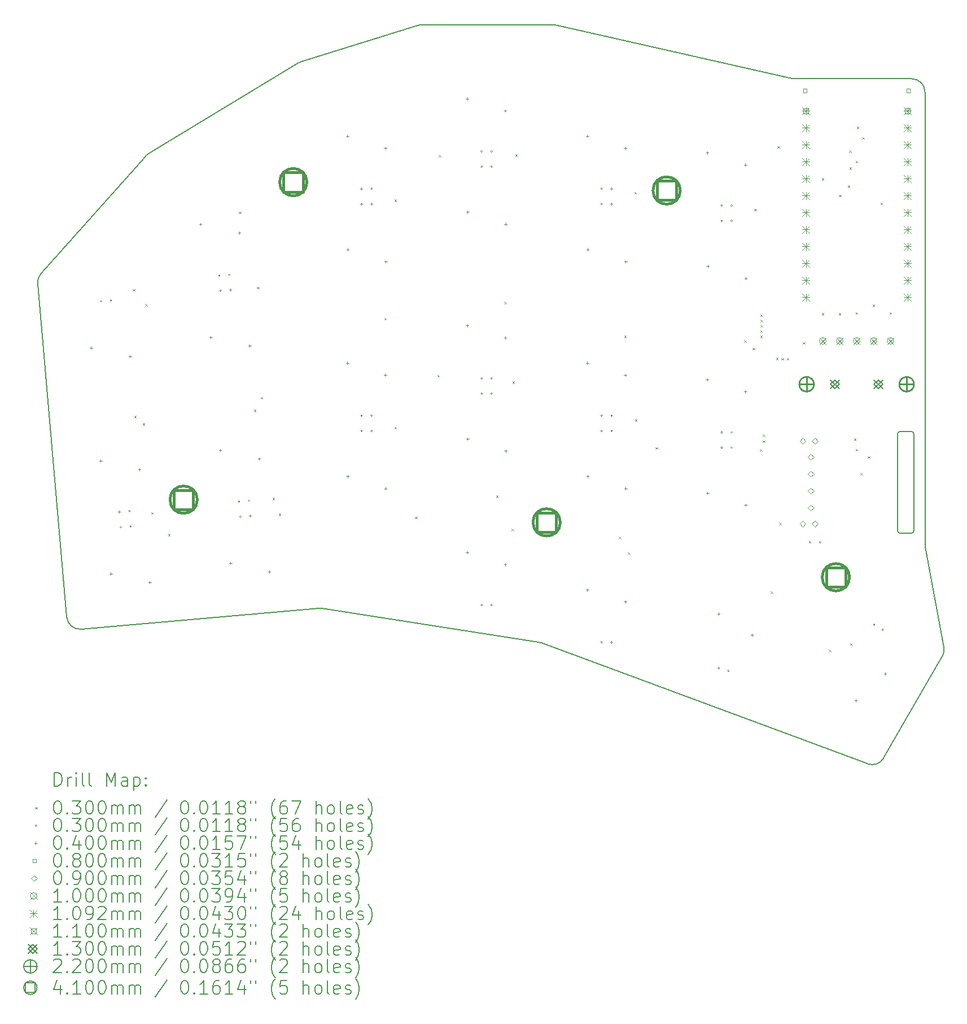
<source format=gbr>
%TF.GenerationSoftware,KiCad,Pcbnew,7.0.10-7.0.10~ubuntu22.04.1*%
%TF.CreationDate,2024-02-09T13:23:24+01:00*%
%TF.ProjectId,keyboard,6b657962-6f61-4726-942e-6b696361645f,v1.0.0*%
%TF.SameCoordinates,Original*%
%TF.FileFunction,Drillmap*%
%TF.FilePolarity,Positive*%
%FSLAX45Y45*%
G04 Gerber Fmt 4.5, Leading zero omitted, Abs format (unit mm)*
G04 Created by KiCad (PCBNEW 7.0.10-7.0.10~ubuntu22.04.1) date 2024-02-09 13:23:24*
%MOMM*%
%LPD*%
G01*
G04 APERTURE LIST*
%ADD10C,0.150000*%
%ADD11C,0.200000*%
%ADD12C,0.100000*%
%ADD13C,0.109220*%
%ADD14C,0.110000*%
%ADD15C,0.130000*%
%ADD16C,0.220000*%
%ADD17C,0.410000*%
G04 APERTURE END LIST*
D10*
X17694867Y-13968175D02*
X16816171Y-15490125D01*
X11882275Y-4501290D02*
X15438865Y-5302510D01*
X16573479Y-15577666D02*
X11679429Y-13764387D01*
X17435570Y-5507400D02*
G75*
G03*
X17235569Y-5307400I-200000J0D01*
G01*
X4175573Y-8231594D02*
G75*
G03*
X4125809Y-8381907I149475J-132881D01*
G01*
X4125809Y-8381907D02*
X4562790Y-13376618D01*
X11640696Y-13754307D02*
X8389755Y-13248399D01*
X8083732Y-5050180D02*
G75*
G03*
X8039805Y-5069949I59548J-191010D01*
G01*
X11679428Y-13764388D02*
G75*
G03*
X11640696Y-13754308I-69498J-187582D01*
G01*
X11882275Y-4501290D02*
G75*
G03*
X11838321Y-4496401I-43955J-195140D01*
G01*
X17694865Y-13968173D02*
G75*
G03*
X17718309Y-13831700I-173195J100003D01*
G01*
X15482819Y-5307401D02*
X17235569Y-5307400D01*
X17438925Y-12325484D02*
X17718309Y-13831700D01*
X16573480Y-15577663D02*
G75*
G03*
X16816171Y-15490125I69490J187533D01*
G01*
X8083732Y-5050181D02*
X9831505Y-4505459D01*
X17435569Y-5507400D02*
X17435569Y-12289008D01*
X8389755Y-13248400D02*
G75*
G03*
X8341569Y-13246782I-30755J-197670D01*
G01*
X9891014Y-4496401D02*
G75*
G03*
X9831505Y-4505459I6J-200049D01*
G01*
X8341570Y-13246782D02*
X4779460Y-13558426D01*
X5789198Y-6429952D02*
X8039805Y-5069948D01*
X4175574Y-8231594D02*
X5743161Y-6468246D01*
X9891014Y-4496400D02*
X11838320Y-4496400D01*
X17435570Y-12289008D02*
G75*
G03*
X17438925Y-12325484I200130J18D01*
G01*
X4562785Y-13376618D02*
G75*
G03*
X4779460Y-13558426I199245J17438D01*
G01*
X5789199Y-6429953D02*
G75*
G03*
X5743162Y-6468246I103481J-171227D01*
G01*
X15438865Y-5302510D02*
G75*
G03*
X15482819Y-5307401I43955J195080D01*
G01*
X17025569Y-10627401D02*
X17025569Y-12087400D01*
X17055569Y-12117400D02*
X17235569Y-12117400D01*
X17235569Y-10597401D02*
X17055569Y-10597401D01*
X17265569Y-12087400D02*
X17265569Y-10627401D01*
X17055569Y-10597401D02*
G75*
G03*
X17025569Y-10627401I0J-30000D01*
G01*
X17025569Y-12087400D02*
G75*
G03*
X17055569Y-12117400I30000J0D01*
G01*
X17265569Y-10627401D02*
G75*
G03*
X17235569Y-10597401I-30000J0D01*
G01*
X17235569Y-12117400D02*
G75*
G03*
X17265569Y-12087400I0J30000D01*
G01*
D11*
D12*
X5554000Y-8459000D02*
X5584000Y-8489000D01*
X5584000Y-8459000D02*
X5554000Y-8489000D01*
X5576080Y-10362138D02*
X5606080Y-10392138D01*
X5606080Y-10362138D02*
X5576080Y-10392138D01*
X5700000Y-10471000D02*
X5730000Y-10501000D01*
X5730000Y-10471000D02*
X5700000Y-10501000D01*
X5738000Y-8684000D02*
X5768000Y-8714000D01*
X5768000Y-8684000D02*
X5738000Y-8714000D01*
X5830000Y-11803000D02*
X5860000Y-11833000D01*
X5860000Y-11803000D02*
X5830000Y-11833000D01*
X6082000Y-12128000D02*
X6112000Y-12158000D01*
X6112000Y-12128000D02*
X6082000Y-12158000D01*
X7144000Y-7298000D02*
X7174000Y-7328000D01*
X7174000Y-7298000D02*
X7144000Y-7328000D01*
X7370257Y-10265397D02*
X7400257Y-10295397D01*
X7400257Y-10265397D02*
X7370257Y-10295397D01*
X7417000Y-8427000D02*
X7447000Y-8457000D01*
X7447000Y-8427000D02*
X7417000Y-8457000D01*
X7470000Y-10077000D02*
X7500000Y-10107000D01*
X7500000Y-10077000D02*
X7470000Y-10107000D01*
X7651000Y-11590000D02*
X7681000Y-11620000D01*
X7681000Y-11590000D02*
X7651000Y-11620000D01*
X7741000Y-11827000D02*
X7771000Y-11857000D01*
X7771000Y-11827000D02*
X7741000Y-11857000D01*
X9326224Y-8892085D02*
X9356224Y-8922085D01*
X9356224Y-8892085D02*
X9326224Y-8922085D01*
X9476000Y-7118000D02*
X9506000Y-7148000D01*
X9506000Y-7118000D02*
X9476000Y-7148000D01*
X9479000Y-10524000D02*
X9509000Y-10554000D01*
X9509000Y-10524000D02*
X9479000Y-10554000D01*
X9786000Y-11873000D02*
X9816000Y-11903000D01*
X9816000Y-11873000D02*
X9786000Y-11903000D01*
X10122000Y-9748000D02*
X10152000Y-9778000D01*
X10152000Y-9748000D02*
X10122000Y-9778000D01*
X10143000Y-6448000D02*
X10173000Y-6478000D01*
X10173000Y-6448000D02*
X10143000Y-6478000D01*
X11001000Y-11555000D02*
X11031000Y-11585000D01*
X11031000Y-11555000D02*
X11001000Y-11585000D01*
X11125225Y-8652085D02*
X11155225Y-8682085D01*
X11155225Y-8652085D02*
X11125225Y-8682085D01*
X11237000Y-12052000D02*
X11267000Y-12082000D01*
X11267000Y-12052000D02*
X11237000Y-12082000D01*
X11246000Y-9844000D02*
X11276000Y-9874000D01*
X11276000Y-9844000D02*
X11246000Y-9874000D01*
X11290000Y-6441000D02*
X11320000Y-6471000D01*
X11320000Y-6441000D02*
X11290000Y-6471000D01*
X12844000Y-12174000D02*
X12874000Y-12204000D01*
X12874000Y-12174000D02*
X12844000Y-12204000D01*
X12925224Y-9158000D02*
X12955224Y-9188000D01*
X12955224Y-9158000D02*
X12925224Y-9188000D01*
X12978000Y-12411000D02*
X13008000Y-12441000D01*
X13008000Y-12411000D02*
X12978000Y-12441000D01*
X13077000Y-7005000D02*
X13107000Y-7035000D01*
X13107000Y-7005000D02*
X13077000Y-7035000D01*
X13083000Y-10413000D02*
X13113000Y-10443000D01*
X13113000Y-10413000D02*
X13083000Y-10443000D01*
X13394000Y-10830000D02*
X13424000Y-10860000D01*
X13424000Y-10830000D02*
X13394000Y-10860000D01*
X14725224Y-9224000D02*
X14755224Y-9254000D01*
X14755224Y-9224000D02*
X14725224Y-9254000D01*
X14849000Y-9339000D02*
X14879000Y-9369000D01*
X14879000Y-9339000D02*
X14849000Y-9369000D01*
X14877000Y-7256000D02*
X14907000Y-7286000D01*
X14907000Y-7256000D02*
X14877000Y-7286000D01*
X14960000Y-10859000D02*
X14990000Y-10889000D01*
X14990000Y-10859000D02*
X14960000Y-10889000D01*
X14965780Y-9078822D02*
X14995780Y-9108822D01*
X14995780Y-9078822D02*
X14965780Y-9108822D01*
X14966000Y-8839000D02*
X14996000Y-8869000D01*
X14996000Y-8839000D02*
X14966000Y-8869000D01*
X14966014Y-9158772D02*
X14996014Y-9188772D01*
X14996014Y-9158772D02*
X14966014Y-9188772D01*
X14967270Y-8998886D02*
X14997270Y-9028886D01*
X14997270Y-8998886D02*
X14967270Y-9028886D01*
X14967499Y-8918936D02*
X14997499Y-8948936D01*
X14997499Y-8918936D02*
X14967499Y-8948936D01*
X15003207Y-10727400D02*
X15033207Y-10757400D01*
X15033207Y-10727400D02*
X15003207Y-10757400D01*
X15003207Y-10638973D02*
X15033207Y-10668973D01*
X15033207Y-10638973D02*
X15003207Y-10668973D01*
X15122000Y-12995000D02*
X15152000Y-13025000D01*
X15152000Y-12995000D02*
X15122000Y-13025000D01*
X15203207Y-9490000D02*
X15233207Y-9520000D01*
X15233207Y-9490000D02*
X15203207Y-9520000D01*
X15221000Y-6317000D02*
X15251000Y-6347000D01*
X15251000Y-6317000D02*
X15221000Y-6347000D01*
X15249000Y-11961000D02*
X15279000Y-11991000D01*
X15279000Y-11961000D02*
X15249000Y-11991000D01*
X15283207Y-9491000D02*
X15313207Y-9521000D01*
X15313207Y-9491000D02*
X15283207Y-9521000D01*
X15363208Y-9491000D02*
X15393208Y-9521000D01*
X15393208Y-9491000D02*
X15363208Y-9521000D01*
X15605000Y-9256000D02*
X15635000Y-9286000D01*
X15635000Y-9256000D02*
X15605000Y-9286000D01*
X15887569Y-8821205D02*
X15917569Y-8851205D01*
X15917569Y-8821205D02*
X15887569Y-8851205D01*
X15888473Y-6793705D02*
X15918473Y-6823705D01*
X15918473Y-6793705D02*
X15888473Y-6823705D01*
X15991000Y-13867000D02*
X16021000Y-13897000D01*
X16021000Y-13867000D02*
X15991000Y-13897000D01*
X16141569Y-8821206D02*
X16171569Y-8851206D01*
X16171569Y-8821206D02*
X16141569Y-8851206D01*
X16145972Y-7043705D02*
X16175972Y-7073705D01*
X16175972Y-7043705D02*
X16145972Y-7073705D01*
X16278472Y-6903706D02*
X16308472Y-6933706D01*
X16308472Y-6903706D02*
X16278472Y-6933706D01*
X16295971Y-6381205D02*
X16325971Y-6411205D01*
X16325971Y-6381205D02*
X16295971Y-6411205D01*
X16300972Y-6633705D02*
X16330972Y-6663705D01*
X16330972Y-6633705D02*
X16300972Y-6663705D01*
X16311000Y-13767000D02*
X16341000Y-13797000D01*
X16341000Y-13767000D02*
X16311000Y-13797000D01*
X16369000Y-10697000D02*
X16399000Y-10727000D01*
X16399000Y-10697000D02*
X16369000Y-10727000D01*
X16393524Y-10853705D02*
X16423524Y-10883705D01*
X16423524Y-10853705D02*
X16393524Y-10883705D01*
X16395570Y-8806206D02*
X16425570Y-8836206D01*
X16425570Y-8806206D02*
X16395570Y-8836206D01*
X16395972Y-6538705D02*
X16425972Y-6568705D01*
X16425972Y-6538705D02*
X16395972Y-6568705D01*
X16412168Y-6027401D02*
X16442168Y-6057401D01*
X16442168Y-6027401D02*
X16412168Y-6057401D01*
X16468472Y-11213705D02*
X16498472Y-11243705D01*
X16498472Y-11213705D02*
X16468472Y-11243705D01*
X16495972Y-6183705D02*
X16525972Y-6213705D01*
X16525972Y-6183705D02*
X16495972Y-6213705D01*
X16578472Y-10963705D02*
X16608472Y-10993705D01*
X16608472Y-10963705D02*
X16578472Y-10993705D01*
X16649569Y-8693705D02*
X16679569Y-8723705D01*
X16679569Y-8693705D02*
X16649569Y-8723705D01*
X16768472Y-7163705D02*
X16798472Y-7193705D01*
X16798472Y-7163705D02*
X16768472Y-7193705D01*
X16903570Y-8806205D02*
X16933570Y-8836205D01*
X16933570Y-8806205D02*
X16903570Y-8836205D01*
X5092252Y-8643770D02*
G75*
G03*
X5062252Y-8643770I-15000J0D01*
G01*
X5062252Y-8643770D02*
G75*
G03*
X5092252Y-8643770I15000J0D01*
G01*
X5241681Y-8630697D02*
G75*
G03*
X5211681Y-8630697I-15000J0D01*
G01*
X5211681Y-8630697D02*
G75*
G03*
X5241681Y-8630697I15000J0D01*
G01*
X5368536Y-11801707D02*
G75*
G03*
X5338536Y-11801707I-15000J0D01*
G01*
X5338536Y-11801707D02*
G75*
G03*
X5368536Y-11801707I15000J0D01*
G01*
X5388582Y-12030832D02*
G75*
G03*
X5358582Y-12030832I-15000J0D01*
G01*
X5358582Y-12030832D02*
G75*
G03*
X5388582Y-12030832I15000J0D01*
G01*
X5517966Y-11788633D02*
G75*
G03*
X5487966Y-11788633I-15000J0D01*
G01*
X5487966Y-11788633D02*
G75*
G03*
X5517966Y-11788633I15000J0D01*
G01*
X5538011Y-12017759D02*
G75*
G03*
X5508011Y-12017759I-15000J0D01*
G01*
X5508011Y-12017759D02*
G75*
G03*
X5538011Y-12017759I15000J0D01*
G01*
X6865357Y-8257764D02*
G75*
G03*
X6835357Y-8257764I-15000J0D01*
G01*
X6835357Y-8257764D02*
G75*
G03*
X6865357Y-8257764I15000J0D01*
G01*
X6885402Y-8486889D02*
G75*
G03*
X6855402Y-8486889I-15000J0D01*
G01*
X6855402Y-8486889D02*
G75*
G03*
X6885402Y-8486889I15000J0D01*
G01*
X7014786Y-8244690D02*
G75*
G03*
X6984786Y-8244690I-15000J0D01*
G01*
X6984786Y-8244690D02*
G75*
G03*
X7014786Y-8244690I15000J0D01*
G01*
X7034831Y-8473816D02*
G75*
G03*
X7004831Y-8473816I-15000J0D01*
G01*
X7004831Y-8473816D02*
G75*
G03*
X7034831Y-8473816I15000J0D01*
G01*
X7161686Y-11644826D02*
G75*
G03*
X7131686Y-11644826I-15000J0D01*
G01*
X7131686Y-11644826D02*
G75*
G03*
X7161686Y-11644826I15000J0D01*
G01*
X7181732Y-11873952D02*
G75*
G03*
X7151732Y-11873952I-15000J0D01*
G01*
X7151732Y-11873952D02*
G75*
G03*
X7181732Y-11873952I15000J0D01*
G01*
X7311115Y-11631753D02*
G75*
G03*
X7281115Y-11631753I-15000J0D01*
G01*
X7281115Y-11631753D02*
G75*
G03*
X7311115Y-11631753I15000J0D01*
G01*
X7331161Y-11860879D02*
G75*
G03*
X7301161Y-11860879I-15000J0D01*
G01*
X7301161Y-11860879D02*
G75*
G03*
X7331161Y-11860879I15000J0D01*
G01*
X9000569Y-10587401D02*
G75*
G03*
X8970569Y-10587401I-15000J0D01*
G01*
X8970569Y-10587401D02*
G75*
G03*
X9000569Y-10587401I15000J0D01*
G01*
X9000570Y-7187401D02*
G75*
G03*
X8970570Y-7187401I-15000J0D01*
G01*
X8970570Y-7187401D02*
G75*
G03*
X9000570Y-7187401I15000J0D01*
G01*
X9000570Y-10357401D02*
G75*
G03*
X8970570Y-10357401I-15000J0D01*
G01*
X8970570Y-10357401D02*
G75*
G03*
X9000570Y-10357401I15000J0D01*
G01*
X9000570Y-6957401D02*
G75*
G03*
X8970570Y-6957401I-15000J0D01*
G01*
X8970570Y-6957401D02*
G75*
G03*
X9000570Y-6957401I15000J0D01*
G01*
X9150569Y-10587401D02*
G75*
G03*
X9120569Y-10587401I-15000J0D01*
G01*
X9120569Y-10587401D02*
G75*
G03*
X9150569Y-10587401I15000J0D01*
G01*
X9150570Y-7187401D02*
G75*
G03*
X9120570Y-7187401I-15000J0D01*
G01*
X9120570Y-7187401D02*
G75*
G03*
X9150570Y-7187401I15000J0D01*
G01*
X9150570Y-10357401D02*
G75*
G03*
X9120570Y-10357401I-15000J0D01*
G01*
X9120570Y-10357401D02*
G75*
G03*
X9150570Y-10357401I15000J0D01*
G01*
X9150570Y-6957401D02*
G75*
G03*
X9120570Y-6957401I-15000J0D01*
G01*
X9120570Y-6957401D02*
G75*
G03*
X9150570Y-6957401I15000J0D01*
G01*
X10800569Y-6396400D02*
G75*
G03*
X10770569Y-6396400I-15000J0D01*
G01*
X10770569Y-6396400D02*
G75*
G03*
X10800569Y-6396400I15000J0D01*
G01*
X10800570Y-9796400D02*
G75*
G03*
X10770570Y-9796400I-15000J0D01*
G01*
X10770570Y-9796400D02*
G75*
G03*
X10800570Y-9796400I15000J0D01*
G01*
X10800570Y-13196400D02*
G75*
G03*
X10770570Y-13196400I-15000J0D01*
G01*
X10770570Y-13196400D02*
G75*
G03*
X10800570Y-13196400I15000J0D01*
G01*
X10800570Y-6626400D02*
G75*
G03*
X10770570Y-6626400I-15000J0D01*
G01*
X10770570Y-6626400D02*
G75*
G03*
X10800570Y-6626400I15000J0D01*
G01*
X10800570Y-10026400D02*
G75*
G03*
X10770570Y-10026400I-15000J0D01*
G01*
X10770570Y-10026400D02*
G75*
G03*
X10800570Y-10026400I15000J0D01*
G01*
X10950569Y-6396400D02*
G75*
G03*
X10920569Y-6396400I-15000J0D01*
G01*
X10920569Y-6396400D02*
G75*
G03*
X10950569Y-6396400I15000J0D01*
G01*
X10950570Y-9796400D02*
G75*
G03*
X10920570Y-9796400I-15000J0D01*
G01*
X10920570Y-9796400D02*
G75*
G03*
X10950570Y-9796400I15000J0D01*
G01*
X10950570Y-13196400D02*
G75*
G03*
X10920570Y-13196400I-15000J0D01*
G01*
X10920570Y-13196400D02*
G75*
G03*
X10950570Y-13196400I15000J0D01*
G01*
X10950570Y-6626400D02*
G75*
G03*
X10920570Y-6626400I-15000J0D01*
G01*
X10920570Y-6626400D02*
G75*
G03*
X10950570Y-6626400I15000J0D01*
G01*
X10950570Y-10026400D02*
G75*
G03*
X10920570Y-10026400I-15000J0D01*
G01*
X10920570Y-10026400D02*
G75*
G03*
X10950570Y-10026400I15000J0D01*
G01*
X12600569Y-13757400D02*
G75*
G03*
X12570569Y-13757400I-15000J0D01*
G01*
X12570569Y-13757400D02*
G75*
G03*
X12600569Y-13757400I15000J0D01*
G01*
X12600569Y-7187400D02*
G75*
G03*
X12570569Y-7187400I-15000J0D01*
G01*
X12570569Y-7187400D02*
G75*
G03*
X12600569Y-7187400I15000J0D01*
G01*
X12600569Y-10587400D02*
G75*
G03*
X12570569Y-10587400I-15000J0D01*
G01*
X12570569Y-10587400D02*
G75*
G03*
X12600569Y-10587400I15000J0D01*
G01*
X12600570Y-10357400D02*
G75*
G03*
X12570570Y-10357400I-15000J0D01*
G01*
X12570570Y-10357400D02*
G75*
G03*
X12600570Y-10357400I15000J0D01*
G01*
X12600570Y-6957401D02*
G75*
G03*
X12570570Y-6957401I-15000J0D01*
G01*
X12570570Y-6957401D02*
G75*
G03*
X12600570Y-6957401I15000J0D01*
G01*
X12750569Y-13757400D02*
G75*
G03*
X12720569Y-13757400I-15000J0D01*
G01*
X12720569Y-13757400D02*
G75*
G03*
X12750569Y-13757400I15000J0D01*
G01*
X12750569Y-7187400D02*
G75*
G03*
X12720569Y-7187400I-15000J0D01*
G01*
X12720569Y-7187400D02*
G75*
G03*
X12750569Y-7187400I15000J0D01*
G01*
X12750569Y-10587400D02*
G75*
G03*
X12720569Y-10587400I-15000J0D01*
G01*
X12720569Y-10587400D02*
G75*
G03*
X12750569Y-10587400I15000J0D01*
G01*
X12750570Y-10357400D02*
G75*
G03*
X12720570Y-10357400I-15000J0D01*
G01*
X12720570Y-10357400D02*
G75*
G03*
X12750570Y-10357400I15000J0D01*
G01*
X12750570Y-6957401D02*
G75*
G03*
X12720570Y-6957401I-15000J0D01*
G01*
X12720570Y-6957401D02*
G75*
G03*
X12750570Y-6957401I15000J0D01*
G01*
X14357247Y-14144618D02*
G75*
G03*
X14327247Y-14144618I-15000J0D01*
G01*
X14327247Y-14144618D02*
G75*
G03*
X14357247Y-14144618I15000J0D01*
G01*
X14400569Y-10837401D02*
G75*
G03*
X14370569Y-10837401I-15000J0D01*
G01*
X14370569Y-10837401D02*
G75*
G03*
X14400569Y-10837401I15000J0D01*
G01*
X14400570Y-7437401D02*
G75*
G03*
X14370570Y-7437401I-15000J0D01*
G01*
X14370570Y-7437401D02*
G75*
G03*
X14400570Y-7437401I15000J0D01*
G01*
X14400570Y-10607400D02*
G75*
G03*
X14370570Y-10607400I-15000J0D01*
G01*
X14370570Y-10607400D02*
G75*
G03*
X14400570Y-10607400I15000J0D01*
G01*
X14400570Y-7207400D02*
G75*
G03*
X14370570Y-7207400I-15000J0D01*
G01*
X14370570Y-7207400D02*
G75*
G03*
X14400570Y-7207400I15000J0D01*
G01*
X14502136Y-14183441D02*
G75*
G03*
X14472136Y-14183441I-15000J0D01*
G01*
X14472136Y-14183441D02*
G75*
G03*
X14502136Y-14183441I15000J0D01*
G01*
X14550569Y-10837401D02*
G75*
G03*
X14520569Y-10837401I-15000J0D01*
G01*
X14520569Y-10837401D02*
G75*
G03*
X14550569Y-10837401I15000J0D01*
G01*
X14550570Y-7437401D02*
G75*
G03*
X14520570Y-7437401I-15000J0D01*
G01*
X14520570Y-7437401D02*
G75*
G03*
X14550570Y-7437401I15000J0D01*
G01*
X14550570Y-10607400D02*
G75*
G03*
X14520570Y-10607400I-15000J0D01*
G01*
X14520570Y-10607400D02*
G75*
G03*
X14550570Y-10607400I15000J0D01*
G01*
X14550570Y-7207400D02*
G75*
G03*
X14520570Y-7207400I-15000J0D01*
G01*
X14520570Y-7207400D02*
G75*
G03*
X14550570Y-7207400I15000J0D01*
G01*
X15725570Y-12257400D02*
G75*
G03*
X15695570Y-12257400I-15000J0D01*
G01*
X15695570Y-12257400D02*
G75*
G03*
X15725570Y-12257400I15000J0D01*
G01*
X15875570Y-12257400D02*
G75*
G03*
X15845570Y-12257400I-15000J0D01*
G01*
X15845570Y-12257400D02*
G75*
G03*
X15875570Y-12257400I15000J0D01*
G01*
X16686239Y-13491151D02*
G75*
G03*
X16656239Y-13491151I-15000J0D01*
G01*
X16656239Y-13491151D02*
G75*
G03*
X16686239Y-13491151I15000J0D01*
G01*
X16816143Y-13566151D02*
G75*
G03*
X16786143Y-13566151I-15000J0D01*
G01*
X16786143Y-13566151D02*
G75*
G03*
X16816143Y-13566151I15000J0D01*
G01*
X4928130Y-9319594D02*
X4928130Y-9359594D01*
X4908130Y-9339594D02*
X4948130Y-9339594D01*
X5070337Y-11013867D02*
X5070337Y-11053867D01*
X5050337Y-11033867D02*
X5090337Y-11033867D01*
X5223700Y-12706942D02*
X5223700Y-12746942D01*
X5203700Y-12726942D02*
X5243700Y-12726942D01*
X5511648Y-9449232D02*
X5511648Y-9489232D01*
X5491648Y-9469232D02*
X5531648Y-9469232D01*
X5653854Y-11143504D02*
X5653854Y-11183504D01*
X5633854Y-11163504D02*
X5673854Y-11163504D01*
X5807219Y-12836581D02*
X5807219Y-12876581D01*
X5787219Y-12856581D02*
X5827219Y-12856581D01*
X6568826Y-7468555D02*
X6568826Y-7508555D01*
X6548826Y-7488555D02*
X6588826Y-7488555D01*
X6722188Y-9161630D02*
X6722188Y-9201630D01*
X6702188Y-9181630D02*
X6742188Y-9181630D01*
X6864395Y-10855903D02*
X6864395Y-10895903D01*
X6844395Y-10875903D02*
X6884395Y-10875903D01*
X7017759Y-12548980D02*
X7017759Y-12588980D01*
X6997759Y-12568980D02*
X7037759Y-12568980D01*
X7152344Y-7598191D02*
X7152344Y-7638191D01*
X7132344Y-7618191D02*
X7172344Y-7618191D01*
X7305708Y-9291268D02*
X7305708Y-9331268D01*
X7285708Y-9311268D02*
X7325708Y-9311268D01*
X7447914Y-10985540D02*
X7447914Y-11025540D01*
X7427914Y-11005540D02*
X7467914Y-11005540D01*
X7601279Y-12678615D02*
X7601279Y-12718615D01*
X7581279Y-12698615D02*
X7621279Y-12698615D01*
X8770443Y-9547109D02*
X8770443Y-9587109D01*
X8750443Y-9567109D02*
X8790443Y-9567109D01*
X8771225Y-6146891D02*
X8771225Y-6186891D01*
X8751225Y-6166891D02*
X8791225Y-6166891D01*
X8775663Y-11247109D02*
X8775663Y-11287109D01*
X8755663Y-11267109D02*
X8795663Y-11267109D01*
X8776444Y-7846891D02*
X8776444Y-7886891D01*
X8756444Y-7866891D02*
X8796444Y-7866891D01*
X9340444Y-9727110D02*
X9340444Y-9767110D01*
X9320444Y-9747110D02*
X9360444Y-9747110D01*
X9341224Y-6326890D02*
X9341224Y-6366890D01*
X9321224Y-6346890D02*
X9361224Y-6346890D01*
X9345663Y-11427109D02*
X9345663Y-11467109D01*
X9325663Y-11447109D02*
X9365663Y-11447109D01*
X9346443Y-8026891D02*
X9346443Y-8066891D01*
X9326443Y-8046891D02*
X9366443Y-8046891D01*
X10569444Y-8986109D02*
X10569444Y-9026109D01*
X10549444Y-9006109D02*
X10589444Y-9006109D01*
X10569827Y-12386277D02*
X10569827Y-12426277D01*
X10549827Y-12406277D02*
X10589827Y-12406277D01*
X10570225Y-5585890D02*
X10570225Y-5625890D01*
X10550225Y-5605890D02*
X10590225Y-5605890D01*
X10574663Y-10686110D02*
X10574663Y-10726110D01*
X10554663Y-10706110D02*
X10594663Y-10706110D01*
X10575443Y-7285891D02*
X10575443Y-7325891D01*
X10555443Y-7305891D02*
X10595443Y-7305891D01*
X11139443Y-9166109D02*
X11139443Y-9206109D01*
X11119443Y-9186109D02*
X11159443Y-9186109D01*
X11139827Y-12566276D02*
X11139827Y-12606276D01*
X11119827Y-12586276D02*
X11159827Y-12586276D01*
X11140225Y-5765891D02*
X11140225Y-5805891D01*
X11120225Y-5785891D02*
X11160225Y-5785891D01*
X11144662Y-10866110D02*
X11144662Y-10906110D01*
X11124662Y-10886110D02*
X11164662Y-10886110D01*
X11145443Y-7465890D02*
X11145443Y-7505890D01*
X11125443Y-7485890D02*
X11165443Y-7485890D01*
X12369444Y-9548110D02*
X12369444Y-9588110D01*
X12349444Y-9568110D02*
X12389444Y-9568110D01*
X12370224Y-6147890D02*
X12370224Y-6187890D01*
X12350224Y-6167890D02*
X12390224Y-6167890D01*
X12370359Y-12947276D02*
X12370359Y-12987276D01*
X12350359Y-12967276D02*
X12390359Y-12967276D01*
X12374662Y-11248109D02*
X12374662Y-11288109D01*
X12354662Y-11268109D02*
X12394662Y-11268109D01*
X12375443Y-7847891D02*
X12375443Y-7887891D01*
X12355443Y-7867891D02*
X12395443Y-7867891D01*
X12939443Y-9728109D02*
X12939443Y-9768109D01*
X12919443Y-9748109D02*
X12959443Y-9748109D01*
X12940224Y-6327891D02*
X12940224Y-6367891D01*
X12920224Y-6347891D02*
X12960224Y-6347891D01*
X12940358Y-13127276D02*
X12940358Y-13167276D01*
X12920358Y-13147276D02*
X12960358Y-13147276D01*
X12944662Y-11428110D02*
X12944662Y-11468110D01*
X12924662Y-11448110D02*
X12964662Y-11448110D01*
X12945444Y-8027891D02*
X12945444Y-8067891D01*
X12925444Y-8047891D02*
X12965444Y-8047891D01*
X14169442Y-9797110D02*
X14169442Y-9837110D01*
X14149442Y-9817110D02*
X14189442Y-9817110D01*
X14170225Y-6396890D02*
X14170225Y-6436890D01*
X14150225Y-6416890D02*
X14190225Y-6416890D01*
X14174662Y-11497108D02*
X14174662Y-11537108D01*
X14154662Y-11517108D02*
X14194662Y-11517108D01*
X14175444Y-8096891D02*
X14175444Y-8136891D01*
X14155444Y-8116891D02*
X14195444Y-8116891D01*
X14339142Y-13306108D02*
X14339142Y-13346108D01*
X14319142Y-13326108D02*
X14359142Y-13326108D01*
X14739443Y-9977109D02*
X14739443Y-10017109D01*
X14719443Y-9997109D02*
X14759443Y-9997109D01*
X14740225Y-6576890D02*
X14740225Y-6616890D01*
X14720225Y-6596890D02*
X14760225Y-6596890D01*
X14744662Y-11677110D02*
X14744662Y-11717110D01*
X14724662Y-11697110D02*
X14764662Y-11697110D01*
X14745443Y-8276891D02*
X14745443Y-8316891D01*
X14725443Y-8296891D02*
X14765443Y-8296891D01*
X14843133Y-13627501D02*
X14843133Y-13667501D01*
X14823133Y-13647501D02*
X14863133Y-13647501D01*
X16396473Y-14608363D02*
X16396473Y-14648363D01*
X16376473Y-14628363D02*
X16416473Y-14628363D01*
X16837357Y-14204728D02*
X16837357Y-14244728D01*
X16817357Y-14224728D02*
X16857357Y-14224728D01*
X15663854Y-5515685D02*
X15663854Y-5459116D01*
X15607285Y-5459116D01*
X15607285Y-5515685D01*
X15663854Y-5515685D01*
X17213854Y-5515685D02*
X17213854Y-5459116D01*
X17157285Y-5459116D01*
X17157285Y-5515685D01*
X17213854Y-5515685D01*
X15600569Y-10782401D02*
X15645569Y-10737401D01*
X15600569Y-10692401D01*
X15555569Y-10737401D01*
X15600569Y-10782401D01*
X15600569Y-12022400D02*
X15645569Y-11977400D01*
X15600569Y-11932400D01*
X15555569Y-11977400D01*
X15600569Y-12022400D01*
X15723069Y-11021401D02*
X15768069Y-10976401D01*
X15723069Y-10931401D01*
X15678069Y-10976401D01*
X15723069Y-11021401D01*
X15723069Y-11275400D02*
X15768069Y-11230400D01*
X15723069Y-11185400D01*
X15678069Y-11230400D01*
X15723069Y-11275400D01*
X15723069Y-11529400D02*
X15768069Y-11484400D01*
X15723069Y-11439400D01*
X15678069Y-11484400D01*
X15723069Y-11529400D01*
X15723069Y-11783400D02*
X15768069Y-11738400D01*
X15723069Y-11693400D01*
X15678069Y-11738400D01*
X15723069Y-11783400D01*
X15785569Y-10782401D02*
X15830569Y-10737401D01*
X15785569Y-10692401D01*
X15740569Y-10737401D01*
X15785569Y-10782401D01*
X15785569Y-12022400D02*
X15830569Y-11977400D01*
X15785569Y-11932400D01*
X15740569Y-11977400D01*
X15785569Y-12022400D01*
X15852570Y-9187400D02*
X15952570Y-9287400D01*
X15952570Y-9187400D02*
X15852570Y-9287400D01*
X15952570Y-9237400D02*
G75*
G03*
X15852570Y-9237400I-50000J0D01*
G01*
X15852570Y-9237400D02*
G75*
G03*
X15952570Y-9237400I50000J0D01*
G01*
X16106570Y-9187400D02*
X16206570Y-9287400D01*
X16206570Y-9187400D02*
X16106570Y-9287400D01*
X16206570Y-9237400D02*
G75*
G03*
X16106570Y-9237400I-50000J0D01*
G01*
X16106570Y-9237400D02*
G75*
G03*
X16206570Y-9237400I50000J0D01*
G01*
X16360570Y-9187400D02*
X16460570Y-9287400D01*
X16460570Y-9187400D02*
X16360570Y-9287400D01*
X16460570Y-9237400D02*
G75*
G03*
X16360570Y-9237400I-50000J0D01*
G01*
X16360570Y-9237400D02*
G75*
G03*
X16460570Y-9237400I50000J0D01*
G01*
X16614570Y-9187400D02*
X16714570Y-9287400D01*
X16714570Y-9187400D02*
X16614570Y-9287400D01*
X16714570Y-9237400D02*
G75*
G03*
X16614570Y-9237400I-50000J0D01*
G01*
X16614570Y-9237400D02*
G75*
G03*
X16714570Y-9237400I50000J0D01*
G01*
X16868570Y-9187400D02*
X16968570Y-9287400D01*
X16968570Y-9187400D02*
X16868570Y-9287400D01*
X16968570Y-9237400D02*
G75*
G03*
X16868570Y-9237400I-50000J0D01*
G01*
X16868570Y-9237400D02*
G75*
G03*
X16968570Y-9237400I50000J0D01*
G01*
D13*
X15593959Y-5735790D02*
X15703179Y-5845010D01*
X15703179Y-5735790D02*
X15593959Y-5845010D01*
X15648569Y-5735790D02*
X15648569Y-5845010D01*
X15593959Y-5790400D02*
X15703179Y-5790400D01*
X15593959Y-5989790D02*
X15703179Y-6099010D01*
X15703179Y-5989790D02*
X15593959Y-6099010D01*
X15648569Y-5989790D02*
X15648569Y-6099010D01*
X15593959Y-6044400D02*
X15703179Y-6044400D01*
X15593959Y-6243790D02*
X15703179Y-6353010D01*
X15703179Y-6243790D02*
X15593959Y-6353010D01*
X15648569Y-6243790D02*
X15648569Y-6353010D01*
X15593959Y-6298400D02*
X15703179Y-6298400D01*
X15593959Y-6497790D02*
X15703179Y-6607010D01*
X15703179Y-6497790D02*
X15593959Y-6607010D01*
X15648569Y-6497790D02*
X15648569Y-6607010D01*
X15593959Y-6552400D02*
X15703179Y-6552400D01*
X15593959Y-6751790D02*
X15703179Y-6861010D01*
X15703179Y-6751790D02*
X15593959Y-6861010D01*
X15648569Y-6751790D02*
X15648569Y-6861010D01*
X15593959Y-6806400D02*
X15703179Y-6806400D01*
X15593959Y-7005790D02*
X15703179Y-7115010D01*
X15703179Y-7005790D02*
X15593959Y-7115010D01*
X15648569Y-7005790D02*
X15648569Y-7115010D01*
X15593959Y-7060400D02*
X15703179Y-7060400D01*
X15593959Y-7259790D02*
X15703179Y-7369010D01*
X15703179Y-7259790D02*
X15593959Y-7369010D01*
X15648569Y-7259790D02*
X15648569Y-7369010D01*
X15593959Y-7314400D02*
X15703179Y-7314400D01*
X15593959Y-7513790D02*
X15703179Y-7623010D01*
X15703179Y-7513790D02*
X15593959Y-7623010D01*
X15648569Y-7513790D02*
X15648569Y-7623010D01*
X15593959Y-7568400D02*
X15703179Y-7568400D01*
X15593959Y-7767790D02*
X15703179Y-7877010D01*
X15703179Y-7767790D02*
X15593959Y-7877010D01*
X15648569Y-7767790D02*
X15648569Y-7877010D01*
X15593959Y-7822400D02*
X15703179Y-7822400D01*
X15593959Y-8021790D02*
X15703179Y-8131010D01*
X15703179Y-8021790D02*
X15593959Y-8131010D01*
X15648569Y-8021790D02*
X15648569Y-8131010D01*
X15593959Y-8076400D02*
X15703179Y-8076400D01*
X15593959Y-8275790D02*
X15703179Y-8385010D01*
X15703179Y-8275790D02*
X15593959Y-8385010D01*
X15648569Y-8275790D02*
X15648569Y-8385010D01*
X15593959Y-8330400D02*
X15703179Y-8330400D01*
X15593959Y-8529791D02*
X15703179Y-8639011D01*
X15703179Y-8529791D02*
X15593959Y-8639011D01*
X15648569Y-8529791D02*
X15648569Y-8639011D01*
X15593959Y-8584401D02*
X15703179Y-8584401D01*
X17117959Y-5735790D02*
X17227179Y-5845010D01*
X17227179Y-5735790D02*
X17117959Y-5845010D01*
X17172569Y-5735790D02*
X17172569Y-5845010D01*
X17117959Y-5790400D02*
X17227179Y-5790400D01*
X17117959Y-5989790D02*
X17227179Y-6099010D01*
X17227179Y-5989790D02*
X17117959Y-6099010D01*
X17172569Y-5989790D02*
X17172569Y-6099010D01*
X17117959Y-6044400D02*
X17227179Y-6044400D01*
X17117959Y-6243790D02*
X17227179Y-6353010D01*
X17227179Y-6243790D02*
X17117959Y-6353010D01*
X17172569Y-6243790D02*
X17172569Y-6353010D01*
X17117959Y-6298400D02*
X17227179Y-6298400D01*
X17117959Y-6497790D02*
X17227179Y-6607010D01*
X17227179Y-6497790D02*
X17117959Y-6607010D01*
X17172569Y-6497790D02*
X17172569Y-6607010D01*
X17117959Y-6552400D02*
X17227179Y-6552400D01*
X17117959Y-6751790D02*
X17227179Y-6861010D01*
X17227179Y-6751790D02*
X17117959Y-6861010D01*
X17172569Y-6751790D02*
X17172569Y-6861010D01*
X17117959Y-6806400D02*
X17227179Y-6806400D01*
X17117959Y-7005790D02*
X17227179Y-7115010D01*
X17227179Y-7005790D02*
X17117959Y-7115010D01*
X17172569Y-7005790D02*
X17172569Y-7115010D01*
X17117959Y-7060400D02*
X17227179Y-7060400D01*
X17117959Y-7259790D02*
X17227179Y-7369010D01*
X17227179Y-7259790D02*
X17117959Y-7369010D01*
X17172569Y-7259790D02*
X17172569Y-7369010D01*
X17117959Y-7314400D02*
X17227179Y-7314400D01*
X17117959Y-7513790D02*
X17227179Y-7623010D01*
X17227179Y-7513790D02*
X17117959Y-7623010D01*
X17172569Y-7513790D02*
X17172569Y-7623010D01*
X17117959Y-7568400D02*
X17227179Y-7568400D01*
X17117959Y-7767790D02*
X17227179Y-7877010D01*
X17227179Y-7767790D02*
X17117959Y-7877010D01*
X17172569Y-7767790D02*
X17172569Y-7877010D01*
X17117959Y-7822400D02*
X17227179Y-7822400D01*
X17117959Y-8021790D02*
X17227179Y-8131010D01*
X17227179Y-8021790D02*
X17117959Y-8131010D01*
X17172569Y-8021790D02*
X17172569Y-8131010D01*
X17117959Y-8076400D02*
X17227179Y-8076400D01*
X17117959Y-8275790D02*
X17227179Y-8385010D01*
X17227179Y-8275790D02*
X17117959Y-8385010D01*
X17172569Y-8275790D02*
X17172569Y-8385010D01*
X17117959Y-8330400D02*
X17227179Y-8330400D01*
X17117959Y-8529791D02*
X17227179Y-8639011D01*
X17227179Y-8529791D02*
X17117959Y-8639011D01*
X17172569Y-8529791D02*
X17172569Y-8639011D01*
X17117959Y-8584401D02*
X17227179Y-8584401D01*
D14*
X15593569Y-5735400D02*
X15703569Y-5845400D01*
X15703569Y-5735400D02*
X15593569Y-5845400D01*
X15687460Y-5829292D02*
X15687460Y-5751509D01*
X15609678Y-5751509D01*
X15609678Y-5829292D01*
X15687460Y-5829292D01*
X17117569Y-5735400D02*
X17227569Y-5845400D01*
X17227569Y-5735400D02*
X17117569Y-5845400D01*
X17211460Y-5829292D02*
X17211460Y-5751509D01*
X17133678Y-5751509D01*
X17133678Y-5829292D01*
X17211460Y-5829292D01*
D15*
X16020569Y-9822400D02*
X16150569Y-9952400D01*
X16150569Y-9822400D02*
X16020569Y-9952400D01*
X16085569Y-9952400D02*
X16150569Y-9887400D01*
X16085569Y-9822400D01*
X16020569Y-9887400D01*
X16085569Y-9952400D01*
X16670569Y-9822400D02*
X16800569Y-9952400D01*
X16800569Y-9822400D02*
X16670569Y-9952400D01*
X16735569Y-9952400D02*
X16800569Y-9887400D01*
X16735569Y-9822400D01*
X16670569Y-9887400D01*
X16735569Y-9952400D01*
D16*
X15660570Y-9777401D02*
X15660570Y-9997401D01*
X15550570Y-9887401D02*
X15770570Y-9887401D01*
X15770570Y-9887401D02*
G75*
G03*
X15550570Y-9887401I-110000J0D01*
G01*
X15550570Y-9887401D02*
G75*
G03*
X15770570Y-9887401I110000J0D01*
G01*
X17160569Y-9777400D02*
X17160569Y-9997400D01*
X17050569Y-9887400D02*
X17270569Y-9887400D01*
X17270569Y-9887400D02*
G75*
G03*
X17050569Y-9887400I-110000J0D01*
G01*
X17050569Y-9887400D02*
G75*
G03*
X17270569Y-9887400I110000J0D01*
G01*
D17*
X6461070Y-11762069D02*
X6461070Y-11472153D01*
X6171153Y-11472153D01*
X6171153Y-11762069D01*
X6461070Y-11762069D01*
X6521111Y-11617111D02*
G75*
G03*
X6111111Y-11617111I-205000J0D01*
G01*
X6111111Y-11617111D02*
G75*
G03*
X6521111Y-11617111I205000J0D01*
G01*
X8105528Y-7002359D02*
X8105528Y-6712442D01*
X7815611Y-6712442D01*
X7815611Y-7002359D01*
X8105528Y-7002359D01*
X8165569Y-6857400D02*
G75*
G03*
X7755569Y-6857400I-205000J0D01*
G01*
X7755569Y-6857400D02*
G75*
G03*
X8165569Y-6857400I205000J0D01*
G01*
X11905528Y-12102359D02*
X11905528Y-11812442D01*
X11615611Y-11812442D01*
X11615611Y-12102359D01*
X11905528Y-12102359D01*
X11965570Y-11957401D02*
G75*
G03*
X11555570Y-11957401I-205000J0D01*
G01*
X11555570Y-11957401D02*
G75*
G03*
X11965570Y-11957401I205000J0D01*
G01*
X13705528Y-7127358D02*
X13705528Y-6837441D01*
X13415612Y-6837441D01*
X13415612Y-7127358D01*
X13705528Y-7127358D01*
X13765570Y-6982400D02*
G75*
G03*
X13355570Y-6982400I-205000J0D01*
G01*
X13355570Y-6982400D02*
G75*
G03*
X13765570Y-6982400I205000J0D01*
G01*
X16243378Y-12924671D02*
X16243378Y-12634755D01*
X15953462Y-12634755D01*
X15953462Y-12924671D01*
X16243378Y-12924671D01*
X16303420Y-12779713D02*
G75*
G03*
X15893420Y-12779713I-205000J0D01*
G01*
X15893420Y-12779713D02*
G75*
G03*
X16303420Y-12779713I205000J0D01*
G01*
D11*
X4378325Y-15909107D02*
X4378325Y-15709107D01*
X4378325Y-15709107D02*
X4425944Y-15709107D01*
X4425944Y-15709107D02*
X4454515Y-15718631D01*
X4454515Y-15718631D02*
X4473563Y-15737679D01*
X4473563Y-15737679D02*
X4483086Y-15756726D01*
X4483086Y-15756726D02*
X4492610Y-15794822D01*
X4492610Y-15794822D02*
X4492610Y-15823393D01*
X4492610Y-15823393D02*
X4483086Y-15861488D01*
X4483086Y-15861488D02*
X4473563Y-15880536D01*
X4473563Y-15880536D02*
X4454515Y-15899584D01*
X4454515Y-15899584D02*
X4425944Y-15909107D01*
X4425944Y-15909107D02*
X4378325Y-15909107D01*
X4578325Y-15909107D02*
X4578325Y-15775774D01*
X4578325Y-15813869D02*
X4587848Y-15794822D01*
X4587848Y-15794822D02*
X4597372Y-15785298D01*
X4597372Y-15785298D02*
X4616420Y-15775774D01*
X4616420Y-15775774D02*
X4635467Y-15775774D01*
X4702134Y-15909107D02*
X4702134Y-15775774D01*
X4702134Y-15709107D02*
X4692610Y-15718631D01*
X4692610Y-15718631D02*
X4702134Y-15728155D01*
X4702134Y-15728155D02*
X4711658Y-15718631D01*
X4711658Y-15718631D02*
X4702134Y-15709107D01*
X4702134Y-15709107D02*
X4702134Y-15728155D01*
X4825944Y-15909107D02*
X4806896Y-15899584D01*
X4806896Y-15899584D02*
X4797372Y-15880536D01*
X4797372Y-15880536D02*
X4797372Y-15709107D01*
X4930705Y-15909107D02*
X4911658Y-15899584D01*
X4911658Y-15899584D02*
X4902134Y-15880536D01*
X4902134Y-15880536D02*
X4902134Y-15709107D01*
X5159277Y-15909107D02*
X5159277Y-15709107D01*
X5159277Y-15709107D02*
X5225944Y-15851965D01*
X5225944Y-15851965D02*
X5292610Y-15709107D01*
X5292610Y-15709107D02*
X5292610Y-15909107D01*
X5473563Y-15909107D02*
X5473563Y-15804346D01*
X5473563Y-15804346D02*
X5464039Y-15785298D01*
X5464039Y-15785298D02*
X5444991Y-15775774D01*
X5444991Y-15775774D02*
X5406896Y-15775774D01*
X5406896Y-15775774D02*
X5387848Y-15785298D01*
X5473563Y-15899584D02*
X5454515Y-15909107D01*
X5454515Y-15909107D02*
X5406896Y-15909107D01*
X5406896Y-15909107D02*
X5387848Y-15899584D01*
X5387848Y-15899584D02*
X5378325Y-15880536D01*
X5378325Y-15880536D02*
X5378325Y-15861488D01*
X5378325Y-15861488D02*
X5387848Y-15842441D01*
X5387848Y-15842441D02*
X5406896Y-15832917D01*
X5406896Y-15832917D02*
X5454515Y-15832917D01*
X5454515Y-15832917D02*
X5473563Y-15823393D01*
X5568801Y-15775774D02*
X5568801Y-15975774D01*
X5568801Y-15785298D02*
X5587848Y-15775774D01*
X5587848Y-15775774D02*
X5625944Y-15775774D01*
X5625944Y-15775774D02*
X5644991Y-15785298D01*
X5644991Y-15785298D02*
X5654515Y-15794822D01*
X5654515Y-15794822D02*
X5664039Y-15813869D01*
X5664039Y-15813869D02*
X5664039Y-15871012D01*
X5664039Y-15871012D02*
X5654515Y-15890060D01*
X5654515Y-15890060D02*
X5644991Y-15899584D01*
X5644991Y-15899584D02*
X5625944Y-15909107D01*
X5625944Y-15909107D02*
X5587848Y-15909107D01*
X5587848Y-15909107D02*
X5568801Y-15899584D01*
X5749753Y-15890060D02*
X5759277Y-15899584D01*
X5759277Y-15899584D02*
X5749753Y-15909107D01*
X5749753Y-15909107D02*
X5740229Y-15899584D01*
X5740229Y-15899584D02*
X5749753Y-15890060D01*
X5749753Y-15890060D02*
X5749753Y-15909107D01*
X5749753Y-15785298D02*
X5759277Y-15794822D01*
X5759277Y-15794822D02*
X5749753Y-15804346D01*
X5749753Y-15804346D02*
X5740229Y-15794822D01*
X5740229Y-15794822D02*
X5749753Y-15785298D01*
X5749753Y-15785298D02*
X5749753Y-15804346D01*
D12*
X4087548Y-16222624D02*
X4117548Y-16252624D01*
X4117548Y-16222624D02*
X4087548Y-16252624D01*
D11*
X4416420Y-16129107D02*
X4435467Y-16129107D01*
X4435467Y-16129107D02*
X4454515Y-16138631D01*
X4454515Y-16138631D02*
X4464039Y-16148155D01*
X4464039Y-16148155D02*
X4473563Y-16167203D01*
X4473563Y-16167203D02*
X4483086Y-16205298D01*
X4483086Y-16205298D02*
X4483086Y-16252917D01*
X4483086Y-16252917D02*
X4473563Y-16291012D01*
X4473563Y-16291012D02*
X4464039Y-16310060D01*
X4464039Y-16310060D02*
X4454515Y-16319584D01*
X4454515Y-16319584D02*
X4435467Y-16329107D01*
X4435467Y-16329107D02*
X4416420Y-16329107D01*
X4416420Y-16329107D02*
X4397372Y-16319584D01*
X4397372Y-16319584D02*
X4387848Y-16310060D01*
X4387848Y-16310060D02*
X4378325Y-16291012D01*
X4378325Y-16291012D02*
X4368801Y-16252917D01*
X4368801Y-16252917D02*
X4368801Y-16205298D01*
X4368801Y-16205298D02*
X4378325Y-16167203D01*
X4378325Y-16167203D02*
X4387848Y-16148155D01*
X4387848Y-16148155D02*
X4397372Y-16138631D01*
X4397372Y-16138631D02*
X4416420Y-16129107D01*
X4568801Y-16310060D02*
X4578325Y-16319584D01*
X4578325Y-16319584D02*
X4568801Y-16329107D01*
X4568801Y-16329107D02*
X4559277Y-16319584D01*
X4559277Y-16319584D02*
X4568801Y-16310060D01*
X4568801Y-16310060D02*
X4568801Y-16329107D01*
X4644991Y-16129107D02*
X4768801Y-16129107D01*
X4768801Y-16129107D02*
X4702134Y-16205298D01*
X4702134Y-16205298D02*
X4730706Y-16205298D01*
X4730706Y-16205298D02*
X4749753Y-16214822D01*
X4749753Y-16214822D02*
X4759277Y-16224346D01*
X4759277Y-16224346D02*
X4768801Y-16243393D01*
X4768801Y-16243393D02*
X4768801Y-16291012D01*
X4768801Y-16291012D02*
X4759277Y-16310060D01*
X4759277Y-16310060D02*
X4749753Y-16319584D01*
X4749753Y-16319584D02*
X4730706Y-16329107D01*
X4730706Y-16329107D02*
X4673563Y-16329107D01*
X4673563Y-16329107D02*
X4654515Y-16319584D01*
X4654515Y-16319584D02*
X4644991Y-16310060D01*
X4892610Y-16129107D02*
X4911658Y-16129107D01*
X4911658Y-16129107D02*
X4930706Y-16138631D01*
X4930706Y-16138631D02*
X4940229Y-16148155D01*
X4940229Y-16148155D02*
X4949753Y-16167203D01*
X4949753Y-16167203D02*
X4959277Y-16205298D01*
X4959277Y-16205298D02*
X4959277Y-16252917D01*
X4959277Y-16252917D02*
X4949753Y-16291012D01*
X4949753Y-16291012D02*
X4940229Y-16310060D01*
X4940229Y-16310060D02*
X4930706Y-16319584D01*
X4930706Y-16319584D02*
X4911658Y-16329107D01*
X4911658Y-16329107D02*
X4892610Y-16329107D01*
X4892610Y-16329107D02*
X4873563Y-16319584D01*
X4873563Y-16319584D02*
X4864039Y-16310060D01*
X4864039Y-16310060D02*
X4854515Y-16291012D01*
X4854515Y-16291012D02*
X4844991Y-16252917D01*
X4844991Y-16252917D02*
X4844991Y-16205298D01*
X4844991Y-16205298D02*
X4854515Y-16167203D01*
X4854515Y-16167203D02*
X4864039Y-16148155D01*
X4864039Y-16148155D02*
X4873563Y-16138631D01*
X4873563Y-16138631D02*
X4892610Y-16129107D01*
X5083086Y-16129107D02*
X5102134Y-16129107D01*
X5102134Y-16129107D02*
X5121182Y-16138631D01*
X5121182Y-16138631D02*
X5130706Y-16148155D01*
X5130706Y-16148155D02*
X5140229Y-16167203D01*
X5140229Y-16167203D02*
X5149753Y-16205298D01*
X5149753Y-16205298D02*
X5149753Y-16252917D01*
X5149753Y-16252917D02*
X5140229Y-16291012D01*
X5140229Y-16291012D02*
X5130706Y-16310060D01*
X5130706Y-16310060D02*
X5121182Y-16319584D01*
X5121182Y-16319584D02*
X5102134Y-16329107D01*
X5102134Y-16329107D02*
X5083086Y-16329107D01*
X5083086Y-16329107D02*
X5064039Y-16319584D01*
X5064039Y-16319584D02*
X5054515Y-16310060D01*
X5054515Y-16310060D02*
X5044991Y-16291012D01*
X5044991Y-16291012D02*
X5035467Y-16252917D01*
X5035467Y-16252917D02*
X5035467Y-16205298D01*
X5035467Y-16205298D02*
X5044991Y-16167203D01*
X5044991Y-16167203D02*
X5054515Y-16148155D01*
X5054515Y-16148155D02*
X5064039Y-16138631D01*
X5064039Y-16138631D02*
X5083086Y-16129107D01*
X5235467Y-16329107D02*
X5235467Y-16195774D01*
X5235467Y-16214822D02*
X5244991Y-16205298D01*
X5244991Y-16205298D02*
X5264039Y-16195774D01*
X5264039Y-16195774D02*
X5292610Y-16195774D01*
X5292610Y-16195774D02*
X5311658Y-16205298D01*
X5311658Y-16205298D02*
X5321182Y-16224346D01*
X5321182Y-16224346D02*
X5321182Y-16329107D01*
X5321182Y-16224346D02*
X5330706Y-16205298D01*
X5330706Y-16205298D02*
X5349753Y-16195774D01*
X5349753Y-16195774D02*
X5378325Y-16195774D01*
X5378325Y-16195774D02*
X5397372Y-16205298D01*
X5397372Y-16205298D02*
X5406896Y-16224346D01*
X5406896Y-16224346D02*
X5406896Y-16329107D01*
X5502134Y-16329107D02*
X5502134Y-16195774D01*
X5502134Y-16214822D02*
X5511658Y-16205298D01*
X5511658Y-16205298D02*
X5530706Y-16195774D01*
X5530706Y-16195774D02*
X5559277Y-16195774D01*
X5559277Y-16195774D02*
X5578325Y-16205298D01*
X5578325Y-16205298D02*
X5587848Y-16224346D01*
X5587848Y-16224346D02*
X5587848Y-16329107D01*
X5587848Y-16224346D02*
X5597372Y-16205298D01*
X5597372Y-16205298D02*
X5616420Y-16195774D01*
X5616420Y-16195774D02*
X5644991Y-16195774D01*
X5644991Y-16195774D02*
X5664039Y-16205298D01*
X5664039Y-16205298D02*
X5673563Y-16224346D01*
X5673563Y-16224346D02*
X5673563Y-16329107D01*
X6064039Y-16119584D02*
X5892610Y-16376726D01*
X6321182Y-16129107D02*
X6340229Y-16129107D01*
X6340229Y-16129107D02*
X6359277Y-16138631D01*
X6359277Y-16138631D02*
X6368801Y-16148155D01*
X6368801Y-16148155D02*
X6378325Y-16167203D01*
X6378325Y-16167203D02*
X6387848Y-16205298D01*
X6387848Y-16205298D02*
X6387848Y-16252917D01*
X6387848Y-16252917D02*
X6378325Y-16291012D01*
X6378325Y-16291012D02*
X6368801Y-16310060D01*
X6368801Y-16310060D02*
X6359277Y-16319584D01*
X6359277Y-16319584D02*
X6340229Y-16329107D01*
X6340229Y-16329107D02*
X6321182Y-16329107D01*
X6321182Y-16329107D02*
X6302134Y-16319584D01*
X6302134Y-16319584D02*
X6292610Y-16310060D01*
X6292610Y-16310060D02*
X6283087Y-16291012D01*
X6283087Y-16291012D02*
X6273563Y-16252917D01*
X6273563Y-16252917D02*
X6273563Y-16205298D01*
X6273563Y-16205298D02*
X6283087Y-16167203D01*
X6283087Y-16167203D02*
X6292610Y-16148155D01*
X6292610Y-16148155D02*
X6302134Y-16138631D01*
X6302134Y-16138631D02*
X6321182Y-16129107D01*
X6473563Y-16310060D02*
X6483087Y-16319584D01*
X6483087Y-16319584D02*
X6473563Y-16329107D01*
X6473563Y-16329107D02*
X6464039Y-16319584D01*
X6464039Y-16319584D02*
X6473563Y-16310060D01*
X6473563Y-16310060D02*
X6473563Y-16329107D01*
X6606896Y-16129107D02*
X6625944Y-16129107D01*
X6625944Y-16129107D02*
X6644991Y-16138631D01*
X6644991Y-16138631D02*
X6654515Y-16148155D01*
X6654515Y-16148155D02*
X6664039Y-16167203D01*
X6664039Y-16167203D02*
X6673563Y-16205298D01*
X6673563Y-16205298D02*
X6673563Y-16252917D01*
X6673563Y-16252917D02*
X6664039Y-16291012D01*
X6664039Y-16291012D02*
X6654515Y-16310060D01*
X6654515Y-16310060D02*
X6644991Y-16319584D01*
X6644991Y-16319584D02*
X6625944Y-16329107D01*
X6625944Y-16329107D02*
X6606896Y-16329107D01*
X6606896Y-16329107D02*
X6587848Y-16319584D01*
X6587848Y-16319584D02*
X6578325Y-16310060D01*
X6578325Y-16310060D02*
X6568801Y-16291012D01*
X6568801Y-16291012D02*
X6559277Y-16252917D01*
X6559277Y-16252917D02*
X6559277Y-16205298D01*
X6559277Y-16205298D02*
X6568801Y-16167203D01*
X6568801Y-16167203D02*
X6578325Y-16148155D01*
X6578325Y-16148155D02*
X6587848Y-16138631D01*
X6587848Y-16138631D02*
X6606896Y-16129107D01*
X6864039Y-16329107D02*
X6749753Y-16329107D01*
X6806896Y-16329107D02*
X6806896Y-16129107D01*
X6806896Y-16129107D02*
X6787848Y-16157679D01*
X6787848Y-16157679D02*
X6768801Y-16176726D01*
X6768801Y-16176726D02*
X6749753Y-16186250D01*
X7054515Y-16329107D02*
X6940229Y-16329107D01*
X6997372Y-16329107D02*
X6997372Y-16129107D01*
X6997372Y-16129107D02*
X6978325Y-16157679D01*
X6978325Y-16157679D02*
X6959277Y-16176726D01*
X6959277Y-16176726D02*
X6940229Y-16186250D01*
X7168801Y-16214822D02*
X7149753Y-16205298D01*
X7149753Y-16205298D02*
X7140229Y-16195774D01*
X7140229Y-16195774D02*
X7130706Y-16176726D01*
X7130706Y-16176726D02*
X7130706Y-16167203D01*
X7130706Y-16167203D02*
X7140229Y-16148155D01*
X7140229Y-16148155D02*
X7149753Y-16138631D01*
X7149753Y-16138631D02*
X7168801Y-16129107D01*
X7168801Y-16129107D02*
X7206896Y-16129107D01*
X7206896Y-16129107D02*
X7225944Y-16138631D01*
X7225944Y-16138631D02*
X7235468Y-16148155D01*
X7235468Y-16148155D02*
X7244991Y-16167203D01*
X7244991Y-16167203D02*
X7244991Y-16176726D01*
X7244991Y-16176726D02*
X7235468Y-16195774D01*
X7235468Y-16195774D02*
X7225944Y-16205298D01*
X7225944Y-16205298D02*
X7206896Y-16214822D01*
X7206896Y-16214822D02*
X7168801Y-16214822D01*
X7168801Y-16214822D02*
X7149753Y-16224346D01*
X7149753Y-16224346D02*
X7140229Y-16233869D01*
X7140229Y-16233869D02*
X7130706Y-16252917D01*
X7130706Y-16252917D02*
X7130706Y-16291012D01*
X7130706Y-16291012D02*
X7140229Y-16310060D01*
X7140229Y-16310060D02*
X7149753Y-16319584D01*
X7149753Y-16319584D02*
X7168801Y-16329107D01*
X7168801Y-16329107D02*
X7206896Y-16329107D01*
X7206896Y-16329107D02*
X7225944Y-16319584D01*
X7225944Y-16319584D02*
X7235468Y-16310060D01*
X7235468Y-16310060D02*
X7244991Y-16291012D01*
X7244991Y-16291012D02*
X7244991Y-16252917D01*
X7244991Y-16252917D02*
X7235468Y-16233869D01*
X7235468Y-16233869D02*
X7225944Y-16224346D01*
X7225944Y-16224346D02*
X7206896Y-16214822D01*
X7321182Y-16129107D02*
X7321182Y-16167203D01*
X7397372Y-16129107D02*
X7397372Y-16167203D01*
X7692611Y-16405298D02*
X7683087Y-16395774D01*
X7683087Y-16395774D02*
X7664039Y-16367203D01*
X7664039Y-16367203D02*
X7654515Y-16348155D01*
X7654515Y-16348155D02*
X7644991Y-16319584D01*
X7644991Y-16319584D02*
X7635468Y-16271965D01*
X7635468Y-16271965D02*
X7635468Y-16233869D01*
X7635468Y-16233869D02*
X7644991Y-16186250D01*
X7644991Y-16186250D02*
X7654515Y-16157679D01*
X7654515Y-16157679D02*
X7664039Y-16138631D01*
X7664039Y-16138631D02*
X7683087Y-16110060D01*
X7683087Y-16110060D02*
X7692611Y-16100536D01*
X7854515Y-16129107D02*
X7816420Y-16129107D01*
X7816420Y-16129107D02*
X7797372Y-16138631D01*
X7797372Y-16138631D02*
X7787849Y-16148155D01*
X7787849Y-16148155D02*
X7768801Y-16176726D01*
X7768801Y-16176726D02*
X7759277Y-16214822D01*
X7759277Y-16214822D02*
X7759277Y-16291012D01*
X7759277Y-16291012D02*
X7768801Y-16310060D01*
X7768801Y-16310060D02*
X7778325Y-16319584D01*
X7778325Y-16319584D02*
X7797372Y-16329107D01*
X7797372Y-16329107D02*
X7835468Y-16329107D01*
X7835468Y-16329107D02*
X7854515Y-16319584D01*
X7854515Y-16319584D02*
X7864039Y-16310060D01*
X7864039Y-16310060D02*
X7873563Y-16291012D01*
X7873563Y-16291012D02*
X7873563Y-16243393D01*
X7873563Y-16243393D02*
X7864039Y-16224346D01*
X7864039Y-16224346D02*
X7854515Y-16214822D01*
X7854515Y-16214822D02*
X7835468Y-16205298D01*
X7835468Y-16205298D02*
X7797372Y-16205298D01*
X7797372Y-16205298D02*
X7778325Y-16214822D01*
X7778325Y-16214822D02*
X7768801Y-16224346D01*
X7768801Y-16224346D02*
X7759277Y-16243393D01*
X7940230Y-16129107D02*
X8073563Y-16129107D01*
X8073563Y-16129107D02*
X7987849Y-16329107D01*
X8302134Y-16329107D02*
X8302134Y-16129107D01*
X8387849Y-16329107D02*
X8387849Y-16224346D01*
X8387849Y-16224346D02*
X8378325Y-16205298D01*
X8378325Y-16205298D02*
X8359277Y-16195774D01*
X8359277Y-16195774D02*
X8330706Y-16195774D01*
X8330706Y-16195774D02*
X8311658Y-16205298D01*
X8311658Y-16205298D02*
X8302134Y-16214822D01*
X8511658Y-16329107D02*
X8492611Y-16319584D01*
X8492611Y-16319584D02*
X8483087Y-16310060D01*
X8483087Y-16310060D02*
X8473563Y-16291012D01*
X8473563Y-16291012D02*
X8473563Y-16233869D01*
X8473563Y-16233869D02*
X8483087Y-16214822D01*
X8483087Y-16214822D02*
X8492611Y-16205298D01*
X8492611Y-16205298D02*
X8511658Y-16195774D01*
X8511658Y-16195774D02*
X8540230Y-16195774D01*
X8540230Y-16195774D02*
X8559277Y-16205298D01*
X8559277Y-16205298D02*
X8568801Y-16214822D01*
X8568801Y-16214822D02*
X8578325Y-16233869D01*
X8578325Y-16233869D02*
X8578325Y-16291012D01*
X8578325Y-16291012D02*
X8568801Y-16310060D01*
X8568801Y-16310060D02*
X8559277Y-16319584D01*
X8559277Y-16319584D02*
X8540230Y-16329107D01*
X8540230Y-16329107D02*
X8511658Y-16329107D01*
X8692611Y-16329107D02*
X8673563Y-16319584D01*
X8673563Y-16319584D02*
X8664039Y-16300536D01*
X8664039Y-16300536D02*
X8664039Y-16129107D01*
X8844992Y-16319584D02*
X8825944Y-16329107D01*
X8825944Y-16329107D02*
X8787849Y-16329107D01*
X8787849Y-16329107D02*
X8768801Y-16319584D01*
X8768801Y-16319584D02*
X8759277Y-16300536D01*
X8759277Y-16300536D02*
X8759277Y-16224346D01*
X8759277Y-16224346D02*
X8768801Y-16205298D01*
X8768801Y-16205298D02*
X8787849Y-16195774D01*
X8787849Y-16195774D02*
X8825944Y-16195774D01*
X8825944Y-16195774D02*
X8844992Y-16205298D01*
X8844992Y-16205298D02*
X8854515Y-16224346D01*
X8854515Y-16224346D02*
X8854515Y-16243393D01*
X8854515Y-16243393D02*
X8759277Y-16262441D01*
X8930706Y-16319584D02*
X8949754Y-16329107D01*
X8949754Y-16329107D02*
X8987849Y-16329107D01*
X8987849Y-16329107D02*
X9006896Y-16319584D01*
X9006896Y-16319584D02*
X9016420Y-16300536D01*
X9016420Y-16300536D02*
X9016420Y-16291012D01*
X9016420Y-16291012D02*
X9006896Y-16271965D01*
X9006896Y-16271965D02*
X8987849Y-16262441D01*
X8987849Y-16262441D02*
X8959277Y-16262441D01*
X8959277Y-16262441D02*
X8940230Y-16252917D01*
X8940230Y-16252917D02*
X8930706Y-16233869D01*
X8930706Y-16233869D02*
X8930706Y-16224346D01*
X8930706Y-16224346D02*
X8940230Y-16205298D01*
X8940230Y-16205298D02*
X8959277Y-16195774D01*
X8959277Y-16195774D02*
X8987849Y-16195774D01*
X8987849Y-16195774D02*
X9006896Y-16205298D01*
X9083087Y-16405298D02*
X9092611Y-16395774D01*
X9092611Y-16395774D02*
X9111658Y-16367203D01*
X9111658Y-16367203D02*
X9121182Y-16348155D01*
X9121182Y-16348155D02*
X9130706Y-16319584D01*
X9130706Y-16319584D02*
X9140230Y-16271965D01*
X9140230Y-16271965D02*
X9140230Y-16233869D01*
X9140230Y-16233869D02*
X9130706Y-16186250D01*
X9130706Y-16186250D02*
X9121182Y-16157679D01*
X9121182Y-16157679D02*
X9111658Y-16138631D01*
X9111658Y-16138631D02*
X9092611Y-16110060D01*
X9092611Y-16110060D02*
X9083087Y-16100536D01*
D12*
X4117548Y-16501624D02*
G75*
G03*
X4087548Y-16501624I-15000J0D01*
G01*
X4087548Y-16501624D02*
G75*
G03*
X4117548Y-16501624I15000J0D01*
G01*
D11*
X4416420Y-16393107D02*
X4435467Y-16393107D01*
X4435467Y-16393107D02*
X4454515Y-16402631D01*
X4454515Y-16402631D02*
X4464039Y-16412155D01*
X4464039Y-16412155D02*
X4473563Y-16431203D01*
X4473563Y-16431203D02*
X4483086Y-16469298D01*
X4483086Y-16469298D02*
X4483086Y-16516917D01*
X4483086Y-16516917D02*
X4473563Y-16555012D01*
X4473563Y-16555012D02*
X4464039Y-16574060D01*
X4464039Y-16574060D02*
X4454515Y-16583584D01*
X4454515Y-16583584D02*
X4435467Y-16593107D01*
X4435467Y-16593107D02*
X4416420Y-16593107D01*
X4416420Y-16593107D02*
X4397372Y-16583584D01*
X4397372Y-16583584D02*
X4387848Y-16574060D01*
X4387848Y-16574060D02*
X4378325Y-16555012D01*
X4378325Y-16555012D02*
X4368801Y-16516917D01*
X4368801Y-16516917D02*
X4368801Y-16469298D01*
X4368801Y-16469298D02*
X4378325Y-16431203D01*
X4378325Y-16431203D02*
X4387848Y-16412155D01*
X4387848Y-16412155D02*
X4397372Y-16402631D01*
X4397372Y-16402631D02*
X4416420Y-16393107D01*
X4568801Y-16574060D02*
X4578325Y-16583584D01*
X4578325Y-16583584D02*
X4568801Y-16593107D01*
X4568801Y-16593107D02*
X4559277Y-16583584D01*
X4559277Y-16583584D02*
X4568801Y-16574060D01*
X4568801Y-16574060D02*
X4568801Y-16593107D01*
X4644991Y-16393107D02*
X4768801Y-16393107D01*
X4768801Y-16393107D02*
X4702134Y-16469298D01*
X4702134Y-16469298D02*
X4730706Y-16469298D01*
X4730706Y-16469298D02*
X4749753Y-16478822D01*
X4749753Y-16478822D02*
X4759277Y-16488346D01*
X4759277Y-16488346D02*
X4768801Y-16507393D01*
X4768801Y-16507393D02*
X4768801Y-16555012D01*
X4768801Y-16555012D02*
X4759277Y-16574060D01*
X4759277Y-16574060D02*
X4749753Y-16583584D01*
X4749753Y-16583584D02*
X4730706Y-16593107D01*
X4730706Y-16593107D02*
X4673563Y-16593107D01*
X4673563Y-16593107D02*
X4654515Y-16583584D01*
X4654515Y-16583584D02*
X4644991Y-16574060D01*
X4892610Y-16393107D02*
X4911658Y-16393107D01*
X4911658Y-16393107D02*
X4930706Y-16402631D01*
X4930706Y-16402631D02*
X4940229Y-16412155D01*
X4940229Y-16412155D02*
X4949753Y-16431203D01*
X4949753Y-16431203D02*
X4959277Y-16469298D01*
X4959277Y-16469298D02*
X4959277Y-16516917D01*
X4959277Y-16516917D02*
X4949753Y-16555012D01*
X4949753Y-16555012D02*
X4940229Y-16574060D01*
X4940229Y-16574060D02*
X4930706Y-16583584D01*
X4930706Y-16583584D02*
X4911658Y-16593107D01*
X4911658Y-16593107D02*
X4892610Y-16593107D01*
X4892610Y-16593107D02*
X4873563Y-16583584D01*
X4873563Y-16583584D02*
X4864039Y-16574060D01*
X4864039Y-16574060D02*
X4854515Y-16555012D01*
X4854515Y-16555012D02*
X4844991Y-16516917D01*
X4844991Y-16516917D02*
X4844991Y-16469298D01*
X4844991Y-16469298D02*
X4854515Y-16431203D01*
X4854515Y-16431203D02*
X4864039Y-16412155D01*
X4864039Y-16412155D02*
X4873563Y-16402631D01*
X4873563Y-16402631D02*
X4892610Y-16393107D01*
X5083086Y-16393107D02*
X5102134Y-16393107D01*
X5102134Y-16393107D02*
X5121182Y-16402631D01*
X5121182Y-16402631D02*
X5130706Y-16412155D01*
X5130706Y-16412155D02*
X5140229Y-16431203D01*
X5140229Y-16431203D02*
X5149753Y-16469298D01*
X5149753Y-16469298D02*
X5149753Y-16516917D01*
X5149753Y-16516917D02*
X5140229Y-16555012D01*
X5140229Y-16555012D02*
X5130706Y-16574060D01*
X5130706Y-16574060D02*
X5121182Y-16583584D01*
X5121182Y-16583584D02*
X5102134Y-16593107D01*
X5102134Y-16593107D02*
X5083086Y-16593107D01*
X5083086Y-16593107D02*
X5064039Y-16583584D01*
X5064039Y-16583584D02*
X5054515Y-16574060D01*
X5054515Y-16574060D02*
X5044991Y-16555012D01*
X5044991Y-16555012D02*
X5035467Y-16516917D01*
X5035467Y-16516917D02*
X5035467Y-16469298D01*
X5035467Y-16469298D02*
X5044991Y-16431203D01*
X5044991Y-16431203D02*
X5054515Y-16412155D01*
X5054515Y-16412155D02*
X5064039Y-16402631D01*
X5064039Y-16402631D02*
X5083086Y-16393107D01*
X5235467Y-16593107D02*
X5235467Y-16459774D01*
X5235467Y-16478822D02*
X5244991Y-16469298D01*
X5244991Y-16469298D02*
X5264039Y-16459774D01*
X5264039Y-16459774D02*
X5292610Y-16459774D01*
X5292610Y-16459774D02*
X5311658Y-16469298D01*
X5311658Y-16469298D02*
X5321182Y-16488346D01*
X5321182Y-16488346D02*
X5321182Y-16593107D01*
X5321182Y-16488346D02*
X5330706Y-16469298D01*
X5330706Y-16469298D02*
X5349753Y-16459774D01*
X5349753Y-16459774D02*
X5378325Y-16459774D01*
X5378325Y-16459774D02*
X5397372Y-16469298D01*
X5397372Y-16469298D02*
X5406896Y-16488346D01*
X5406896Y-16488346D02*
X5406896Y-16593107D01*
X5502134Y-16593107D02*
X5502134Y-16459774D01*
X5502134Y-16478822D02*
X5511658Y-16469298D01*
X5511658Y-16469298D02*
X5530706Y-16459774D01*
X5530706Y-16459774D02*
X5559277Y-16459774D01*
X5559277Y-16459774D02*
X5578325Y-16469298D01*
X5578325Y-16469298D02*
X5587848Y-16488346D01*
X5587848Y-16488346D02*
X5587848Y-16593107D01*
X5587848Y-16488346D02*
X5597372Y-16469298D01*
X5597372Y-16469298D02*
X5616420Y-16459774D01*
X5616420Y-16459774D02*
X5644991Y-16459774D01*
X5644991Y-16459774D02*
X5664039Y-16469298D01*
X5664039Y-16469298D02*
X5673563Y-16488346D01*
X5673563Y-16488346D02*
X5673563Y-16593107D01*
X6064039Y-16383584D02*
X5892610Y-16640726D01*
X6321182Y-16393107D02*
X6340229Y-16393107D01*
X6340229Y-16393107D02*
X6359277Y-16402631D01*
X6359277Y-16402631D02*
X6368801Y-16412155D01*
X6368801Y-16412155D02*
X6378325Y-16431203D01*
X6378325Y-16431203D02*
X6387848Y-16469298D01*
X6387848Y-16469298D02*
X6387848Y-16516917D01*
X6387848Y-16516917D02*
X6378325Y-16555012D01*
X6378325Y-16555012D02*
X6368801Y-16574060D01*
X6368801Y-16574060D02*
X6359277Y-16583584D01*
X6359277Y-16583584D02*
X6340229Y-16593107D01*
X6340229Y-16593107D02*
X6321182Y-16593107D01*
X6321182Y-16593107D02*
X6302134Y-16583584D01*
X6302134Y-16583584D02*
X6292610Y-16574060D01*
X6292610Y-16574060D02*
X6283087Y-16555012D01*
X6283087Y-16555012D02*
X6273563Y-16516917D01*
X6273563Y-16516917D02*
X6273563Y-16469298D01*
X6273563Y-16469298D02*
X6283087Y-16431203D01*
X6283087Y-16431203D02*
X6292610Y-16412155D01*
X6292610Y-16412155D02*
X6302134Y-16402631D01*
X6302134Y-16402631D02*
X6321182Y-16393107D01*
X6473563Y-16574060D02*
X6483087Y-16583584D01*
X6483087Y-16583584D02*
X6473563Y-16593107D01*
X6473563Y-16593107D02*
X6464039Y-16583584D01*
X6464039Y-16583584D02*
X6473563Y-16574060D01*
X6473563Y-16574060D02*
X6473563Y-16593107D01*
X6606896Y-16393107D02*
X6625944Y-16393107D01*
X6625944Y-16393107D02*
X6644991Y-16402631D01*
X6644991Y-16402631D02*
X6654515Y-16412155D01*
X6654515Y-16412155D02*
X6664039Y-16431203D01*
X6664039Y-16431203D02*
X6673563Y-16469298D01*
X6673563Y-16469298D02*
X6673563Y-16516917D01*
X6673563Y-16516917D02*
X6664039Y-16555012D01*
X6664039Y-16555012D02*
X6654515Y-16574060D01*
X6654515Y-16574060D02*
X6644991Y-16583584D01*
X6644991Y-16583584D02*
X6625944Y-16593107D01*
X6625944Y-16593107D02*
X6606896Y-16593107D01*
X6606896Y-16593107D02*
X6587848Y-16583584D01*
X6587848Y-16583584D02*
X6578325Y-16574060D01*
X6578325Y-16574060D02*
X6568801Y-16555012D01*
X6568801Y-16555012D02*
X6559277Y-16516917D01*
X6559277Y-16516917D02*
X6559277Y-16469298D01*
X6559277Y-16469298D02*
X6568801Y-16431203D01*
X6568801Y-16431203D02*
X6578325Y-16412155D01*
X6578325Y-16412155D02*
X6587848Y-16402631D01*
X6587848Y-16402631D02*
X6606896Y-16393107D01*
X6864039Y-16593107D02*
X6749753Y-16593107D01*
X6806896Y-16593107D02*
X6806896Y-16393107D01*
X6806896Y-16393107D02*
X6787848Y-16421679D01*
X6787848Y-16421679D02*
X6768801Y-16440726D01*
X6768801Y-16440726D02*
X6749753Y-16450250D01*
X7054515Y-16593107D02*
X6940229Y-16593107D01*
X6997372Y-16593107D02*
X6997372Y-16393107D01*
X6997372Y-16393107D02*
X6978325Y-16421679D01*
X6978325Y-16421679D02*
X6959277Y-16440726D01*
X6959277Y-16440726D02*
X6940229Y-16450250D01*
X7168801Y-16478822D02*
X7149753Y-16469298D01*
X7149753Y-16469298D02*
X7140229Y-16459774D01*
X7140229Y-16459774D02*
X7130706Y-16440726D01*
X7130706Y-16440726D02*
X7130706Y-16431203D01*
X7130706Y-16431203D02*
X7140229Y-16412155D01*
X7140229Y-16412155D02*
X7149753Y-16402631D01*
X7149753Y-16402631D02*
X7168801Y-16393107D01*
X7168801Y-16393107D02*
X7206896Y-16393107D01*
X7206896Y-16393107D02*
X7225944Y-16402631D01*
X7225944Y-16402631D02*
X7235468Y-16412155D01*
X7235468Y-16412155D02*
X7244991Y-16431203D01*
X7244991Y-16431203D02*
X7244991Y-16440726D01*
X7244991Y-16440726D02*
X7235468Y-16459774D01*
X7235468Y-16459774D02*
X7225944Y-16469298D01*
X7225944Y-16469298D02*
X7206896Y-16478822D01*
X7206896Y-16478822D02*
X7168801Y-16478822D01*
X7168801Y-16478822D02*
X7149753Y-16488346D01*
X7149753Y-16488346D02*
X7140229Y-16497869D01*
X7140229Y-16497869D02*
X7130706Y-16516917D01*
X7130706Y-16516917D02*
X7130706Y-16555012D01*
X7130706Y-16555012D02*
X7140229Y-16574060D01*
X7140229Y-16574060D02*
X7149753Y-16583584D01*
X7149753Y-16583584D02*
X7168801Y-16593107D01*
X7168801Y-16593107D02*
X7206896Y-16593107D01*
X7206896Y-16593107D02*
X7225944Y-16583584D01*
X7225944Y-16583584D02*
X7235468Y-16574060D01*
X7235468Y-16574060D02*
X7244991Y-16555012D01*
X7244991Y-16555012D02*
X7244991Y-16516917D01*
X7244991Y-16516917D02*
X7235468Y-16497869D01*
X7235468Y-16497869D02*
X7225944Y-16488346D01*
X7225944Y-16488346D02*
X7206896Y-16478822D01*
X7321182Y-16393107D02*
X7321182Y-16431203D01*
X7397372Y-16393107D02*
X7397372Y-16431203D01*
X7692611Y-16669298D02*
X7683087Y-16659774D01*
X7683087Y-16659774D02*
X7664039Y-16631203D01*
X7664039Y-16631203D02*
X7654515Y-16612155D01*
X7654515Y-16612155D02*
X7644991Y-16583584D01*
X7644991Y-16583584D02*
X7635468Y-16535965D01*
X7635468Y-16535965D02*
X7635468Y-16497869D01*
X7635468Y-16497869D02*
X7644991Y-16450250D01*
X7644991Y-16450250D02*
X7654515Y-16421679D01*
X7654515Y-16421679D02*
X7664039Y-16402631D01*
X7664039Y-16402631D02*
X7683087Y-16374060D01*
X7683087Y-16374060D02*
X7692611Y-16364536D01*
X7864039Y-16393107D02*
X7768801Y-16393107D01*
X7768801Y-16393107D02*
X7759277Y-16488346D01*
X7759277Y-16488346D02*
X7768801Y-16478822D01*
X7768801Y-16478822D02*
X7787849Y-16469298D01*
X7787849Y-16469298D02*
X7835468Y-16469298D01*
X7835468Y-16469298D02*
X7854515Y-16478822D01*
X7854515Y-16478822D02*
X7864039Y-16488346D01*
X7864039Y-16488346D02*
X7873563Y-16507393D01*
X7873563Y-16507393D02*
X7873563Y-16555012D01*
X7873563Y-16555012D02*
X7864039Y-16574060D01*
X7864039Y-16574060D02*
X7854515Y-16583584D01*
X7854515Y-16583584D02*
X7835468Y-16593107D01*
X7835468Y-16593107D02*
X7787849Y-16593107D01*
X7787849Y-16593107D02*
X7768801Y-16583584D01*
X7768801Y-16583584D02*
X7759277Y-16574060D01*
X8044991Y-16393107D02*
X8006896Y-16393107D01*
X8006896Y-16393107D02*
X7987849Y-16402631D01*
X7987849Y-16402631D02*
X7978325Y-16412155D01*
X7978325Y-16412155D02*
X7959277Y-16440726D01*
X7959277Y-16440726D02*
X7949753Y-16478822D01*
X7949753Y-16478822D02*
X7949753Y-16555012D01*
X7949753Y-16555012D02*
X7959277Y-16574060D01*
X7959277Y-16574060D02*
X7968801Y-16583584D01*
X7968801Y-16583584D02*
X7987849Y-16593107D01*
X7987849Y-16593107D02*
X8025944Y-16593107D01*
X8025944Y-16593107D02*
X8044991Y-16583584D01*
X8044991Y-16583584D02*
X8054515Y-16574060D01*
X8054515Y-16574060D02*
X8064039Y-16555012D01*
X8064039Y-16555012D02*
X8064039Y-16507393D01*
X8064039Y-16507393D02*
X8054515Y-16488346D01*
X8054515Y-16488346D02*
X8044991Y-16478822D01*
X8044991Y-16478822D02*
X8025944Y-16469298D01*
X8025944Y-16469298D02*
X7987849Y-16469298D01*
X7987849Y-16469298D02*
X7968801Y-16478822D01*
X7968801Y-16478822D02*
X7959277Y-16488346D01*
X7959277Y-16488346D02*
X7949753Y-16507393D01*
X8302134Y-16593107D02*
X8302134Y-16393107D01*
X8387849Y-16593107D02*
X8387849Y-16488346D01*
X8387849Y-16488346D02*
X8378325Y-16469298D01*
X8378325Y-16469298D02*
X8359277Y-16459774D01*
X8359277Y-16459774D02*
X8330706Y-16459774D01*
X8330706Y-16459774D02*
X8311658Y-16469298D01*
X8311658Y-16469298D02*
X8302134Y-16478822D01*
X8511658Y-16593107D02*
X8492611Y-16583584D01*
X8492611Y-16583584D02*
X8483087Y-16574060D01*
X8483087Y-16574060D02*
X8473563Y-16555012D01*
X8473563Y-16555012D02*
X8473563Y-16497869D01*
X8473563Y-16497869D02*
X8483087Y-16478822D01*
X8483087Y-16478822D02*
X8492611Y-16469298D01*
X8492611Y-16469298D02*
X8511658Y-16459774D01*
X8511658Y-16459774D02*
X8540230Y-16459774D01*
X8540230Y-16459774D02*
X8559277Y-16469298D01*
X8559277Y-16469298D02*
X8568801Y-16478822D01*
X8568801Y-16478822D02*
X8578325Y-16497869D01*
X8578325Y-16497869D02*
X8578325Y-16555012D01*
X8578325Y-16555012D02*
X8568801Y-16574060D01*
X8568801Y-16574060D02*
X8559277Y-16583584D01*
X8559277Y-16583584D02*
X8540230Y-16593107D01*
X8540230Y-16593107D02*
X8511658Y-16593107D01*
X8692611Y-16593107D02*
X8673563Y-16583584D01*
X8673563Y-16583584D02*
X8664039Y-16564536D01*
X8664039Y-16564536D02*
X8664039Y-16393107D01*
X8844992Y-16583584D02*
X8825944Y-16593107D01*
X8825944Y-16593107D02*
X8787849Y-16593107D01*
X8787849Y-16593107D02*
X8768801Y-16583584D01*
X8768801Y-16583584D02*
X8759277Y-16564536D01*
X8759277Y-16564536D02*
X8759277Y-16488346D01*
X8759277Y-16488346D02*
X8768801Y-16469298D01*
X8768801Y-16469298D02*
X8787849Y-16459774D01*
X8787849Y-16459774D02*
X8825944Y-16459774D01*
X8825944Y-16459774D02*
X8844992Y-16469298D01*
X8844992Y-16469298D02*
X8854515Y-16488346D01*
X8854515Y-16488346D02*
X8854515Y-16507393D01*
X8854515Y-16507393D02*
X8759277Y-16526441D01*
X8930706Y-16583584D02*
X8949754Y-16593107D01*
X8949754Y-16593107D02*
X8987849Y-16593107D01*
X8987849Y-16593107D02*
X9006896Y-16583584D01*
X9006896Y-16583584D02*
X9016420Y-16564536D01*
X9016420Y-16564536D02*
X9016420Y-16555012D01*
X9016420Y-16555012D02*
X9006896Y-16535965D01*
X9006896Y-16535965D02*
X8987849Y-16526441D01*
X8987849Y-16526441D02*
X8959277Y-16526441D01*
X8959277Y-16526441D02*
X8940230Y-16516917D01*
X8940230Y-16516917D02*
X8930706Y-16497869D01*
X8930706Y-16497869D02*
X8930706Y-16488346D01*
X8930706Y-16488346D02*
X8940230Y-16469298D01*
X8940230Y-16469298D02*
X8959277Y-16459774D01*
X8959277Y-16459774D02*
X8987849Y-16459774D01*
X8987849Y-16459774D02*
X9006896Y-16469298D01*
X9083087Y-16669298D02*
X9092611Y-16659774D01*
X9092611Y-16659774D02*
X9111658Y-16631203D01*
X9111658Y-16631203D02*
X9121182Y-16612155D01*
X9121182Y-16612155D02*
X9130706Y-16583584D01*
X9130706Y-16583584D02*
X9140230Y-16535965D01*
X9140230Y-16535965D02*
X9140230Y-16497869D01*
X9140230Y-16497869D02*
X9130706Y-16450250D01*
X9130706Y-16450250D02*
X9121182Y-16421679D01*
X9121182Y-16421679D02*
X9111658Y-16402631D01*
X9111658Y-16402631D02*
X9092611Y-16374060D01*
X9092611Y-16374060D02*
X9083087Y-16364536D01*
D12*
X4097548Y-16745624D02*
X4097548Y-16785624D01*
X4077548Y-16765624D02*
X4117548Y-16765624D01*
D11*
X4416420Y-16657107D02*
X4435467Y-16657107D01*
X4435467Y-16657107D02*
X4454515Y-16666631D01*
X4454515Y-16666631D02*
X4464039Y-16676155D01*
X4464039Y-16676155D02*
X4473563Y-16695203D01*
X4473563Y-16695203D02*
X4483086Y-16733298D01*
X4483086Y-16733298D02*
X4483086Y-16780917D01*
X4483086Y-16780917D02*
X4473563Y-16819012D01*
X4473563Y-16819012D02*
X4464039Y-16838060D01*
X4464039Y-16838060D02*
X4454515Y-16847584D01*
X4454515Y-16847584D02*
X4435467Y-16857108D01*
X4435467Y-16857108D02*
X4416420Y-16857108D01*
X4416420Y-16857108D02*
X4397372Y-16847584D01*
X4397372Y-16847584D02*
X4387848Y-16838060D01*
X4387848Y-16838060D02*
X4378325Y-16819012D01*
X4378325Y-16819012D02*
X4368801Y-16780917D01*
X4368801Y-16780917D02*
X4368801Y-16733298D01*
X4368801Y-16733298D02*
X4378325Y-16695203D01*
X4378325Y-16695203D02*
X4387848Y-16676155D01*
X4387848Y-16676155D02*
X4397372Y-16666631D01*
X4397372Y-16666631D02*
X4416420Y-16657107D01*
X4568801Y-16838060D02*
X4578325Y-16847584D01*
X4578325Y-16847584D02*
X4568801Y-16857108D01*
X4568801Y-16857108D02*
X4559277Y-16847584D01*
X4559277Y-16847584D02*
X4568801Y-16838060D01*
X4568801Y-16838060D02*
X4568801Y-16857108D01*
X4749753Y-16723774D02*
X4749753Y-16857108D01*
X4702134Y-16647584D02*
X4654515Y-16790441D01*
X4654515Y-16790441D02*
X4778325Y-16790441D01*
X4892610Y-16657107D02*
X4911658Y-16657107D01*
X4911658Y-16657107D02*
X4930706Y-16666631D01*
X4930706Y-16666631D02*
X4940229Y-16676155D01*
X4940229Y-16676155D02*
X4949753Y-16695203D01*
X4949753Y-16695203D02*
X4959277Y-16733298D01*
X4959277Y-16733298D02*
X4959277Y-16780917D01*
X4959277Y-16780917D02*
X4949753Y-16819012D01*
X4949753Y-16819012D02*
X4940229Y-16838060D01*
X4940229Y-16838060D02*
X4930706Y-16847584D01*
X4930706Y-16847584D02*
X4911658Y-16857108D01*
X4911658Y-16857108D02*
X4892610Y-16857108D01*
X4892610Y-16857108D02*
X4873563Y-16847584D01*
X4873563Y-16847584D02*
X4864039Y-16838060D01*
X4864039Y-16838060D02*
X4854515Y-16819012D01*
X4854515Y-16819012D02*
X4844991Y-16780917D01*
X4844991Y-16780917D02*
X4844991Y-16733298D01*
X4844991Y-16733298D02*
X4854515Y-16695203D01*
X4854515Y-16695203D02*
X4864039Y-16676155D01*
X4864039Y-16676155D02*
X4873563Y-16666631D01*
X4873563Y-16666631D02*
X4892610Y-16657107D01*
X5083086Y-16657107D02*
X5102134Y-16657107D01*
X5102134Y-16657107D02*
X5121182Y-16666631D01*
X5121182Y-16666631D02*
X5130706Y-16676155D01*
X5130706Y-16676155D02*
X5140229Y-16695203D01*
X5140229Y-16695203D02*
X5149753Y-16733298D01*
X5149753Y-16733298D02*
X5149753Y-16780917D01*
X5149753Y-16780917D02*
X5140229Y-16819012D01*
X5140229Y-16819012D02*
X5130706Y-16838060D01*
X5130706Y-16838060D02*
X5121182Y-16847584D01*
X5121182Y-16847584D02*
X5102134Y-16857108D01*
X5102134Y-16857108D02*
X5083086Y-16857108D01*
X5083086Y-16857108D02*
X5064039Y-16847584D01*
X5064039Y-16847584D02*
X5054515Y-16838060D01*
X5054515Y-16838060D02*
X5044991Y-16819012D01*
X5044991Y-16819012D02*
X5035467Y-16780917D01*
X5035467Y-16780917D02*
X5035467Y-16733298D01*
X5035467Y-16733298D02*
X5044991Y-16695203D01*
X5044991Y-16695203D02*
X5054515Y-16676155D01*
X5054515Y-16676155D02*
X5064039Y-16666631D01*
X5064039Y-16666631D02*
X5083086Y-16657107D01*
X5235467Y-16857108D02*
X5235467Y-16723774D01*
X5235467Y-16742822D02*
X5244991Y-16733298D01*
X5244991Y-16733298D02*
X5264039Y-16723774D01*
X5264039Y-16723774D02*
X5292610Y-16723774D01*
X5292610Y-16723774D02*
X5311658Y-16733298D01*
X5311658Y-16733298D02*
X5321182Y-16752346D01*
X5321182Y-16752346D02*
X5321182Y-16857108D01*
X5321182Y-16752346D02*
X5330706Y-16733298D01*
X5330706Y-16733298D02*
X5349753Y-16723774D01*
X5349753Y-16723774D02*
X5378325Y-16723774D01*
X5378325Y-16723774D02*
X5397372Y-16733298D01*
X5397372Y-16733298D02*
X5406896Y-16752346D01*
X5406896Y-16752346D02*
X5406896Y-16857108D01*
X5502134Y-16857108D02*
X5502134Y-16723774D01*
X5502134Y-16742822D02*
X5511658Y-16733298D01*
X5511658Y-16733298D02*
X5530706Y-16723774D01*
X5530706Y-16723774D02*
X5559277Y-16723774D01*
X5559277Y-16723774D02*
X5578325Y-16733298D01*
X5578325Y-16733298D02*
X5587848Y-16752346D01*
X5587848Y-16752346D02*
X5587848Y-16857108D01*
X5587848Y-16752346D02*
X5597372Y-16733298D01*
X5597372Y-16733298D02*
X5616420Y-16723774D01*
X5616420Y-16723774D02*
X5644991Y-16723774D01*
X5644991Y-16723774D02*
X5664039Y-16733298D01*
X5664039Y-16733298D02*
X5673563Y-16752346D01*
X5673563Y-16752346D02*
X5673563Y-16857108D01*
X6064039Y-16647584D02*
X5892610Y-16904727D01*
X6321182Y-16657107D02*
X6340229Y-16657107D01*
X6340229Y-16657107D02*
X6359277Y-16666631D01*
X6359277Y-16666631D02*
X6368801Y-16676155D01*
X6368801Y-16676155D02*
X6378325Y-16695203D01*
X6378325Y-16695203D02*
X6387848Y-16733298D01*
X6387848Y-16733298D02*
X6387848Y-16780917D01*
X6387848Y-16780917D02*
X6378325Y-16819012D01*
X6378325Y-16819012D02*
X6368801Y-16838060D01*
X6368801Y-16838060D02*
X6359277Y-16847584D01*
X6359277Y-16847584D02*
X6340229Y-16857108D01*
X6340229Y-16857108D02*
X6321182Y-16857108D01*
X6321182Y-16857108D02*
X6302134Y-16847584D01*
X6302134Y-16847584D02*
X6292610Y-16838060D01*
X6292610Y-16838060D02*
X6283087Y-16819012D01*
X6283087Y-16819012D02*
X6273563Y-16780917D01*
X6273563Y-16780917D02*
X6273563Y-16733298D01*
X6273563Y-16733298D02*
X6283087Y-16695203D01*
X6283087Y-16695203D02*
X6292610Y-16676155D01*
X6292610Y-16676155D02*
X6302134Y-16666631D01*
X6302134Y-16666631D02*
X6321182Y-16657107D01*
X6473563Y-16838060D02*
X6483087Y-16847584D01*
X6483087Y-16847584D02*
X6473563Y-16857108D01*
X6473563Y-16857108D02*
X6464039Y-16847584D01*
X6464039Y-16847584D02*
X6473563Y-16838060D01*
X6473563Y-16838060D02*
X6473563Y-16857108D01*
X6606896Y-16657107D02*
X6625944Y-16657107D01*
X6625944Y-16657107D02*
X6644991Y-16666631D01*
X6644991Y-16666631D02*
X6654515Y-16676155D01*
X6654515Y-16676155D02*
X6664039Y-16695203D01*
X6664039Y-16695203D02*
X6673563Y-16733298D01*
X6673563Y-16733298D02*
X6673563Y-16780917D01*
X6673563Y-16780917D02*
X6664039Y-16819012D01*
X6664039Y-16819012D02*
X6654515Y-16838060D01*
X6654515Y-16838060D02*
X6644991Y-16847584D01*
X6644991Y-16847584D02*
X6625944Y-16857108D01*
X6625944Y-16857108D02*
X6606896Y-16857108D01*
X6606896Y-16857108D02*
X6587848Y-16847584D01*
X6587848Y-16847584D02*
X6578325Y-16838060D01*
X6578325Y-16838060D02*
X6568801Y-16819012D01*
X6568801Y-16819012D02*
X6559277Y-16780917D01*
X6559277Y-16780917D02*
X6559277Y-16733298D01*
X6559277Y-16733298D02*
X6568801Y-16695203D01*
X6568801Y-16695203D02*
X6578325Y-16676155D01*
X6578325Y-16676155D02*
X6587848Y-16666631D01*
X6587848Y-16666631D02*
X6606896Y-16657107D01*
X6864039Y-16857108D02*
X6749753Y-16857108D01*
X6806896Y-16857108D02*
X6806896Y-16657107D01*
X6806896Y-16657107D02*
X6787848Y-16685679D01*
X6787848Y-16685679D02*
X6768801Y-16704726D01*
X6768801Y-16704726D02*
X6749753Y-16714250D01*
X7044991Y-16657107D02*
X6949753Y-16657107D01*
X6949753Y-16657107D02*
X6940229Y-16752346D01*
X6940229Y-16752346D02*
X6949753Y-16742822D01*
X6949753Y-16742822D02*
X6968801Y-16733298D01*
X6968801Y-16733298D02*
X7016420Y-16733298D01*
X7016420Y-16733298D02*
X7035468Y-16742822D01*
X7035468Y-16742822D02*
X7044991Y-16752346D01*
X7044991Y-16752346D02*
X7054515Y-16771393D01*
X7054515Y-16771393D02*
X7054515Y-16819012D01*
X7054515Y-16819012D02*
X7044991Y-16838060D01*
X7044991Y-16838060D02*
X7035468Y-16847584D01*
X7035468Y-16847584D02*
X7016420Y-16857108D01*
X7016420Y-16857108D02*
X6968801Y-16857108D01*
X6968801Y-16857108D02*
X6949753Y-16847584D01*
X6949753Y-16847584D02*
X6940229Y-16838060D01*
X7121182Y-16657107D02*
X7254515Y-16657107D01*
X7254515Y-16657107D02*
X7168801Y-16857108D01*
X7321182Y-16657107D02*
X7321182Y-16695203D01*
X7397372Y-16657107D02*
X7397372Y-16695203D01*
X7692611Y-16933298D02*
X7683087Y-16923774D01*
X7683087Y-16923774D02*
X7664039Y-16895203D01*
X7664039Y-16895203D02*
X7654515Y-16876155D01*
X7654515Y-16876155D02*
X7644991Y-16847584D01*
X7644991Y-16847584D02*
X7635468Y-16799965D01*
X7635468Y-16799965D02*
X7635468Y-16761869D01*
X7635468Y-16761869D02*
X7644991Y-16714250D01*
X7644991Y-16714250D02*
X7654515Y-16685679D01*
X7654515Y-16685679D02*
X7664039Y-16666631D01*
X7664039Y-16666631D02*
X7683087Y-16638060D01*
X7683087Y-16638060D02*
X7692611Y-16628536D01*
X7864039Y-16657107D02*
X7768801Y-16657107D01*
X7768801Y-16657107D02*
X7759277Y-16752346D01*
X7759277Y-16752346D02*
X7768801Y-16742822D01*
X7768801Y-16742822D02*
X7787849Y-16733298D01*
X7787849Y-16733298D02*
X7835468Y-16733298D01*
X7835468Y-16733298D02*
X7854515Y-16742822D01*
X7854515Y-16742822D02*
X7864039Y-16752346D01*
X7864039Y-16752346D02*
X7873563Y-16771393D01*
X7873563Y-16771393D02*
X7873563Y-16819012D01*
X7873563Y-16819012D02*
X7864039Y-16838060D01*
X7864039Y-16838060D02*
X7854515Y-16847584D01*
X7854515Y-16847584D02*
X7835468Y-16857108D01*
X7835468Y-16857108D02*
X7787849Y-16857108D01*
X7787849Y-16857108D02*
X7768801Y-16847584D01*
X7768801Y-16847584D02*
X7759277Y-16838060D01*
X8044991Y-16723774D02*
X8044991Y-16857108D01*
X7997372Y-16647584D02*
X7949753Y-16790441D01*
X7949753Y-16790441D02*
X8073563Y-16790441D01*
X8302134Y-16857108D02*
X8302134Y-16657107D01*
X8387849Y-16857108D02*
X8387849Y-16752346D01*
X8387849Y-16752346D02*
X8378325Y-16733298D01*
X8378325Y-16733298D02*
X8359277Y-16723774D01*
X8359277Y-16723774D02*
X8330706Y-16723774D01*
X8330706Y-16723774D02*
X8311658Y-16733298D01*
X8311658Y-16733298D02*
X8302134Y-16742822D01*
X8511658Y-16857108D02*
X8492611Y-16847584D01*
X8492611Y-16847584D02*
X8483087Y-16838060D01*
X8483087Y-16838060D02*
X8473563Y-16819012D01*
X8473563Y-16819012D02*
X8473563Y-16761869D01*
X8473563Y-16761869D02*
X8483087Y-16742822D01*
X8483087Y-16742822D02*
X8492611Y-16733298D01*
X8492611Y-16733298D02*
X8511658Y-16723774D01*
X8511658Y-16723774D02*
X8540230Y-16723774D01*
X8540230Y-16723774D02*
X8559277Y-16733298D01*
X8559277Y-16733298D02*
X8568801Y-16742822D01*
X8568801Y-16742822D02*
X8578325Y-16761869D01*
X8578325Y-16761869D02*
X8578325Y-16819012D01*
X8578325Y-16819012D02*
X8568801Y-16838060D01*
X8568801Y-16838060D02*
X8559277Y-16847584D01*
X8559277Y-16847584D02*
X8540230Y-16857108D01*
X8540230Y-16857108D02*
X8511658Y-16857108D01*
X8692611Y-16857108D02*
X8673563Y-16847584D01*
X8673563Y-16847584D02*
X8664039Y-16828536D01*
X8664039Y-16828536D02*
X8664039Y-16657107D01*
X8844992Y-16847584D02*
X8825944Y-16857108D01*
X8825944Y-16857108D02*
X8787849Y-16857108D01*
X8787849Y-16857108D02*
X8768801Y-16847584D01*
X8768801Y-16847584D02*
X8759277Y-16828536D01*
X8759277Y-16828536D02*
X8759277Y-16752346D01*
X8759277Y-16752346D02*
X8768801Y-16733298D01*
X8768801Y-16733298D02*
X8787849Y-16723774D01*
X8787849Y-16723774D02*
X8825944Y-16723774D01*
X8825944Y-16723774D02*
X8844992Y-16733298D01*
X8844992Y-16733298D02*
X8854515Y-16752346D01*
X8854515Y-16752346D02*
X8854515Y-16771393D01*
X8854515Y-16771393D02*
X8759277Y-16790441D01*
X8930706Y-16847584D02*
X8949754Y-16857108D01*
X8949754Y-16857108D02*
X8987849Y-16857108D01*
X8987849Y-16857108D02*
X9006896Y-16847584D01*
X9006896Y-16847584D02*
X9016420Y-16828536D01*
X9016420Y-16828536D02*
X9016420Y-16819012D01*
X9016420Y-16819012D02*
X9006896Y-16799965D01*
X9006896Y-16799965D02*
X8987849Y-16790441D01*
X8987849Y-16790441D02*
X8959277Y-16790441D01*
X8959277Y-16790441D02*
X8940230Y-16780917D01*
X8940230Y-16780917D02*
X8930706Y-16761869D01*
X8930706Y-16761869D02*
X8930706Y-16752346D01*
X8930706Y-16752346D02*
X8940230Y-16733298D01*
X8940230Y-16733298D02*
X8959277Y-16723774D01*
X8959277Y-16723774D02*
X8987849Y-16723774D01*
X8987849Y-16723774D02*
X9006896Y-16733298D01*
X9083087Y-16933298D02*
X9092611Y-16923774D01*
X9092611Y-16923774D02*
X9111658Y-16895203D01*
X9111658Y-16895203D02*
X9121182Y-16876155D01*
X9121182Y-16876155D02*
X9130706Y-16847584D01*
X9130706Y-16847584D02*
X9140230Y-16799965D01*
X9140230Y-16799965D02*
X9140230Y-16761869D01*
X9140230Y-16761869D02*
X9130706Y-16714250D01*
X9130706Y-16714250D02*
X9121182Y-16685679D01*
X9121182Y-16685679D02*
X9111658Y-16666631D01*
X9111658Y-16666631D02*
X9092611Y-16638060D01*
X9092611Y-16638060D02*
X9083087Y-16628536D01*
D12*
X4105832Y-17057908D02*
X4105832Y-17001339D01*
X4049263Y-17001339D01*
X4049263Y-17057908D01*
X4105832Y-17057908D01*
D11*
X4416420Y-16921108D02*
X4435467Y-16921108D01*
X4435467Y-16921108D02*
X4454515Y-16930631D01*
X4454515Y-16930631D02*
X4464039Y-16940155D01*
X4464039Y-16940155D02*
X4473563Y-16959203D01*
X4473563Y-16959203D02*
X4483086Y-16997298D01*
X4483086Y-16997298D02*
X4483086Y-17044917D01*
X4483086Y-17044917D02*
X4473563Y-17083012D01*
X4473563Y-17083012D02*
X4464039Y-17102060D01*
X4464039Y-17102060D02*
X4454515Y-17111584D01*
X4454515Y-17111584D02*
X4435467Y-17121108D01*
X4435467Y-17121108D02*
X4416420Y-17121108D01*
X4416420Y-17121108D02*
X4397372Y-17111584D01*
X4397372Y-17111584D02*
X4387848Y-17102060D01*
X4387848Y-17102060D02*
X4378325Y-17083012D01*
X4378325Y-17083012D02*
X4368801Y-17044917D01*
X4368801Y-17044917D02*
X4368801Y-16997298D01*
X4368801Y-16997298D02*
X4378325Y-16959203D01*
X4378325Y-16959203D02*
X4387848Y-16940155D01*
X4387848Y-16940155D02*
X4397372Y-16930631D01*
X4397372Y-16930631D02*
X4416420Y-16921108D01*
X4568801Y-17102060D02*
X4578325Y-17111584D01*
X4578325Y-17111584D02*
X4568801Y-17121108D01*
X4568801Y-17121108D02*
X4559277Y-17111584D01*
X4559277Y-17111584D02*
X4568801Y-17102060D01*
X4568801Y-17102060D02*
X4568801Y-17121108D01*
X4692610Y-17006822D02*
X4673563Y-16997298D01*
X4673563Y-16997298D02*
X4664039Y-16987774D01*
X4664039Y-16987774D02*
X4654515Y-16968727D01*
X4654515Y-16968727D02*
X4654515Y-16959203D01*
X4654515Y-16959203D02*
X4664039Y-16940155D01*
X4664039Y-16940155D02*
X4673563Y-16930631D01*
X4673563Y-16930631D02*
X4692610Y-16921108D01*
X4692610Y-16921108D02*
X4730706Y-16921108D01*
X4730706Y-16921108D02*
X4749753Y-16930631D01*
X4749753Y-16930631D02*
X4759277Y-16940155D01*
X4759277Y-16940155D02*
X4768801Y-16959203D01*
X4768801Y-16959203D02*
X4768801Y-16968727D01*
X4768801Y-16968727D02*
X4759277Y-16987774D01*
X4759277Y-16987774D02*
X4749753Y-16997298D01*
X4749753Y-16997298D02*
X4730706Y-17006822D01*
X4730706Y-17006822D02*
X4692610Y-17006822D01*
X4692610Y-17006822D02*
X4673563Y-17016346D01*
X4673563Y-17016346D02*
X4664039Y-17025869D01*
X4664039Y-17025869D02*
X4654515Y-17044917D01*
X4654515Y-17044917D02*
X4654515Y-17083012D01*
X4654515Y-17083012D02*
X4664039Y-17102060D01*
X4664039Y-17102060D02*
X4673563Y-17111584D01*
X4673563Y-17111584D02*
X4692610Y-17121108D01*
X4692610Y-17121108D02*
X4730706Y-17121108D01*
X4730706Y-17121108D02*
X4749753Y-17111584D01*
X4749753Y-17111584D02*
X4759277Y-17102060D01*
X4759277Y-17102060D02*
X4768801Y-17083012D01*
X4768801Y-17083012D02*
X4768801Y-17044917D01*
X4768801Y-17044917D02*
X4759277Y-17025869D01*
X4759277Y-17025869D02*
X4749753Y-17016346D01*
X4749753Y-17016346D02*
X4730706Y-17006822D01*
X4892610Y-16921108D02*
X4911658Y-16921108D01*
X4911658Y-16921108D02*
X4930706Y-16930631D01*
X4930706Y-16930631D02*
X4940229Y-16940155D01*
X4940229Y-16940155D02*
X4949753Y-16959203D01*
X4949753Y-16959203D02*
X4959277Y-16997298D01*
X4959277Y-16997298D02*
X4959277Y-17044917D01*
X4959277Y-17044917D02*
X4949753Y-17083012D01*
X4949753Y-17083012D02*
X4940229Y-17102060D01*
X4940229Y-17102060D02*
X4930706Y-17111584D01*
X4930706Y-17111584D02*
X4911658Y-17121108D01*
X4911658Y-17121108D02*
X4892610Y-17121108D01*
X4892610Y-17121108D02*
X4873563Y-17111584D01*
X4873563Y-17111584D02*
X4864039Y-17102060D01*
X4864039Y-17102060D02*
X4854515Y-17083012D01*
X4854515Y-17083012D02*
X4844991Y-17044917D01*
X4844991Y-17044917D02*
X4844991Y-16997298D01*
X4844991Y-16997298D02*
X4854515Y-16959203D01*
X4854515Y-16959203D02*
X4864039Y-16940155D01*
X4864039Y-16940155D02*
X4873563Y-16930631D01*
X4873563Y-16930631D02*
X4892610Y-16921108D01*
X5083086Y-16921108D02*
X5102134Y-16921108D01*
X5102134Y-16921108D02*
X5121182Y-16930631D01*
X5121182Y-16930631D02*
X5130706Y-16940155D01*
X5130706Y-16940155D02*
X5140229Y-16959203D01*
X5140229Y-16959203D02*
X5149753Y-16997298D01*
X5149753Y-16997298D02*
X5149753Y-17044917D01*
X5149753Y-17044917D02*
X5140229Y-17083012D01*
X5140229Y-17083012D02*
X5130706Y-17102060D01*
X5130706Y-17102060D02*
X5121182Y-17111584D01*
X5121182Y-17111584D02*
X5102134Y-17121108D01*
X5102134Y-17121108D02*
X5083086Y-17121108D01*
X5083086Y-17121108D02*
X5064039Y-17111584D01*
X5064039Y-17111584D02*
X5054515Y-17102060D01*
X5054515Y-17102060D02*
X5044991Y-17083012D01*
X5044991Y-17083012D02*
X5035467Y-17044917D01*
X5035467Y-17044917D02*
X5035467Y-16997298D01*
X5035467Y-16997298D02*
X5044991Y-16959203D01*
X5044991Y-16959203D02*
X5054515Y-16940155D01*
X5054515Y-16940155D02*
X5064039Y-16930631D01*
X5064039Y-16930631D02*
X5083086Y-16921108D01*
X5235467Y-17121108D02*
X5235467Y-16987774D01*
X5235467Y-17006822D02*
X5244991Y-16997298D01*
X5244991Y-16997298D02*
X5264039Y-16987774D01*
X5264039Y-16987774D02*
X5292610Y-16987774D01*
X5292610Y-16987774D02*
X5311658Y-16997298D01*
X5311658Y-16997298D02*
X5321182Y-17016346D01*
X5321182Y-17016346D02*
X5321182Y-17121108D01*
X5321182Y-17016346D02*
X5330706Y-16997298D01*
X5330706Y-16997298D02*
X5349753Y-16987774D01*
X5349753Y-16987774D02*
X5378325Y-16987774D01*
X5378325Y-16987774D02*
X5397372Y-16997298D01*
X5397372Y-16997298D02*
X5406896Y-17016346D01*
X5406896Y-17016346D02*
X5406896Y-17121108D01*
X5502134Y-17121108D02*
X5502134Y-16987774D01*
X5502134Y-17006822D02*
X5511658Y-16997298D01*
X5511658Y-16997298D02*
X5530706Y-16987774D01*
X5530706Y-16987774D02*
X5559277Y-16987774D01*
X5559277Y-16987774D02*
X5578325Y-16997298D01*
X5578325Y-16997298D02*
X5587848Y-17016346D01*
X5587848Y-17016346D02*
X5587848Y-17121108D01*
X5587848Y-17016346D02*
X5597372Y-16997298D01*
X5597372Y-16997298D02*
X5616420Y-16987774D01*
X5616420Y-16987774D02*
X5644991Y-16987774D01*
X5644991Y-16987774D02*
X5664039Y-16997298D01*
X5664039Y-16997298D02*
X5673563Y-17016346D01*
X5673563Y-17016346D02*
X5673563Y-17121108D01*
X6064039Y-16911584D02*
X5892610Y-17168727D01*
X6321182Y-16921108D02*
X6340229Y-16921108D01*
X6340229Y-16921108D02*
X6359277Y-16930631D01*
X6359277Y-16930631D02*
X6368801Y-16940155D01*
X6368801Y-16940155D02*
X6378325Y-16959203D01*
X6378325Y-16959203D02*
X6387848Y-16997298D01*
X6387848Y-16997298D02*
X6387848Y-17044917D01*
X6387848Y-17044917D02*
X6378325Y-17083012D01*
X6378325Y-17083012D02*
X6368801Y-17102060D01*
X6368801Y-17102060D02*
X6359277Y-17111584D01*
X6359277Y-17111584D02*
X6340229Y-17121108D01*
X6340229Y-17121108D02*
X6321182Y-17121108D01*
X6321182Y-17121108D02*
X6302134Y-17111584D01*
X6302134Y-17111584D02*
X6292610Y-17102060D01*
X6292610Y-17102060D02*
X6283087Y-17083012D01*
X6283087Y-17083012D02*
X6273563Y-17044917D01*
X6273563Y-17044917D02*
X6273563Y-16997298D01*
X6273563Y-16997298D02*
X6283087Y-16959203D01*
X6283087Y-16959203D02*
X6292610Y-16940155D01*
X6292610Y-16940155D02*
X6302134Y-16930631D01*
X6302134Y-16930631D02*
X6321182Y-16921108D01*
X6473563Y-17102060D02*
X6483087Y-17111584D01*
X6483087Y-17111584D02*
X6473563Y-17121108D01*
X6473563Y-17121108D02*
X6464039Y-17111584D01*
X6464039Y-17111584D02*
X6473563Y-17102060D01*
X6473563Y-17102060D02*
X6473563Y-17121108D01*
X6606896Y-16921108D02*
X6625944Y-16921108D01*
X6625944Y-16921108D02*
X6644991Y-16930631D01*
X6644991Y-16930631D02*
X6654515Y-16940155D01*
X6654515Y-16940155D02*
X6664039Y-16959203D01*
X6664039Y-16959203D02*
X6673563Y-16997298D01*
X6673563Y-16997298D02*
X6673563Y-17044917D01*
X6673563Y-17044917D02*
X6664039Y-17083012D01*
X6664039Y-17083012D02*
X6654515Y-17102060D01*
X6654515Y-17102060D02*
X6644991Y-17111584D01*
X6644991Y-17111584D02*
X6625944Y-17121108D01*
X6625944Y-17121108D02*
X6606896Y-17121108D01*
X6606896Y-17121108D02*
X6587848Y-17111584D01*
X6587848Y-17111584D02*
X6578325Y-17102060D01*
X6578325Y-17102060D02*
X6568801Y-17083012D01*
X6568801Y-17083012D02*
X6559277Y-17044917D01*
X6559277Y-17044917D02*
X6559277Y-16997298D01*
X6559277Y-16997298D02*
X6568801Y-16959203D01*
X6568801Y-16959203D02*
X6578325Y-16940155D01*
X6578325Y-16940155D02*
X6587848Y-16930631D01*
X6587848Y-16930631D02*
X6606896Y-16921108D01*
X6740229Y-16921108D02*
X6864039Y-16921108D01*
X6864039Y-16921108D02*
X6797372Y-16997298D01*
X6797372Y-16997298D02*
X6825944Y-16997298D01*
X6825944Y-16997298D02*
X6844991Y-17006822D01*
X6844991Y-17006822D02*
X6854515Y-17016346D01*
X6854515Y-17016346D02*
X6864039Y-17035393D01*
X6864039Y-17035393D02*
X6864039Y-17083012D01*
X6864039Y-17083012D02*
X6854515Y-17102060D01*
X6854515Y-17102060D02*
X6844991Y-17111584D01*
X6844991Y-17111584D02*
X6825944Y-17121108D01*
X6825944Y-17121108D02*
X6768801Y-17121108D01*
X6768801Y-17121108D02*
X6749753Y-17111584D01*
X6749753Y-17111584D02*
X6740229Y-17102060D01*
X7054515Y-17121108D02*
X6940229Y-17121108D01*
X6997372Y-17121108D02*
X6997372Y-16921108D01*
X6997372Y-16921108D02*
X6978325Y-16949679D01*
X6978325Y-16949679D02*
X6959277Y-16968727D01*
X6959277Y-16968727D02*
X6940229Y-16978250D01*
X7235468Y-16921108D02*
X7140229Y-16921108D01*
X7140229Y-16921108D02*
X7130706Y-17016346D01*
X7130706Y-17016346D02*
X7140229Y-17006822D01*
X7140229Y-17006822D02*
X7159277Y-16997298D01*
X7159277Y-16997298D02*
X7206896Y-16997298D01*
X7206896Y-16997298D02*
X7225944Y-17006822D01*
X7225944Y-17006822D02*
X7235468Y-17016346D01*
X7235468Y-17016346D02*
X7244991Y-17035393D01*
X7244991Y-17035393D02*
X7244991Y-17083012D01*
X7244991Y-17083012D02*
X7235468Y-17102060D01*
X7235468Y-17102060D02*
X7225944Y-17111584D01*
X7225944Y-17111584D02*
X7206896Y-17121108D01*
X7206896Y-17121108D02*
X7159277Y-17121108D01*
X7159277Y-17121108D02*
X7140229Y-17111584D01*
X7140229Y-17111584D02*
X7130706Y-17102060D01*
X7321182Y-16921108D02*
X7321182Y-16959203D01*
X7397372Y-16921108D02*
X7397372Y-16959203D01*
X7692611Y-17197298D02*
X7683087Y-17187774D01*
X7683087Y-17187774D02*
X7664039Y-17159203D01*
X7664039Y-17159203D02*
X7654515Y-17140155D01*
X7654515Y-17140155D02*
X7644991Y-17111584D01*
X7644991Y-17111584D02*
X7635468Y-17063965D01*
X7635468Y-17063965D02*
X7635468Y-17025869D01*
X7635468Y-17025869D02*
X7644991Y-16978250D01*
X7644991Y-16978250D02*
X7654515Y-16949679D01*
X7654515Y-16949679D02*
X7664039Y-16930631D01*
X7664039Y-16930631D02*
X7683087Y-16902060D01*
X7683087Y-16902060D02*
X7692611Y-16892536D01*
X7759277Y-16940155D02*
X7768801Y-16930631D01*
X7768801Y-16930631D02*
X7787849Y-16921108D01*
X7787849Y-16921108D02*
X7835468Y-16921108D01*
X7835468Y-16921108D02*
X7854515Y-16930631D01*
X7854515Y-16930631D02*
X7864039Y-16940155D01*
X7864039Y-16940155D02*
X7873563Y-16959203D01*
X7873563Y-16959203D02*
X7873563Y-16978250D01*
X7873563Y-16978250D02*
X7864039Y-17006822D01*
X7864039Y-17006822D02*
X7749753Y-17121108D01*
X7749753Y-17121108D02*
X7873563Y-17121108D01*
X8111658Y-17121108D02*
X8111658Y-16921108D01*
X8197372Y-17121108D02*
X8197372Y-17016346D01*
X8197372Y-17016346D02*
X8187849Y-16997298D01*
X8187849Y-16997298D02*
X8168801Y-16987774D01*
X8168801Y-16987774D02*
X8140230Y-16987774D01*
X8140230Y-16987774D02*
X8121182Y-16997298D01*
X8121182Y-16997298D02*
X8111658Y-17006822D01*
X8321182Y-17121108D02*
X8302134Y-17111584D01*
X8302134Y-17111584D02*
X8292611Y-17102060D01*
X8292611Y-17102060D02*
X8283087Y-17083012D01*
X8283087Y-17083012D02*
X8283087Y-17025869D01*
X8283087Y-17025869D02*
X8292611Y-17006822D01*
X8292611Y-17006822D02*
X8302134Y-16997298D01*
X8302134Y-16997298D02*
X8321182Y-16987774D01*
X8321182Y-16987774D02*
X8349753Y-16987774D01*
X8349753Y-16987774D02*
X8368801Y-16997298D01*
X8368801Y-16997298D02*
X8378325Y-17006822D01*
X8378325Y-17006822D02*
X8387849Y-17025869D01*
X8387849Y-17025869D02*
X8387849Y-17083012D01*
X8387849Y-17083012D02*
X8378325Y-17102060D01*
X8378325Y-17102060D02*
X8368801Y-17111584D01*
X8368801Y-17111584D02*
X8349753Y-17121108D01*
X8349753Y-17121108D02*
X8321182Y-17121108D01*
X8502134Y-17121108D02*
X8483087Y-17111584D01*
X8483087Y-17111584D02*
X8473563Y-17092536D01*
X8473563Y-17092536D02*
X8473563Y-16921108D01*
X8654515Y-17111584D02*
X8635468Y-17121108D01*
X8635468Y-17121108D02*
X8597373Y-17121108D01*
X8597373Y-17121108D02*
X8578325Y-17111584D01*
X8578325Y-17111584D02*
X8568801Y-17092536D01*
X8568801Y-17092536D02*
X8568801Y-17016346D01*
X8568801Y-17016346D02*
X8578325Y-16997298D01*
X8578325Y-16997298D02*
X8597373Y-16987774D01*
X8597373Y-16987774D02*
X8635468Y-16987774D01*
X8635468Y-16987774D02*
X8654515Y-16997298D01*
X8654515Y-16997298D02*
X8664039Y-17016346D01*
X8664039Y-17016346D02*
X8664039Y-17035393D01*
X8664039Y-17035393D02*
X8568801Y-17054441D01*
X8740230Y-17111584D02*
X8759277Y-17121108D01*
X8759277Y-17121108D02*
X8797373Y-17121108D01*
X8797373Y-17121108D02*
X8816420Y-17111584D01*
X8816420Y-17111584D02*
X8825944Y-17092536D01*
X8825944Y-17092536D02*
X8825944Y-17083012D01*
X8825944Y-17083012D02*
X8816420Y-17063965D01*
X8816420Y-17063965D02*
X8797373Y-17054441D01*
X8797373Y-17054441D02*
X8768801Y-17054441D01*
X8768801Y-17054441D02*
X8749754Y-17044917D01*
X8749754Y-17044917D02*
X8740230Y-17025869D01*
X8740230Y-17025869D02*
X8740230Y-17016346D01*
X8740230Y-17016346D02*
X8749754Y-16997298D01*
X8749754Y-16997298D02*
X8768801Y-16987774D01*
X8768801Y-16987774D02*
X8797373Y-16987774D01*
X8797373Y-16987774D02*
X8816420Y-16997298D01*
X8892611Y-17197298D02*
X8902135Y-17187774D01*
X8902135Y-17187774D02*
X8921182Y-17159203D01*
X8921182Y-17159203D02*
X8930706Y-17140155D01*
X8930706Y-17140155D02*
X8940230Y-17111584D01*
X8940230Y-17111584D02*
X8949754Y-17063965D01*
X8949754Y-17063965D02*
X8949754Y-17025869D01*
X8949754Y-17025869D02*
X8940230Y-16978250D01*
X8940230Y-16978250D02*
X8930706Y-16949679D01*
X8930706Y-16949679D02*
X8921182Y-16930631D01*
X8921182Y-16930631D02*
X8902135Y-16902060D01*
X8902135Y-16902060D02*
X8892611Y-16892536D01*
D12*
X4072548Y-17338624D02*
X4117548Y-17293624D01*
X4072548Y-17248624D01*
X4027548Y-17293624D01*
X4072548Y-17338624D01*
D11*
X4416420Y-17185108D02*
X4435467Y-17185108D01*
X4435467Y-17185108D02*
X4454515Y-17194631D01*
X4454515Y-17194631D02*
X4464039Y-17204155D01*
X4464039Y-17204155D02*
X4473563Y-17223203D01*
X4473563Y-17223203D02*
X4483086Y-17261298D01*
X4483086Y-17261298D02*
X4483086Y-17308917D01*
X4483086Y-17308917D02*
X4473563Y-17347012D01*
X4473563Y-17347012D02*
X4464039Y-17366060D01*
X4464039Y-17366060D02*
X4454515Y-17375584D01*
X4454515Y-17375584D02*
X4435467Y-17385108D01*
X4435467Y-17385108D02*
X4416420Y-17385108D01*
X4416420Y-17385108D02*
X4397372Y-17375584D01*
X4397372Y-17375584D02*
X4387848Y-17366060D01*
X4387848Y-17366060D02*
X4378325Y-17347012D01*
X4378325Y-17347012D02*
X4368801Y-17308917D01*
X4368801Y-17308917D02*
X4368801Y-17261298D01*
X4368801Y-17261298D02*
X4378325Y-17223203D01*
X4378325Y-17223203D02*
X4387848Y-17204155D01*
X4387848Y-17204155D02*
X4397372Y-17194631D01*
X4397372Y-17194631D02*
X4416420Y-17185108D01*
X4568801Y-17366060D02*
X4578325Y-17375584D01*
X4578325Y-17375584D02*
X4568801Y-17385108D01*
X4568801Y-17385108D02*
X4559277Y-17375584D01*
X4559277Y-17375584D02*
X4568801Y-17366060D01*
X4568801Y-17366060D02*
X4568801Y-17385108D01*
X4673563Y-17385108D02*
X4711658Y-17385108D01*
X4711658Y-17385108D02*
X4730706Y-17375584D01*
X4730706Y-17375584D02*
X4740229Y-17366060D01*
X4740229Y-17366060D02*
X4759277Y-17337488D01*
X4759277Y-17337488D02*
X4768801Y-17299393D01*
X4768801Y-17299393D02*
X4768801Y-17223203D01*
X4768801Y-17223203D02*
X4759277Y-17204155D01*
X4759277Y-17204155D02*
X4749753Y-17194631D01*
X4749753Y-17194631D02*
X4730706Y-17185108D01*
X4730706Y-17185108D02*
X4692610Y-17185108D01*
X4692610Y-17185108D02*
X4673563Y-17194631D01*
X4673563Y-17194631D02*
X4664039Y-17204155D01*
X4664039Y-17204155D02*
X4654515Y-17223203D01*
X4654515Y-17223203D02*
X4654515Y-17270822D01*
X4654515Y-17270822D02*
X4664039Y-17289869D01*
X4664039Y-17289869D02*
X4673563Y-17299393D01*
X4673563Y-17299393D02*
X4692610Y-17308917D01*
X4692610Y-17308917D02*
X4730706Y-17308917D01*
X4730706Y-17308917D02*
X4749753Y-17299393D01*
X4749753Y-17299393D02*
X4759277Y-17289869D01*
X4759277Y-17289869D02*
X4768801Y-17270822D01*
X4892610Y-17185108D02*
X4911658Y-17185108D01*
X4911658Y-17185108D02*
X4930706Y-17194631D01*
X4930706Y-17194631D02*
X4940229Y-17204155D01*
X4940229Y-17204155D02*
X4949753Y-17223203D01*
X4949753Y-17223203D02*
X4959277Y-17261298D01*
X4959277Y-17261298D02*
X4959277Y-17308917D01*
X4959277Y-17308917D02*
X4949753Y-17347012D01*
X4949753Y-17347012D02*
X4940229Y-17366060D01*
X4940229Y-17366060D02*
X4930706Y-17375584D01*
X4930706Y-17375584D02*
X4911658Y-17385108D01*
X4911658Y-17385108D02*
X4892610Y-17385108D01*
X4892610Y-17385108D02*
X4873563Y-17375584D01*
X4873563Y-17375584D02*
X4864039Y-17366060D01*
X4864039Y-17366060D02*
X4854515Y-17347012D01*
X4854515Y-17347012D02*
X4844991Y-17308917D01*
X4844991Y-17308917D02*
X4844991Y-17261298D01*
X4844991Y-17261298D02*
X4854515Y-17223203D01*
X4854515Y-17223203D02*
X4864039Y-17204155D01*
X4864039Y-17204155D02*
X4873563Y-17194631D01*
X4873563Y-17194631D02*
X4892610Y-17185108D01*
X5083086Y-17185108D02*
X5102134Y-17185108D01*
X5102134Y-17185108D02*
X5121182Y-17194631D01*
X5121182Y-17194631D02*
X5130706Y-17204155D01*
X5130706Y-17204155D02*
X5140229Y-17223203D01*
X5140229Y-17223203D02*
X5149753Y-17261298D01*
X5149753Y-17261298D02*
X5149753Y-17308917D01*
X5149753Y-17308917D02*
X5140229Y-17347012D01*
X5140229Y-17347012D02*
X5130706Y-17366060D01*
X5130706Y-17366060D02*
X5121182Y-17375584D01*
X5121182Y-17375584D02*
X5102134Y-17385108D01*
X5102134Y-17385108D02*
X5083086Y-17385108D01*
X5083086Y-17385108D02*
X5064039Y-17375584D01*
X5064039Y-17375584D02*
X5054515Y-17366060D01*
X5054515Y-17366060D02*
X5044991Y-17347012D01*
X5044991Y-17347012D02*
X5035467Y-17308917D01*
X5035467Y-17308917D02*
X5035467Y-17261298D01*
X5035467Y-17261298D02*
X5044991Y-17223203D01*
X5044991Y-17223203D02*
X5054515Y-17204155D01*
X5054515Y-17204155D02*
X5064039Y-17194631D01*
X5064039Y-17194631D02*
X5083086Y-17185108D01*
X5235467Y-17385108D02*
X5235467Y-17251774D01*
X5235467Y-17270822D02*
X5244991Y-17261298D01*
X5244991Y-17261298D02*
X5264039Y-17251774D01*
X5264039Y-17251774D02*
X5292610Y-17251774D01*
X5292610Y-17251774D02*
X5311658Y-17261298D01*
X5311658Y-17261298D02*
X5321182Y-17280346D01*
X5321182Y-17280346D02*
X5321182Y-17385108D01*
X5321182Y-17280346D02*
X5330706Y-17261298D01*
X5330706Y-17261298D02*
X5349753Y-17251774D01*
X5349753Y-17251774D02*
X5378325Y-17251774D01*
X5378325Y-17251774D02*
X5397372Y-17261298D01*
X5397372Y-17261298D02*
X5406896Y-17280346D01*
X5406896Y-17280346D02*
X5406896Y-17385108D01*
X5502134Y-17385108D02*
X5502134Y-17251774D01*
X5502134Y-17270822D02*
X5511658Y-17261298D01*
X5511658Y-17261298D02*
X5530706Y-17251774D01*
X5530706Y-17251774D02*
X5559277Y-17251774D01*
X5559277Y-17251774D02*
X5578325Y-17261298D01*
X5578325Y-17261298D02*
X5587848Y-17280346D01*
X5587848Y-17280346D02*
X5587848Y-17385108D01*
X5587848Y-17280346D02*
X5597372Y-17261298D01*
X5597372Y-17261298D02*
X5616420Y-17251774D01*
X5616420Y-17251774D02*
X5644991Y-17251774D01*
X5644991Y-17251774D02*
X5664039Y-17261298D01*
X5664039Y-17261298D02*
X5673563Y-17280346D01*
X5673563Y-17280346D02*
X5673563Y-17385108D01*
X6064039Y-17175584D02*
X5892610Y-17432727D01*
X6321182Y-17185108D02*
X6340229Y-17185108D01*
X6340229Y-17185108D02*
X6359277Y-17194631D01*
X6359277Y-17194631D02*
X6368801Y-17204155D01*
X6368801Y-17204155D02*
X6378325Y-17223203D01*
X6378325Y-17223203D02*
X6387848Y-17261298D01*
X6387848Y-17261298D02*
X6387848Y-17308917D01*
X6387848Y-17308917D02*
X6378325Y-17347012D01*
X6378325Y-17347012D02*
X6368801Y-17366060D01*
X6368801Y-17366060D02*
X6359277Y-17375584D01*
X6359277Y-17375584D02*
X6340229Y-17385108D01*
X6340229Y-17385108D02*
X6321182Y-17385108D01*
X6321182Y-17385108D02*
X6302134Y-17375584D01*
X6302134Y-17375584D02*
X6292610Y-17366060D01*
X6292610Y-17366060D02*
X6283087Y-17347012D01*
X6283087Y-17347012D02*
X6273563Y-17308917D01*
X6273563Y-17308917D02*
X6273563Y-17261298D01*
X6273563Y-17261298D02*
X6283087Y-17223203D01*
X6283087Y-17223203D02*
X6292610Y-17204155D01*
X6292610Y-17204155D02*
X6302134Y-17194631D01*
X6302134Y-17194631D02*
X6321182Y-17185108D01*
X6473563Y-17366060D02*
X6483087Y-17375584D01*
X6483087Y-17375584D02*
X6473563Y-17385108D01*
X6473563Y-17385108D02*
X6464039Y-17375584D01*
X6464039Y-17375584D02*
X6473563Y-17366060D01*
X6473563Y-17366060D02*
X6473563Y-17385108D01*
X6606896Y-17185108D02*
X6625944Y-17185108D01*
X6625944Y-17185108D02*
X6644991Y-17194631D01*
X6644991Y-17194631D02*
X6654515Y-17204155D01*
X6654515Y-17204155D02*
X6664039Y-17223203D01*
X6664039Y-17223203D02*
X6673563Y-17261298D01*
X6673563Y-17261298D02*
X6673563Y-17308917D01*
X6673563Y-17308917D02*
X6664039Y-17347012D01*
X6664039Y-17347012D02*
X6654515Y-17366060D01*
X6654515Y-17366060D02*
X6644991Y-17375584D01*
X6644991Y-17375584D02*
X6625944Y-17385108D01*
X6625944Y-17385108D02*
X6606896Y-17385108D01*
X6606896Y-17385108D02*
X6587848Y-17375584D01*
X6587848Y-17375584D02*
X6578325Y-17366060D01*
X6578325Y-17366060D02*
X6568801Y-17347012D01*
X6568801Y-17347012D02*
X6559277Y-17308917D01*
X6559277Y-17308917D02*
X6559277Y-17261298D01*
X6559277Y-17261298D02*
X6568801Y-17223203D01*
X6568801Y-17223203D02*
X6578325Y-17204155D01*
X6578325Y-17204155D02*
X6587848Y-17194631D01*
X6587848Y-17194631D02*
X6606896Y-17185108D01*
X6740229Y-17185108D02*
X6864039Y-17185108D01*
X6864039Y-17185108D02*
X6797372Y-17261298D01*
X6797372Y-17261298D02*
X6825944Y-17261298D01*
X6825944Y-17261298D02*
X6844991Y-17270822D01*
X6844991Y-17270822D02*
X6854515Y-17280346D01*
X6854515Y-17280346D02*
X6864039Y-17299393D01*
X6864039Y-17299393D02*
X6864039Y-17347012D01*
X6864039Y-17347012D02*
X6854515Y-17366060D01*
X6854515Y-17366060D02*
X6844991Y-17375584D01*
X6844991Y-17375584D02*
X6825944Y-17385108D01*
X6825944Y-17385108D02*
X6768801Y-17385108D01*
X6768801Y-17385108D02*
X6749753Y-17375584D01*
X6749753Y-17375584D02*
X6740229Y-17366060D01*
X7044991Y-17185108D02*
X6949753Y-17185108D01*
X6949753Y-17185108D02*
X6940229Y-17280346D01*
X6940229Y-17280346D02*
X6949753Y-17270822D01*
X6949753Y-17270822D02*
X6968801Y-17261298D01*
X6968801Y-17261298D02*
X7016420Y-17261298D01*
X7016420Y-17261298D02*
X7035468Y-17270822D01*
X7035468Y-17270822D02*
X7044991Y-17280346D01*
X7044991Y-17280346D02*
X7054515Y-17299393D01*
X7054515Y-17299393D02*
X7054515Y-17347012D01*
X7054515Y-17347012D02*
X7044991Y-17366060D01*
X7044991Y-17366060D02*
X7035468Y-17375584D01*
X7035468Y-17375584D02*
X7016420Y-17385108D01*
X7016420Y-17385108D02*
X6968801Y-17385108D01*
X6968801Y-17385108D02*
X6949753Y-17375584D01*
X6949753Y-17375584D02*
X6940229Y-17366060D01*
X7225944Y-17251774D02*
X7225944Y-17385108D01*
X7178325Y-17175584D02*
X7130706Y-17318441D01*
X7130706Y-17318441D02*
X7254515Y-17318441D01*
X7321182Y-17185108D02*
X7321182Y-17223203D01*
X7397372Y-17185108D02*
X7397372Y-17223203D01*
X7692611Y-17461298D02*
X7683087Y-17451774D01*
X7683087Y-17451774D02*
X7664039Y-17423203D01*
X7664039Y-17423203D02*
X7654515Y-17404155D01*
X7654515Y-17404155D02*
X7644991Y-17375584D01*
X7644991Y-17375584D02*
X7635468Y-17327965D01*
X7635468Y-17327965D02*
X7635468Y-17289869D01*
X7635468Y-17289869D02*
X7644991Y-17242250D01*
X7644991Y-17242250D02*
X7654515Y-17213679D01*
X7654515Y-17213679D02*
X7664039Y-17194631D01*
X7664039Y-17194631D02*
X7683087Y-17166060D01*
X7683087Y-17166060D02*
X7692611Y-17156536D01*
X7797372Y-17270822D02*
X7778325Y-17261298D01*
X7778325Y-17261298D02*
X7768801Y-17251774D01*
X7768801Y-17251774D02*
X7759277Y-17232727D01*
X7759277Y-17232727D02*
X7759277Y-17223203D01*
X7759277Y-17223203D02*
X7768801Y-17204155D01*
X7768801Y-17204155D02*
X7778325Y-17194631D01*
X7778325Y-17194631D02*
X7797372Y-17185108D01*
X7797372Y-17185108D02*
X7835468Y-17185108D01*
X7835468Y-17185108D02*
X7854515Y-17194631D01*
X7854515Y-17194631D02*
X7864039Y-17204155D01*
X7864039Y-17204155D02*
X7873563Y-17223203D01*
X7873563Y-17223203D02*
X7873563Y-17232727D01*
X7873563Y-17232727D02*
X7864039Y-17251774D01*
X7864039Y-17251774D02*
X7854515Y-17261298D01*
X7854515Y-17261298D02*
X7835468Y-17270822D01*
X7835468Y-17270822D02*
X7797372Y-17270822D01*
X7797372Y-17270822D02*
X7778325Y-17280346D01*
X7778325Y-17280346D02*
X7768801Y-17289869D01*
X7768801Y-17289869D02*
X7759277Y-17308917D01*
X7759277Y-17308917D02*
X7759277Y-17347012D01*
X7759277Y-17347012D02*
X7768801Y-17366060D01*
X7768801Y-17366060D02*
X7778325Y-17375584D01*
X7778325Y-17375584D02*
X7797372Y-17385108D01*
X7797372Y-17385108D02*
X7835468Y-17385108D01*
X7835468Y-17385108D02*
X7854515Y-17375584D01*
X7854515Y-17375584D02*
X7864039Y-17366060D01*
X7864039Y-17366060D02*
X7873563Y-17347012D01*
X7873563Y-17347012D02*
X7873563Y-17308917D01*
X7873563Y-17308917D02*
X7864039Y-17289869D01*
X7864039Y-17289869D02*
X7854515Y-17280346D01*
X7854515Y-17280346D02*
X7835468Y-17270822D01*
X8111658Y-17385108D02*
X8111658Y-17185108D01*
X8197372Y-17385108D02*
X8197372Y-17280346D01*
X8197372Y-17280346D02*
X8187849Y-17261298D01*
X8187849Y-17261298D02*
X8168801Y-17251774D01*
X8168801Y-17251774D02*
X8140230Y-17251774D01*
X8140230Y-17251774D02*
X8121182Y-17261298D01*
X8121182Y-17261298D02*
X8111658Y-17270822D01*
X8321182Y-17385108D02*
X8302134Y-17375584D01*
X8302134Y-17375584D02*
X8292611Y-17366060D01*
X8292611Y-17366060D02*
X8283087Y-17347012D01*
X8283087Y-17347012D02*
X8283087Y-17289869D01*
X8283087Y-17289869D02*
X8292611Y-17270822D01*
X8292611Y-17270822D02*
X8302134Y-17261298D01*
X8302134Y-17261298D02*
X8321182Y-17251774D01*
X8321182Y-17251774D02*
X8349753Y-17251774D01*
X8349753Y-17251774D02*
X8368801Y-17261298D01*
X8368801Y-17261298D02*
X8378325Y-17270822D01*
X8378325Y-17270822D02*
X8387849Y-17289869D01*
X8387849Y-17289869D02*
X8387849Y-17347012D01*
X8387849Y-17347012D02*
X8378325Y-17366060D01*
X8378325Y-17366060D02*
X8368801Y-17375584D01*
X8368801Y-17375584D02*
X8349753Y-17385108D01*
X8349753Y-17385108D02*
X8321182Y-17385108D01*
X8502134Y-17385108D02*
X8483087Y-17375584D01*
X8483087Y-17375584D02*
X8473563Y-17356536D01*
X8473563Y-17356536D02*
X8473563Y-17185108D01*
X8654515Y-17375584D02*
X8635468Y-17385108D01*
X8635468Y-17385108D02*
X8597373Y-17385108D01*
X8597373Y-17385108D02*
X8578325Y-17375584D01*
X8578325Y-17375584D02*
X8568801Y-17356536D01*
X8568801Y-17356536D02*
X8568801Y-17280346D01*
X8568801Y-17280346D02*
X8578325Y-17261298D01*
X8578325Y-17261298D02*
X8597373Y-17251774D01*
X8597373Y-17251774D02*
X8635468Y-17251774D01*
X8635468Y-17251774D02*
X8654515Y-17261298D01*
X8654515Y-17261298D02*
X8664039Y-17280346D01*
X8664039Y-17280346D02*
X8664039Y-17299393D01*
X8664039Y-17299393D02*
X8568801Y-17318441D01*
X8740230Y-17375584D02*
X8759277Y-17385108D01*
X8759277Y-17385108D02*
X8797373Y-17385108D01*
X8797373Y-17385108D02*
X8816420Y-17375584D01*
X8816420Y-17375584D02*
X8825944Y-17356536D01*
X8825944Y-17356536D02*
X8825944Y-17347012D01*
X8825944Y-17347012D02*
X8816420Y-17327965D01*
X8816420Y-17327965D02*
X8797373Y-17318441D01*
X8797373Y-17318441D02*
X8768801Y-17318441D01*
X8768801Y-17318441D02*
X8749754Y-17308917D01*
X8749754Y-17308917D02*
X8740230Y-17289869D01*
X8740230Y-17289869D02*
X8740230Y-17280346D01*
X8740230Y-17280346D02*
X8749754Y-17261298D01*
X8749754Y-17261298D02*
X8768801Y-17251774D01*
X8768801Y-17251774D02*
X8797373Y-17251774D01*
X8797373Y-17251774D02*
X8816420Y-17261298D01*
X8892611Y-17461298D02*
X8902135Y-17451774D01*
X8902135Y-17451774D02*
X8921182Y-17423203D01*
X8921182Y-17423203D02*
X8930706Y-17404155D01*
X8930706Y-17404155D02*
X8940230Y-17375584D01*
X8940230Y-17375584D02*
X8949754Y-17327965D01*
X8949754Y-17327965D02*
X8949754Y-17289869D01*
X8949754Y-17289869D02*
X8940230Y-17242250D01*
X8940230Y-17242250D02*
X8930706Y-17213679D01*
X8930706Y-17213679D02*
X8921182Y-17194631D01*
X8921182Y-17194631D02*
X8902135Y-17166060D01*
X8902135Y-17166060D02*
X8892611Y-17156536D01*
D12*
X4017548Y-17507624D02*
X4117548Y-17607624D01*
X4117548Y-17507624D02*
X4017548Y-17607624D01*
X4117548Y-17557624D02*
G75*
G03*
X4017548Y-17557624I-50000J0D01*
G01*
X4017548Y-17557624D02*
G75*
G03*
X4117548Y-17557624I50000J0D01*
G01*
D11*
X4483086Y-17649108D02*
X4368801Y-17649108D01*
X4425944Y-17649108D02*
X4425944Y-17449108D01*
X4425944Y-17449108D02*
X4406896Y-17477679D01*
X4406896Y-17477679D02*
X4387848Y-17496727D01*
X4387848Y-17496727D02*
X4368801Y-17506250D01*
X4568801Y-17630060D02*
X4578325Y-17639584D01*
X4578325Y-17639584D02*
X4568801Y-17649108D01*
X4568801Y-17649108D02*
X4559277Y-17639584D01*
X4559277Y-17639584D02*
X4568801Y-17630060D01*
X4568801Y-17630060D02*
X4568801Y-17649108D01*
X4702134Y-17449108D02*
X4721182Y-17449108D01*
X4721182Y-17449108D02*
X4740229Y-17458631D01*
X4740229Y-17458631D02*
X4749753Y-17468155D01*
X4749753Y-17468155D02*
X4759277Y-17487203D01*
X4759277Y-17487203D02*
X4768801Y-17525298D01*
X4768801Y-17525298D02*
X4768801Y-17572917D01*
X4768801Y-17572917D02*
X4759277Y-17611012D01*
X4759277Y-17611012D02*
X4749753Y-17630060D01*
X4749753Y-17630060D02*
X4740229Y-17639584D01*
X4740229Y-17639584D02*
X4721182Y-17649108D01*
X4721182Y-17649108D02*
X4702134Y-17649108D01*
X4702134Y-17649108D02*
X4683086Y-17639584D01*
X4683086Y-17639584D02*
X4673563Y-17630060D01*
X4673563Y-17630060D02*
X4664039Y-17611012D01*
X4664039Y-17611012D02*
X4654515Y-17572917D01*
X4654515Y-17572917D02*
X4654515Y-17525298D01*
X4654515Y-17525298D02*
X4664039Y-17487203D01*
X4664039Y-17487203D02*
X4673563Y-17468155D01*
X4673563Y-17468155D02*
X4683086Y-17458631D01*
X4683086Y-17458631D02*
X4702134Y-17449108D01*
X4892610Y-17449108D02*
X4911658Y-17449108D01*
X4911658Y-17449108D02*
X4930706Y-17458631D01*
X4930706Y-17458631D02*
X4940229Y-17468155D01*
X4940229Y-17468155D02*
X4949753Y-17487203D01*
X4949753Y-17487203D02*
X4959277Y-17525298D01*
X4959277Y-17525298D02*
X4959277Y-17572917D01*
X4959277Y-17572917D02*
X4949753Y-17611012D01*
X4949753Y-17611012D02*
X4940229Y-17630060D01*
X4940229Y-17630060D02*
X4930706Y-17639584D01*
X4930706Y-17639584D02*
X4911658Y-17649108D01*
X4911658Y-17649108D02*
X4892610Y-17649108D01*
X4892610Y-17649108D02*
X4873563Y-17639584D01*
X4873563Y-17639584D02*
X4864039Y-17630060D01*
X4864039Y-17630060D02*
X4854515Y-17611012D01*
X4854515Y-17611012D02*
X4844991Y-17572917D01*
X4844991Y-17572917D02*
X4844991Y-17525298D01*
X4844991Y-17525298D02*
X4854515Y-17487203D01*
X4854515Y-17487203D02*
X4864039Y-17468155D01*
X4864039Y-17468155D02*
X4873563Y-17458631D01*
X4873563Y-17458631D02*
X4892610Y-17449108D01*
X5083086Y-17449108D02*
X5102134Y-17449108D01*
X5102134Y-17449108D02*
X5121182Y-17458631D01*
X5121182Y-17458631D02*
X5130706Y-17468155D01*
X5130706Y-17468155D02*
X5140229Y-17487203D01*
X5140229Y-17487203D02*
X5149753Y-17525298D01*
X5149753Y-17525298D02*
X5149753Y-17572917D01*
X5149753Y-17572917D02*
X5140229Y-17611012D01*
X5140229Y-17611012D02*
X5130706Y-17630060D01*
X5130706Y-17630060D02*
X5121182Y-17639584D01*
X5121182Y-17639584D02*
X5102134Y-17649108D01*
X5102134Y-17649108D02*
X5083086Y-17649108D01*
X5083086Y-17649108D02*
X5064039Y-17639584D01*
X5064039Y-17639584D02*
X5054515Y-17630060D01*
X5054515Y-17630060D02*
X5044991Y-17611012D01*
X5044991Y-17611012D02*
X5035467Y-17572917D01*
X5035467Y-17572917D02*
X5035467Y-17525298D01*
X5035467Y-17525298D02*
X5044991Y-17487203D01*
X5044991Y-17487203D02*
X5054515Y-17468155D01*
X5054515Y-17468155D02*
X5064039Y-17458631D01*
X5064039Y-17458631D02*
X5083086Y-17449108D01*
X5235467Y-17649108D02*
X5235467Y-17515774D01*
X5235467Y-17534822D02*
X5244991Y-17525298D01*
X5244991Y-17525298D02*
X5264039Y-17515774D01*
X5264039Y-17515774D02*
X5292610Y-17515774D01*
X5292610Y-17515774D02*
X5311658Y-17525298D01*
X5311658Y-17525298D02*
X5321182Y-17544346D01*
X5321182Y-17544346D02*
X5321182Y-17649108D01*
X5321182Y-17544346D02*
X5330706Y-17525298D01*
X5330706Y-17525298D02*
X5349753Y-17515774D01*
X5349753Y-17515774D02*
X5378325Y-17515774D01*
X5378325Y-17515774D02*
X5397372Y-17525298D01*
X5397372Y-17525298D02*
X5406896Y-17544346D01*
X5406896Y-17544346D02*
X5406896Y-17649108D01*
X5502134Y-17649108D02*
X5502134Y-17515774D01*
X5502134Y-17534822D02*
X5511658Y-17525298D01*
X5511658Y-17525298D02*
X5530706Y-17515774D01*
X5530706Y-17515774D02*
X5559277Y-17515774D01*
X5559277Y-17515774D02*
X5578325Y-17525298D01*
X5578325Y-17525298D02*
X5587848Y-17544346D01*
X5587848Y-17544346D02*
X5587848Y-17649108D01*
X5587848Y-17544346D02*
X5597372Y-17525298D01*
X5597372Y-17525298D02*
X5616420Y-17515774D01*
X5616420Y-17515774D02*
X5644991Y-17515774D01*
X5644991Y-17515774D02*
X5664039Y-17525298D01*
X5664039Y-17525298D02*
X5673563Y-17544346D01*
X5673563Y-17544346D02*
X5673563Y-17649108D01*
X6064039Y-17439584D02*
X5892610Y-17696727D01*
X6321182Y-17449108D02*
X6340229Y-17449108D01*
X6340229Y-17449108D02*
X6359277Y-17458631D01*
X6359277Y-17458631D02*
X6368801Y-17468155D01*
X6368801Y-17468155D02*
X6378325Y-17487203D01*
X6378325Y-17487203D02*
X6387848Y-17525298D01*
X6387848Y-17525298D02*
X6387848Y-17572917D01*
X6387848Y-17572917D02*
X6378325Y-17611012D01*
X6378325Y-17611012D02*
X6368801Y-17630060D01*
X6368801Y-17630060D02*
X6359277Y-17639584D01*
X6359277Y-17639584D02*
X6340229Y-17649108D01*
X6340229Y-17649108D02*
X6321182Y-17649108D01*
X6321182Y-17649108D02*
X6302134Y-17639584D01*
X6302134Y-17639584D02*
X6292610Y-17630060D01*
X6292610Y-17630060D02*
X6283087Y-17611012D01*
X6283087Y-17611012D02*
X6273563Y-17572917D01*
X6273563Y-17572917D02*
X6273563Y-17525298D01*
X6273563Y-17525298D02*
X6283087Y-17487203D01*
X6283087Y-17487203D02*
X6292610Y-17468155D01*
X6292610Y-17468155D02*
X6302134Y-17458631D01*
X6302134Y-17458631D02*
X6321182Y-17449108D01*
X6473563Y-17630060D02*
X6483087Y-17639584D01*
X6483087Y-17639584D02*
X6473563Y-17649108D01*
X6473563Y-17649108D02*
X6464039Y-17639584D01*
X6464039Y-17639584D02*
X6473563Y-17630060D01*
X6473563Y-17630060D02*
X6473563Y-17649108D01*
X6606896Y-17449108D02*
X6625944Y-17449108D01*
X6625944Y-17449108D02*
X6644991Y-17458631D01*
X6644991Y-17458631D02*
X6654515Y-17468155D01*
X6654515Y-17468155D02*
X6664039Y-17487203D01*
X6664039Y-17487203D02*
X6673563Y-17525298D01*
X6673563Y-17525298D02*
X6673563Y-17572917D01*
X6673563Y-17572917D02*
X6664039Y-17611012D01*
X6664039Y-17611012D02*
X6654515Y-17630060D01*
X6654515Y-17630060D02*
X6644991Y-17639584D01*
X6644991Y-17639584D02*
X6625944Y-17649108D01*
X6625944Y-17649108D02*
X6606896Y-17649108D01*
X6606896Y-17649108D02*
X6587848Y-17639584D01*
X6587848Y-17639584D02*
X6578325Y-17630060D01*
X6578325Y-17630060D02*
X6568801Y-17611012D01*
X6568801Y-17611012D02*
X6559277Y-17572917D01*
X6559277Y-17572917D02*
X6559277Y-17525298D01*
X6559277Y-17525298D02*
X6568801Y-17487203D01*
X6568801Y-17487203D02*
X6578325Y-17468155D01*
X6578325Y-17468155D02*
X6587848Y-17458631D01*
X6587848Y-17458631D02*
X6606896Y-17449108D01*
X6740229Y-17449108D02*
X6864039Y-17449108D01*
X6864039Y-17449108D02*
X6797372Y-17525298D01*
X6797372Y-17525298D02*
X6825944Y-17525298D01*
X6825944Y-17525298D02*
X6844991Y-17534822D01*
X6844991Y-17534822D02*
X6854515Y-17544346D01*
X6854515Y-17544346D02*
X6864039Y-17563393D01*
X6864039Y-17563393D02*
X6864039Y-17611012D01*
X6864039Y-17611012D02*
X6854515Y-17630060D01*
X6854515Y-17630060D02*
X6844991Y-17639584D01*
X6844991Y-17639584D02*
X6825944Y-17649108D01*
X6825944Y-17649108D02*
X6768801Y-17649108D01*
X6768801Y-17649108D02*
X6749753Y-17639584D01*
X6749753Y-17639584D02*
X6740229Y-17630060D01*
X6959277Y-17649108D02*
X6997372Y-17649108D01*
X6997372Y-17649108D02*
X7016420Y-17639584D01*
X7016420Y-17639584D02*
X7025944Y-17630060D01*
X7025944Y-17630060D02*
X7044991Y-17601488D01*
X7044991Y-17601488D02*
X7054515Y-17563393D01*
X7054515Y-17563393D02*
X7054515Y-17487203D01*
X7054515Y-17487203D02*
X7044991Y-17468155D01*
X7044991Y-17468155D02*
X7035468Y-17458631D01*
X7035468Y-17458631D02*
X7016420Y-17449108D01*
X7016420Y-17449108D02*
X6978325Y-17449108D01*
X6978325Y-17449108D02*
X6959277Y-17458631D01*
X6959277Y-17458631D02*
X6949753Y-17468155D01*
X6949753Y-17468155D02*
X6940229Y-17487203D01*
X6940229Y-17487203D02*
X6940229Y-17534822D01*
X6940229Y-17534822D02*
X6949753Y-17553869D01*
X6949753Y-17553869D02*
X6959277Y-17563393D01*
X6959277Y-17563393D02*
X6978325Y-17572917D01*
X6978325Y-17572917D02*
X7016420Y-17572917D01*
X7016420Y-17572917D02*
X7035468Y-17563393D01*
X7035468Y-17563393D02*
X7044991Y-17553869D01*
X7044991Y-17553869D02*
X7054515Y-17534822D01*
X7225944Y-17515774D02*
X7225944Y-17649108D01*
X7178325Y-17439584D02*
X7130706Y-17582441D01*
X7130706Y-17582441D02*
X7254515Y-17582441D01*
X7321182Y-17449108D02*
X7321182Y-17487203D01*
X7397372Y-17449108D02*
X7397372Y-17487203D01*
X7692611Y-17725298D02*
X7683087Y-17715774D01*
X7683087Y-17715774D02*
X7664039Y-17687203D01*
X7664039Y-17687203D02*
X7654515Y-17668155D01*
X7654515Y-17668155D02*
X7644991Y-17639584D01*
X7644991Y-17639584D02*
X7635468Y-17591965D01*
X7635468Y-17591965D02*
X7635468Y-17553869D01*
X7635468Y-17553869D02*
X7644991Y-17506250D01*
X7644991Y-17506250D02*
X7654515Y-17477679D01*
X7654515Y-17477679D02*
X7664039Y-17458631D01*
X7664039Y-17458631D02*
X7683087Y-17430060D01*
X7683087Y-17430060D02*
X7692611Y-17420536D01*
X7864039Y-17449108D02*
X7768801Y-17449108D01*
X7768801Y-17449108D02*
X7759277Y-17544346D01*
X7759277Y-17544346D02*
X7768801Y-17534822D01*
X7768801Y-17534822D02*
X7787849Y-17525298D01*
X7787849Y-17525298D02*
X7835468Y-17525298D01*
X7835468Y-17525298D02*
X7854515Y-17534822D01*
X7854515Y-17534822D02*
X7864039Y-17544346D01*
X7864039Y-17544346D02*
X7873563Y-17563393D01*
X7873563Y-17563393D02*
X7873563Y-17611012D01*
X7873563Y-17611012D02*
X7864039Y-17630060D01*
X7864039Y-17630060D02*
X7854515Y-17639584D01*
X7854515Y-17639584D02*
X7835468Y-17649108D01*
X7835468Y-17649108D02*
X7787849Y-17649108D01*
X7787849Y-17649108D02*
X7768801Y-17639584D01*
X7768801Y-17639584D02*
X7759277Y-17630060D01*
X8111658Y-17649108D02*
X8111658Y-17449108D01*
X8197372Y-17649108D02*
X8197372Y-17544346D01*
X8197372Y-17544346D02*
X8187849Y-17525298D01*
X8187849Y-17525298D02*
X8168801Y-17515774D01*
X8168801Y-17515774D02*
X8140230Y-17515774D01*
X8140230Y-17515774D02*
X8121182Y-17525298D01*
X8121182Y-17525298D02*
X8111658Y-17534822D01*
X8321182Y-17649108D02*
X8302134Y-17639584D01*
X8302134Y-17639584D02*
X8292611Y-17630060D01*
X8292611Y-17630060D02*
X8283087Y-17611012D01*
X8283087Y-17611012D02*
X8283087Y-17553869D01*
X8283087Y-17553869D02*
X8292611Y-17534822D01*
X8292611Y-17534822D02*
X8302134Y-17525298D01*
X8302134Y-17525298D02*
X8321182Y-17515774D01*
X8321182Y-17515774D02*
X8349753Y-17515774D01*
X8349753Y-17515774D02*
X8368801Y-17525298D01*
X8368801Y-17525298D02*
X8378325Y-17534822D01*
X8378325Y-17534822D02*
X8387849Y-17553869D01*
X8387849Y-17553869D02*
X8387849Y-17611012D01*
X8387849Y-17611012D02*
X8378325Y-17630060D01*
X8378325Y-17630060D02*
X8368801Y-17639584D01*
X8368801Y-17639584D02*
X8349753Y-17649108D01*
X8349753Y-17649108D02*
X8321182Y-17649108D01*
X8502134Y-17649108D02*
X8483087Y-17639584D01*
X8483087Y-17639584D02*
X8473563Y-17620536D01*
X8473563Y-17620536D02*
X8473563Y-17449108D01*
X8654515Y-17639584D02*
X8635468Y-17649108D01*
X8635468Y-17649108D02*
X8597373Y-17649108D01*
X8597373Y-17649108D02*
X8578325Y-17639584D01*
X8578325Y-17639584D02*
X8568801Y-17620536D01*
X8568801Y-17620536D02*
X8568801Y-17544346D01*
X8568801Y-17544346D02*
X8578325Y-17525298D01*
X8578325Y-17525298D02*
X8597373Y-17515774D01*
X8597373Y-17515774D02*
X8635468Y-17515774D01*
X8635468Y-17515774D02*
X8654515Y-17525298D01*
X8654515Y-17525298D02*
X8664039Y-17544346D01*
X8664039Y-17544346D02*
X8664039Y-17563393D01*
X8664039Y-17563393D02*
X8568801Y-17582441D01*
X8740230Y-17639584D02*
X8759277Y-17649108D01*
X8759277Y-17649108D02*
X8797373Y-17649108D01*
X8797373Y-17649108D02*
X8816420Y-17639584D01*
X8816420Y-17639584D02*
X8825944Y-17620536D01*
X8825944Y-17620536D02*
X8825944Y-17611012D01*
X8825944Y-17611012D02*
X8816420Y-17591965D01*
X8816420Y-17591965D02*
X8797373Y-17582441D01*
X8797373Y-17582441D02*
X8768801Y-17582441D01*
X8768801Y-17582441D02*
X8749754Y-17572917D01*
X8749754Y-17572917D02*
X8740230Y-17553869D01*
X8740230Y-17553869D02*
X8740230Y-17544346D01*
X8740230Y-17544346D02*
X8749754Y-17525298D01*
X8749754Y-17525298D02*
X8768801Y-17515774D01*
X8768801Y-17515774D02*
X8797373Y-17515774D01*
X8797373Y-17515774D02*
X8816420Y-17525298D01*
X8892611Y-17725298D02*
X8902135Y-17715774D01*
X8902135Y-17715774D02*
X8921182Y-17687203D01*
X8921182Y-17687203D02*
X8930706Y-17668155D01*
X8930706Y-17668155D02*
X8940230Y-17639584D01*
X8940230Y-17639584D02*
X8949754Y-17591965D01*
X8949754Y-17591965D02*
X8949754Y-17553869D01*
X8949754Y-17553869D02*
X8940230Y-17506250D01*
X8940230Y-17506250D02*
X8930706Y-17477679D01*
X8930706Y-17477679D02*
X8921182Y-17458631D01*
X8921182Y-17458631D02*
X8902135Y-17430060D01*
X8902135Y-17430060D02*
X8892611Y-17420536D01*
D13*
X4008328Y-17767014D02*
X4117548Y-17876234D01*
X4117548Y-17767014D02*
X4008328Y-17876234D01*
X4062938Y-17767014D02*
X4062938Y-17876234D01*
X4008328Y-17821624D02*
X4117548Y-17821624D01*
D11*
X4483086Y-17913108D02*
X4368801Y-17913108D01*
X4425944Y-17913108D02*
X4425944Y-17713108D01*
X4425944Y-17713108D02*
X4406896Y-17741679D01*
X4406896Y-17741679D02*
X4387848Y-17760727D01*
X4387848Y-17760727D02*
X4368801Y-17770250D01*
X4568801Y-17894060D02*
X4578325Y-17903584D01*
X4578325Y-17903584D02*
X4568801Y-17913108D01*
X4568801Y-17913108D02*
X4559277Y-17903584D01*
X4559277Y-17903584D02*
X4568801Y-17894060D01*
X4568801Y-17894060D02*
X4568801Y-17913108D01*
X4702134Y-17713108D02*
X4721182Y-17713108D01*
X4721182Y-17713108D02*
X4740229Y-17722631D01*
X4740229Y-17722631D02*
X4749753Y-17732155D01*
X4749753Y-17732155D02*
X4759277Y-17751203D01*
X4759277Y-17751203D02*
X4768801Y-17789298D01*
X4768801Y-17789298D02*
X4768801Y-17836917D01*
X4768801Y-17836917D02*
X4759277Y-17875012D01*
X4759277Y-17875012D02*
X4749753Y-17894060D01*
X4749753Y-17894060D02*
X4740229Y-17903584D01*
X4740229Y-17903584D02*
X4721182Y-17913108D01*
X4721182Y-17913108D02*
X4702134Y-17913108D01*
X4702134Y-17913108D02*
X4683086Y-17903584D01*
X4683086Y-17903584D02*
X4673563Y-17894060D01*
X4673563Y-17894060D02*
X4664039Y-17875012D01*
X4664039Y-17875012D02*
X4654515Y-17836917D01*
X4654515Y-17836917D02*
X4654515Y-17789298D01*
X4654515Y-17789298D02*
X4664039Y-17751203D01*
X4664039Y-17751203D02*
X4673563Y-17732155D01*
X4673563Y-17732155D02*
X4683086Y-17722631D01*
X4683086Y-17722631D02*
X4702134Y-17713108D01*
X4864039Y-17913108D02*
X4902134Y-17913108D01*
X4902134Y-17913108D02*
X4921182Y-17903584D01*
X4921182Y-17903584D02*
X4930706Y-17894060D01*
X4930706Y-17894060D02*
X4949753Y-17865488D01*
X4949753Y-17865488D02*
X4959277Y-17827393D01*
X4959277Y-17827393D02*
X4959277Y-17751203D01*
X4959277Y-17751203D02*
X4949753Y-17732155D01*
X4949753Y-17732155D02*
X4940229Y-17722631D01*
X4940229Y-17722631D02*
X4921182Y-17713108D01*
X4921182Y-17713108D02*
X4883086Y-17713108D01*
X4883086Y-17713108D02*
X4864039Y-17722631D01*
X4864039Y-17722631D02*
X4854515Y-17732155D01*
X4854515Y-17732155D02*
X4844991Y-17751203D01*
X4844991Y-17751203D02*
X4844991Y-17798822D01*
X4844991Y-17798822D02*
X4854515Y-17817869D01*
X4854515Y-17817869D02*
X4864039Y-17827393D01*
X4864039Y-17827393D02*
X4883086Y-17836917D01*
X4883086Y-17836917D02*
X4921182Y-17836917D01*
X4921182Y-17836917D02*
X4940229Y-17827393D01*
X4940229Y-17827393D02*
X4949753Y-17817869D01*
X4949753Y-17817869D02*
X4959277Y-17798822D01*
X5035467Y-17732155D02*
X5044991Y-17722631D01*
X5044991Y-17722631D02*
X5064039Y-17713108D01*
X5064039Y-17713108D02*
X5111658Y-17713108D01*
X5111658Y-17713108D02*
X5130706Y-17722631D01*
X5130706Y-17722631D02*
X5140229Y-17732155D01*
X5140229Y-17732155D02*
X5149753Y-17751203D01*
X5149753Y-17751203D02*
X5149753Y-17770250D01*
X5149753Y-17770250D02*
X5140229Y-17798822D01*
X5140229Y-17798822D02*
X5025944Y-17913108D01*
X5025944Y-17913108D02*
X5149753Y-17913108D01*
X5235467Y-17913108D02*
X5235467Y-17779774D01*
X5235467Y-17798822D02*
X5244991Y-17789298D01*
X5244991Y-17789298D02*
X5264039Y-17779774D01*
X5264039Y-17779774D02*
X5292610Y-17779774D01*
X5292610Y-17779774D02*
X5311658Y-17789298D01*
X5311658Y-17789298D02*
X5321182Y-17808346D01*
X5321182Y-17808346D02*
X5321182Y-17913108D01*
X5321182Y-17808346D02*
X5330706Y-17789298D01*
X5330706Y-17789298D02*
X5349753Y-17779774D01*
X5349753Y-17779774D02*
X5378325Y-17779774D01*
X5378325Y-17779774D02*
X5397372Y-17789298D01*
X5397372Y-17789298D02*
X5406896Y-17808346D01*
X5406896Y-17808346D02*
X5406896Y-17913108D01*
X5502134Y-17913108D02*
X5502134Y-17779774D01*
X5502134Y-17798822D02*
X5511658Y-17789298D01*
X5511658Y-17789298D02*
X5530706Y-17779774D01*
X5530706Y-17779774D02*
X5559277Y-17779774D01*
X5559277Y-17779774D02*
X5578325Y-17789298D01*
X5578325Y-17789298D02*
X5587848Y-17808346D01*
X5587848Y-17808346D02*
X5587848Y-17913108D01*
X5587848Y-17808346D02*
X5597372Y-17789298D01*
X5597372Y-17789298D02*
X5616420Y-17779774D01*
X5616420Y-17779774D02*
X5644991Y-17779774D01*
X5644991Y-17779774D02*
X5664039Y-17789298D01*
X5664039Y-17789298D02*
X5673563Y-17808346D01*
X5673563Y-17808346D02*
X5673563Y-17913108D01*
X6064039Y-17703584D02*
X5892610Y-17960727D01*
X6321182Y-17713108D02*
X6340229Y-17713108D01*
X6340229Y-17713108D02*
X6359277Y-17722631D01*
X6359277Y-17722631D02*
X6368801Y-17732155D01*
X6368801Y-17732155D02*
X6378325Y-17751203D01*
X6378325Y-17751203D02*
X6387848Y-17789298D01*
X6387848Y-17789298D02*
X6387848Y-17836917D01*
X6387848Y-17836917D02*
X6378325Y-17875012D01*
X6378325Y-17875012D02*
X6368801Y-17894060D01*
X6368801Y-17894060D02*
X6359277Y-17903584D01*
X6359277Y-17903584D02*
X6340229Y-17913108D01*
X6340229Y-17913108D02*
X6321182Y-17913108D01*
X6321182Y-17913108D02*
X6302134Y-17903584D01*
X6302134Y-17903584D02*
X6292610Y-17894060D01*
X6292610Y-17894060D02*
X6283087Y-17875012D01*
X6283087Y-17875012D02*
X6273563Y-17836917D01*
X6273563Y-17836917D02*
X6273563Y-17789298D01*
X6273563Y-17789298D02*
X6283087Y-17751203D01*
X6283087Y-17751203D02*
X6292610Y-17732155D01*
X6292610Y-17732155D02*
X6302134Y-17722631D01*
X6302134Y-17722631D02*
X6321182Y-17713108D01*
X6473563Y-17894060D02*
X6483087Y-17903584D01*
X6483087Y-17903584D02*
X6473563Y-17913108D01*
X6473563Y-17913108D02*
X6464039Y-17903584D01*
X6464039Y-17903584D02*
X6473563Y-17894060D01*
X6473563Y-17894060D02*
X6473563Y-17913108D01*
X6606896Y-17713108D02*
X6625944Y-17713108D01*
X6625944Y-17713108D02*
X6644991Y-17722631D01*
X6644991Y-17722631D02*
X6654515Y-17732155D01*
X6654515Y-17732155D02*
X6664039Y-17751203D01*
X6664039Y-17751203D02*
X6673563Y-17789298D01*
X6673563Y-17789298D02*
X6673563Y-17836917D01*
X6673563Y-17836917D02*
X6664039Y-17875012D01*
X6664039Y-17875012D02*
X6654515Y-17894060D01*
X6654515Y-17894060D02*
X6644991Y-17903584D01*
X6644991Y-17903584D02*
X6625944Y-17913108D01*
X6625944Y-17913108D02*
X6606896Y-17913108D01*
X6606896Y-17913108D02*
X6587848Y-17903584D01*
X6587848Y-17903584D02*
X6578325Y-17894060D01*
X6578325Y-17894060D02*
X6568801Y-17875012D01*
X6568801Y-17875012D02*
X6559277Y-17836917D01*
X6559277Y-17836917D02*
X6559277Y-17789298D01*
X6559277Y-17789298D02*
X6568801Y-17751203D01*
X6568801Y-17751203D02*
X6578325Y-17732155D01*
X6578325Y-17732155D02*
X6587848Y-17722631D01*
X6587848Y-17722631D02*
X6606896Y-17713108D01*
X6844991Y-17779774D02*
X6844991Y-17913108D01*
X6797372Y-17703584D02*
X6749753Y-17846441D01*
X6749753Y-17846441D02*
X6873563Y-17846441D01*
X6930706Y-17713108D02*
X7054515Y-17713108D01*
X7054515Y-17713108D02*
X6987848Y-17789298D01*
X6987848Y-17789298D02*
X7016420Y-17789298D01*
X7016420Y-17789298D02*
X7035468Y-17798822D01*
X7035468Y-17798822D02*
X7044991Y-17808346D01*
X7044991Y-17808346D02*
X7054515Y-17827393D01*
X7054515Y-17827393D02*
X7054515Y-17875012D01*
X7054515Y-17875012D02*
X7044991Y-17894060D01*
X7044991Y-17894060D02*
X7035468Y-17903584D01*
X7035468Y-17903584D02*
X7016420Y-17913108D01*
X7016420Y-17913108D02*
X6959277Y-17913108D01*
X6959277Y-17913108D02*
X6940229Y-17903584D01*
X6940229Y-17903584D02*
X6930706Y-17894060D01*
X7178325Y-17713108D02*
X7197372Y-17713108D01*
X7197372Y-17713108D02*
X7216420Y-17722631D01*
X7216420Y-17722631D02*
X7225944Y-17732155D01*
X7225944Y-17732155D02*
X7235468Y-17751203D01*
X7235468Y-17751203D02*
X7244991Y-17789298D01*
X7244991Y-17789298D02*
X7244991Y-17836917D01*
X7244991Y-17836917D02*
X7235468Y-17875012D01*
X7235468Y-17875012D02*
X7225944Y-17894060D01*
X7225944Y-17894060D02*
X7216420Y-17903584D01*
X7216420Y-17903584D02*
X7197372Y-17913108D01*
X7197372Y-17913108D02*
X7178325Y-17913108D01*
X7178325Y-17913108D02*
X7159277Y-17903584D01*
X7159277Y-17903584D02*
X7149753Y-17894060D01*
X7149753Y-17894060D02*
X7140229Y-17875012D01*
X7140229Y-17875012D02*
X7130706Y-17836917D01*
X7130706Y-17836917D02*
X7130706Y-17789298D01*
X7130706Y-17789298D02*
X7140229Y-17751203D01*
X7140229Y-17751203D02*
X7149753Y-17732155D01*
X7149753Y-17732155D02*
X7159277Y-17722631D01*
X7159277Y-17722631D02*
X7178325Y-17713108D01*
X7321182Y-17713108D02*
X7321182Y-17751203D01*
X7397372Y-17713108D02*
X7397372Y-17751203D01*
X7692611Y-17989298D02*
X7683087Y-17979774D01*
X7683087Y-17979774D02*
X7664039Y-17951203D01*
X7664039Y-17951203D02*
X7654515Y-17932155D01*
X7654515Y-17932155D02*
X7644991Y-17903584D01*
X7644991Y-17903584D02*
X7635468Y-17855965D01*
X7635468Y-17855965D02*
X7635468Y-17817869D01*
X7635468Y-17817869D02*
X7644991Y-17770250D01*
X7644991Y-17770250D02*
X7654515Y-17741679D01*
X7654515Y-17741679D02*
X7664039Y-17722631D01*
X7664039Y-17722631D02*
X7683087Y-17694060D01*
X7683087Y-17694060D02*
X7692611Y-17684536D01*
X7759277Y-17732155D02*
X7768801Y-17722631D01*
X7768801Y-17722631D02*
X7787849Y-17713108D01*
X7787849Y-17713108D02*
X7835468Y-17713108D01*
X7835468Y-17713108D02*
X7854515Y-17722631D01*
X7854515Y-17722631D02*
X7864039Y-17732155D01*
X7864039Y-17732155D02*
X7873563Y-17751203D01*
X7873563Y-17751203D02*
X7873563Y-17770250D01*
X7873563Y-17770250D02*
X7864039Y-17798822D01*
X7864039Y-17798822D02*
X7749753Y-17913108D01*
X7749753Y-17913108D02*
X7873563Y-17913108D01*
X8044991Y-17779774D02*
X8044991Y-17913108D01*
X7997372Y-17703584D02*
X7949753Y-17846441D01*
X7949753Y-17846441D02*
X8073563Y-17846441D01*
X8302134Y-17913108D02*
X8302134Y-17713108D01*
X8387849Y-17913108D02*
X8387849Y-17808346D01*
X8387849Y-17808346D02*
X8378325Y-17789298D01*
X8378325Y-17789298D02*
X8359277Y-17779774D01*
X8359277Y-17779774D02*
X8330706Y-17779774D01*
X8330706Y-17779774D02*
X8311658Y-17789298D01*
X8311658Y-17789298D02*
X8302134Y-17798822D01*
X8511658Y-17913108D02*
X8492611Y-17903584D01*
X8492611Y-17903584D02*
X8483087Y-17894060D01*
X8483087Y-17894060D02*
X8473563Y-17875012D01*
X8473563Y-17875012D02*
X8473563Y-17817869D01*
X8473563Y-17817869D02*
X8483087Y-17798822D01*
X8483087Y-17798822D02*
X8492611Y-17789298D01*
X8492611Y-17789298D02*
X8511658Y-17779774D01*
X8511658Y-17779774D02*
X8540230Y-17779774D01*
X8540230Y-17779774D02*
X8559277Y-17789298D01*
X8559277Y-17789298D02*
X8568801Y-17798822D01*
X8568801Y-17798822D02*
X8578325Y-17817869D01*
X8578325Y-17817869D02*
X8578325Y-17875012D01*
X8578325Y-17875012D02*
X8568801Y-17894060D01*
X8568801Y-17894060D02*
X8559277Y-17903584D01*
X8559277Y-17903584D02*
X8540230Y-17913108D01*
X8540230Y-17913108D02*
X8511658Y-17913108D01*
X8692611Y-17913108D02*
X8673563Y-17903584D01*
X8673563Y-17903584D02*
X8664039Y-17884536D01*
X8664039Y-17884536D02*
X8664039Y-17713108D01*
X8844992Y-17903584D02*
X8825944Y-17913108D01*
X8825944Y-17913108D02*
X8787849Y-17913108D01*
X8787849Y-17913108D02*
X8768801Y-17903584D01*
X8768801Y-17903584D02*
X8759277Y-17884536D01*
X8759277Y-17884536D02*
X8759277Y-17808346D01*
X8759277Y-17808346D02*
X8768801Y-17789298D01*
X8768801Y-17789298D02*
X8787849Y-17779774D01*
X8787849Y-17779774D02*
X8825944Y-17779774D01*
X8825944Y-17779774D02*
X8844992Y-17789298D01*
X8844992Y-17789298D02*
X8854515Y-17808346D01*
X8854515Y-17808346D02*
X8854515Y-17827393D01*
X8854515Y-17827393D02*
X8759277Y-17846441D01*
X8930706Y-17903584D02*
X8949754Y-17913108D01*
X8949754Y-17913108D02*
X8987849Y-17913108D01*
X8987849Y-17913108D02*
X9006896Y-17903584D01*
X9006896Y-17903584D02*
X9016420Y-17884536D01*
X9016420Y-17884536D02*
X9016420Y-17875012D01*
X9016420Y-17875012D02*
X9006896Y-17855965D01*
X9006896Y-17855965D02*
X8987849Y-17846441D01*
X8987849Y-17846441D02*
X8959277Y-17846441D01*
X8959277Y-17846441D02*
X8940230Y-17836917D01*
X8940230Y-17836917D02*
X8930706Y-17817869D01*
X8930706Y-17817869D02*
X8930706Y-17808346D01*
X8930706Y-17808346D02*
X8940230Y-17789298D01*
X8940230Y-17789298D02*
X8959277Y-17779774D01*
X8959277Y-17779774D02*
X8987849Y-17779774D01*
X8987849Y-17779774D02*
X9006896Y-17789298D01*
X9083087Y-17989298D02*
X9092611Y-17979774D01*
X9092611Y-17979774D02*
X9111658Y-17951203D01*
X9111658Y-17951203D02*
X9121182Y-17932155D01*
X9121182Y-17932155D02*
X9130706Y-17903584D01*
X9130706Y-17903584D02*
X9140230Y-17855965D01*
X9140230Y-17855965D02*
X9140230Y-17817869D01*
X9140230Y-17817869D02*
X9130706Y-17770250D01*
X9130706Y-17770250D02*
X9121182Y-17741679D01*
X9121182Y-17741679D02*
X9111658Y-17722631D01*
X9111658Y-17722631D02*
X9092611Y-17694060D01*
X9092611Y-17694060D02*
X9083087Y-17684536D01*
D14*
X4007548Y-18030624D02*
X4117548Y-18140624D01*
X4117548Y-18030624D02*
X4007548Y-18140624D01*
X4101439Y-18124515D02*
X4101439Y-18046733D01*
X4023656Y-18046733D01*
X4023656Y-18124515D01*
X4101439Y-18124515D01*
D11*
X4483086Y-18177108D02*
X4368801Y-18177108D01*
X4425944Y-18177108D02*
X4425944Y-17977108D01*
X4425944Y-17977108D02*
X4406896Y-18005679D01*
X4406896Y-18005679D02*
X4387848Y-18024727D01*
X4387848Y-18024727D02*
X4368801Y-18034250D01*
X4568801Y-18158060D02*
X4578325Y-18167584D01*
X4578325Y-18167584D02*
X4568801Y-18177108D01*
X4568801Y-18177108D02*
X4559277Y-18167584D01*
X4559277Y-18167584D02*
X4568801Y-18158060D01*
X4568801Y-18158060D02*
X4568801Y-18177108D01*
X4768801Y-18177108D02*
X4654515Y-18177108D01*
X4711658Y-18177108D02*
X4711658Y-17977108D01*
X4711658Y-17977108D02*
X4692610Y-18005679D01*
X4692610Y-18005679D02*
X4673563Y-18024727D01*
X4673563Y-18024727D02*
X4654515Y-18034250D01*
X4892610Y-17977108D02*
X4911658Y-17977108D01*
X4911658Y-17977108D02*
X4930706Y-17986631D01*
X4930706Y-17986631D02*
X4940229Y-17996155D01*
X4940229Y-17996155D02*
X4949753Y-18015203D01*
X4949753Y-18015203D02*
X4959277Y-18053298D01*
X4959277Y-18053298D02*
X4959277Y-18100917D01*
X4959277Y-18100917D02*
X4949753Y-18139012D01*
X4949753Y-18139012D02*
X4940229Y-18158060D01*
X4940229Y-18158060D02*
X4930706Y-18167584D01*
X4930706Y-18167584D02*
X4911658Y-18177108D01*
X4911658Y-18177108D02*
X4892610Y-18177108D01*
X4892610Y-18177108D02*
X4873563Y-18167584D01*
X4873563Y-18167584D02*
X4864039Y-18158060D01*
X4864039Y-18158060D02*
X4854515Y-18139012D01*
X4854515Y-18139012D02*
X4844991Y-18100917D01*
X4844991Y-18100917D02*
X4844991Y-18053298D01*
X4844991Y-18053298D02*
X4854515Y-18015203D01*
X4854515Y-18015203D02*
X4864039Y-17996155D01*
X4864039Y-17996155D02*
X4873563Y-17986631D01*
X4873563Y-17986631D02*
X4892610Y-17977108D01*
X5083086Y-17977108D02*
X5102134Y-17977108D01*
X5102134Y-17977108D02*
X5121182Y-17986631D01*
X5121182Y-17986631D02*
X5130706Y-17996155D01*
X5130706Y-17996155D02*
X5140229Y-18015203D01*
X5140229Y-18015203D02*
X5149753Y-18053298D01*
X5149753Y-18053298D02*
X5149753Y-18100917D01*
X5149753Y-18100917D02*
X5140229Y-18139012D01*
X5140229Y-18139012D02*
X5130706Y-18158060D01*
X5130706Y-18158060D02*
X5121182Y-18167584D01*
X5121182Y-18167584D02*
X5102134Y-18177108D01*
X5102134Y-18177108D02*
X5083086Y-18177108D01*
X5083086Y-18177108D02*
X5064039Y-18167584D01*
X5064039Y-18167584D02*
X5054515Y-18158060D01*
X5054515Y-18158060D02*
X5044991Y-18139012D01*
X5044991Y-18139012D02*
X5035467Y-18100917D01*
X5035467Y-18100917D02*
X5035467Y-18053298D01*
X5035467Y-18053298D02*
X5044991Y-18015203D01*
X5044991Y-18015203D02*
X5054515Y-17996155D01*
X5054515Y-17996155D02*
X5064039Y-17986631D01*
X5064039Y-17986631D02*
X5083086Y-17977108D01*
X5235467Y-18177108D02*
X5235467Y-18043774D01*
X5235467Y-18062822D02*
X5244991Y-18053298D01*
X5244991Y-18053298D02*
X5264039Y-18043774D01*
X5264039Y-18043774D02*
X5292610Y-18043774D01*
X5292610Y-18043774D02*
X5311658Y-18053298D01*
X5311658Y-18053298D02*
X5321182Y-18072346D01*
X5321182Y-18072346D02*
X5321182Y-18177108D01*
X5321182Y-18072346D02*
X5330706Y-18053298D01*
X5330706Y-18053298D02*
X5349753Y-18043774D01*
X5349753Y-18043774D02*
X5378325Y-18043774D01*
X5378325Y-18043774D02*
X5397372Y-18053298D01*
X5397372Y-18053298D02*
X5406896Y-18072346D01*
X5406896Y-18072346D02*
X5406896Y-18177108D01*
X5502134Y-18177108D02*
X5502134Y-18043774D01*
X5502134Y-18062822D02*
X5511658Y-18053298D01*
X5511658Y-18053298D02*
X5530706Y-18043774D01*
X5530706Y-18043774D02*
X5559277Y-18043774D01*
X5559277Y-18043774D02*
X5578325Y-18053298D01*
X5578325Y-18053298D02*
X5587848Y-18072346D01*
X5587848Y-18072346D02*
X5587848Y-18177108D01*
X5587848Y-18072346D02*
X5597372Y-18053298D01*
X5597372Y-18053298D02*
X5616420Y-18043774D01*
X5616420Y-18043774D02*
X5644991Y-18043774D01*
X5644991Y-18043774D02*
X5664039Y-18053298D01*
X5664039Y-18053298D02*
X5673563Y-18072346D01*
X5673563Y-18072346D02*
X5673563Y-18177108D01*
X6064039Y-17967584D02*
X5892610Y-18224727D01*
X6321182Y-17977108D02*
X6340229Y-17977108D01*
X6340229Y-17977108D02*
X6359277Y-17986631D01*
X6359277Y-17986631D02*
X6368801Y-17996155D01*
X6368801Y-17996155D02*
X6378325Y-18015203D01*
X6378325Y-18015203D02*
X6387848Y-18053298D01*
X6387848Y-18053298D02*
X6387848Y-18100917D01*
X6387848Y-18100917D02*
X6378325Y-18139012D01*
X6378325Y-18139012D02*
X6368801Y-18158060D01*
X6368801Y-18158060D02*
X6359277Y-18167584D01*
X6359277Y-18167584D02*
X6340229Y-18177108D01*
X6340229Y-18177108D02*
X6321182Y-18177108D01*
X6321182Y-18177108D02*
X6302134Y-18167584D01*
X6302134Y-18167584D02*
X6292610Y-18158060D01*
X6292610Y-18158060D02*
X6283087Y-18139012D01*
X6283087Y-18139012D02*
X6273563Y-18100917D01*
X6273563Y-18100917D02*
X6273563Y-18053298D01*
X6273563Y-18053298D02*
X6283087Y-18015203D01*
X6283087Y-18015203D02*
X6292610Y-17996155D01*
X6292610Y-17996155D02*
X6302134Y-17986631D01*
X6302134Y-17986631D02*
X6321182Y-17977108D01*
X6473563Y-18158060D02*
X6483087Y-18167584D01*
X6483087Y-18167584D02*
X6473563Y-18177108D01*
X6473563Y-18177108D02*
X6464039Y-18167584D01*
X6464039Y-18167584D02*
X6473563Y-18158060D01*
X6473563Y-18158060D02*
X6473563Y-18177108D01*
X6606896Y-17977108D02*
X6625944Y-17977108D01*
X6625944Y-17977108D02*
X6644991Y-17986631D01*
X6644991Y-17986631D02*
X6654515Y-17996155D01*
X6654515Y-17996155D02*
X6664039Y-18015203D01*
X6664039Y-18015203D02*
X6673563Y-18053298D01*
X6673563Y-18053298D02*
X6673563Y-18100917D01*
X6673563Y-18100917D02*
X6664039Y-18139012D01*
X6664039Y-18139012D02*
X6654515Y-18158060D01*
X6654515Y-18158060D02*
X6644991Y-18167584D01*
X6644991Y-18167584D02*
X6625944Y-18177108D01*
X6625944Y-18177108D02*
X6606896Y-18177108D01*
X6606896Y-18177108D02*
X6587848Y-18167584D01*
X6587848Y-18167584D02*
X6578325Y-18158060D01*
X6578325Y-18158060D02*
X6568801Y-18139012D01*
X6568801Y-18139012D02*
X6559277Y-18100917D01*
X6559277Y-18100917D02*
X6559277Y-18053298D01*
X6559277Y-18053298D02*
X6568801Y-18015203D01*
X6568801Y-18015203D02*
X6578325Y-17996155D01*
X6578325Y-17996155D02*
X6587848Y-17986631D01*
X6587848Y-17986631D02*
X6606896Y-17977108D01*
X6844991Y-18043774D02*
X6844991Y-18177108D01*
X6797372Y-17967584D02*
X6749753Y-18110441D01*
X6749753Y-18110441D02*
X6873563Y-18110441D01*
X6930706Y-17977108D02*
X7054515Y-17977108D01*
X7054515Y-17977108D02*
X6987848Y-18053298D01*
X6987848Y-18053298D02*
X7016420Y-18053298D01*
X7016420Y-18053298D02*
X7035468Y-18062822D01*
X7035468Y-18062822D02*
X7044991Y-18072346D01*
X7044991Y-18072346D02*
X7054515Y-18091393D01*
X7054515Y-18091393D02*
X7054515Y-18139012D01*
X7054515Y-18139012D02*
X7044991Y-18158060D01*
X7044991Y-18158060D02*
X7035468Y-18167584D01*
X7035468Y-18167584D02*
X7016420Y-18177108D01*
X7016420Y-18177108D02*
X6959277Y-18177108D01*
X6959277Y-18177108D02*
X6940229Y-18167584D01*
X6940229Y-18167584D02*
X6930706Y-18158060D01*
X7121182Y-17977108D02*
X7244991Y-17977108D01*
X7244991Y-17977108D02*
X7178325Y-18053298D01*
X7178325Y-18053298D02*
X7206896Y-18053298D01*
X7206896Y-18053298D02*
X7225944Y-18062822D01*
X7225944Y-18062822D02*
X7235468Y-18072346D01*
X7235468Y-18072346D02*
X7244991Y-18091393D01*
X7244991Y-18091393D02*
X7244991Y-18139012D01*
X7244991Y-18139012D02*
X7235468Y-18158060D01*
X7235468Y-18158060D02*
X7225944Y-18167584D01*
X7225944Y-18167584D02*
X7206896Y-18177108D01*
X7206896Y-18177108D02*
X7149753Y-18177108D01*
X7149753Y-18177108D02*
X7130706Y-18167584D01*
X7130706Y-18167584D02*
X7121182Y-18158060D01*
X7321182Y-17977108D02*
X7321182Y-18015203D01*
X7397372Y-17977108D02*
X7397372Y-18015203D01*
X7692611Y-18253298D02*
X7683087Y-18243774D01*
X7683087Y-18243774D02*
X7664039Y-18215203D01*
X7664039Y-18215203D02*
X7654515Y-18196155D01*
X7654515Y-18196155D02*
X7644991Y-18167584D01*
X7644991Y-18167584D02*
X7635468Y-18119965D01*
X7635468Y-18119965D02*
X7635468Y-18081869D01*
X7635468Y-18081869D02*
X7644991Y-18034250D01*
X7644991Y-18034250D02*
X7654515Y-18005679D01*
X7654515Y-18005679D02*
X7664039Y-17986631D01*
X7664039Y-17986631D02*
X7683087Y-17958060D01*
X7683087Y-17958060D02*
X7692611Y-17948536D01*
X7759277Y-17996155D02*
X7768801Y-17986631D01*
X7768801Y-17986631D02*
X7787849Y-17977108D01*
X7787849Y-17977108D02*
X7835468Y-17977108D01*
X7835468Y-17977108D02*
X7854515Y-17986631D01*
X7854515Y-17986631D02*
X7864039Y-17996155D01*
X7864039Y-17996155D02*
X7873563Y-18015203D01*
X7873563Y-18015203D02*
X7873563Y-18034250D01*
X7873563Y-18034250D02*
X7864039Y-18062822D01*
X7864039Y-18062822D02*
X7749753Y-18177108D01*
X7749753Y-18177108D02*
X7873563Y-18177108D01*
X8111658Y-18177108D02*
X8111658Y-17977108D01*
X8197372Y-18177108D02*
X8197372Y-18072346D01*
X8197372Y-18072346D02*
X8187849Y-18053298D01*
X8187849Y-18053298D02*
X8168801Y-18043774D01*
X8168801Y-18043774D02*
X8140230Y-18043774D01*
X8140230Y-18043774D02*
X8121182Y-18053298D01*
X8121182Y-18053298D02*
X8111658Y-18062822D01*
X8321182Y-18177108D02*
X8302134Y-18167584D01*
X8302134Y-18167584D02*
X8292611Y-18158060D01*
X8292611Y-18158060D02*
X8283087Y-18139012D01*
X8283087Y-18139012D02*
X8283087Y-18081869D01*
X8283087Y-18081869D02*
X8292611Y-18062822D01*
X8292611Y-18062822D02*
X8302134Y-18053298D01*
X8302134Y-18053298D02*
X8321182Y-18043774D01*
X8321182Y-18043774D02*
X8349753Y-18043774D01*
X8349753Y-18043774D02*
X8368801Y-18053298D01*
X8368801Y-18053298D02*
X8378325Y-18062822D01*
X8378325Y-18062822D02*
X8387849Y-18081869D01*
X8387849Y-18081869D02*
X8387849Y-18139012D01*
X8387849Y-18139012D02*
X8378325Y-18158060D01*
X8378325Y-18158060D02*
X8368801Y-18167584D01*
X8368801Y-18167584D02*
X8349753Y-18177108D01*
X8349753Y-18177108D02*
X8321182Y-18177108D01*
X8502134Y-18177108D02*
X8483087Y-18167584D01*
X8483087Y-18167584D02*
X8473563Y-18148536D01*
X8473563Y-18148536D02*
X8473563Y-17977108D01*
X8654515Y-18167584D02*
X8635468Y-18177108D01*
X8635468Y-18177108D02*
X8597373Y-18177108D01*
X8597373Y-18177108D02*
X8578325Y-18167584D01*
X8578325Y-18167584D02*
X8568801Y-18148536D01*
X8568801Y-18148536D02*
X8568801Y-18072346D01*
X8568801Y-18072346D02*
X8578325Y-18053298D01*
X8578325Y-18053298D02*
X8597373Y-18043774D01*
X8597373Y-18043774D02*
X8635468Y-18043774D01*
X8635468Y-18043774D02*
X8654515Y-18053298D01*
X8654515Y-18053298D02*
X8664039Y-18072346D01*
X8664039Y-18072346D02*
X8664039Y-18091393D01*
X8664039Y-18091393D02*
X8568801Y-18110441D01*
X8740230Y-18167584D02*
X8759277Y-18177108D01*
X8759277Y-18177108D02*
X8797373Y-18177108D01*
X8797373Y-18177108D02*
X8816420Y-18167584D01*
X8816420Y-18167584D02*
X8825944Y-18148536D01*
X8825944Y-18148536D02*
X8825944Y-18139012D01*
X8825944Y-18139012D02*
X8816420Y-18119965D01*
X8816420Y-18119965D02*
X8797373Y-18110441D01*
X8797373Y-18110441D02*
X8768801Y-18110441D01*
X8768801Y-18110441D02*
X8749754Y-18100917D01*
X8749754Y-18100917D02*
X8740230Y-18081869D01*
X8740230Y-18081869D02*
X8740230Y-18072346D01*
X8740230Y-18072346D02*
X8749754Y-18053298D01*
X8749754Y-18053298D02*
X8768801Y-18043774D01*
X8768801Y-18043774D02*
X8797373Y-18043774D01*
X8797373Y-18043774D02*
X8816420Y-18053298D01*
X8892611Y-18253298D02*
X8902135Y-18243774D01*
X8902135Y-18243774D02*
X8921182Y-18215203D01*
X8921182Y-18215203D02*
X8930706Y-18196155D01*
X8930706Y-18196155D02*
X8940230Y-18167584D01*
X8940230Y-18167584D02*
X8949754Y-18119965D01*
X8949754Y-18119965D02*
X8949754Y-18081869D01*
X8949754Y-18081869D02*
X8940230Y-18034250D01*
X8940230Y-18034250D02*
X8930706Y-18005679D01*
X8930706Y-18005679D02*
X8921182Y-17986631D01*
X8921182Y-17986631D02*
X8902135Y-17958060D01*
X8902135Y-17958060D02*
X8892611Y-17948536D01*
D15*
X3987548Y-18284624D02*
X4117548Y-18414624D01*
X4117548Y-18284624D02*
X3987548Y-18414624D01*
X4052548Y-18414624D02*
X4117548Y-18349624D01*
X4052548Y-18284624D01*
X3987548Y-18349624D01*
X4052548Y-18414624D01*
D11*
X4483086Y-18441108D02*
X4368801Y-18441108D01*
X4425944Y-18441108D02*
X4425944Y-18241108D01*
X4425944Y-18241108D02*
X4406896Y-18269679D01*
X4406896Y-18269679D02*
X4387848Y-18288727D01*
X4387848Y-18288727D02*
X4368801Y-18298250D01*
X4568801Y-18422060D02*
X4578325Y-18431584D01*
X4578325Y-18431584D02*
X4568801Y-18441108D01*
X4568801Y-18441108D02*
X4559277Y-18431584D01*
X4559277Y-18431584D02*
X4568801Y-18422060D01*
X4568801Y-18422060D02*
X4568801Y-18441108D01*
X4644991Y-18241108D02*
X4768801Y-18241108D01*
X4768801Y-18241108D02*
X4702134Y-18317298D01*
X4702134Y-18317298D02*
X4730706Y-18317298D01*
X4730706Y-18317298D02*
X4749753Y-18326822D01*
X4749753Y-18326822D02*
X4759277Y-18336346D01*
X4759277Y-18336346D02*
X4768801Y-18355393D01*
X4768801Y-18355393D02*
X4768801Y-18403012D01*
X4768801Y-18403012D02*
X4759277Y-18422060D01*
X4759277Y-18422060D02*
X4749753Y-18431584D01*
X4749753Y-18431584D02*
X4730706Y-18441108D01*
X4730706Y-18441108D02*
X4673563Y-18441108D01*
X4673563Y-18441108D02*
X4654515Y-18431584D01*
X4654515Y-18431584D02*
X4644991Y-18422060D01*
X4892610Y-18241108D02*
X4911658Y-18241108D01*
X4911658Y-18241108D02*
X4930706Y-18250631D01*
X4930706Y-18250631D02*
X4940229Y-18260155D01*
X4940229Y-18260155D02*
X4949753Y-18279203D01*
X4949753Y-18279203D02*
X4959277Y-18317298D01*
X4959277Y-18317298D02*
X4959277Y-18364917D01*
X4959277Y-18364917D02*
X4949753Y-18403012D01*
X4949753Y-18403012D02*
X4940229Y-18422060D01*
X4940229Y-18422060D02*
X4930706Y-18431584D01*
X4930706Y-18431584D02*
X4911658Y-18441108D01*
X4911658Y-18441108D02*
X4892610Y-18441108D01*
X4892610Y-18441108D02*
X4873563Y-18431584D01*
X4873563Y-18431584D02*
X4864039Y-18422060D01*
X4864039Y-18422060D02*
X4854515Y-18403012D01*
X4854515Y-18403012D02*
X4844991Y-18364917D01*
X4844991Y-18364917D02*
X4844991Y-18317298D01*
X4844991Y-18317298D02*
X4854515Y-18279203D01*
X4854515Y-18279203D02*
X4864039Y-18260155D01*
X4864039Y-18260155D02*
X4873563Y-18250631D01*
X4873563Y-18250631D02*
X4892610Y-18241108D01*
X5083086Y-18241108D02*
X5102134Y-18241108D01*
X5102134Y-18241108D02*
X5121182Y-18250631D01*
X5121182Y-18250631D02*
X5130706Y-18260155D01*
X5130706Y-18260155D02*
X5140229Y-18279203D01*
X5140229Y-18279203D02*
X5149753Y-18317298D01*
X5149753Y-18317298D02*
X5149753Y-18364917D01*
X5149753Y-18364917D02*
X5140229Y-18403012D01*
X5140229Y-18403012D02*
X5130706Y-18422060D01*
X5130706Y-18422060D02*
X5121182Y-18431584D01*
X5121182Y-18431584D02*
X5102134Y-18441108D01*
X5102134Y-18441108D02*
X5083086Y-18441108D01*
X5083086Y-18441108D02*
X5064039Y-18431584D01*
X5064039Y-18431584D02*
X5054515Y-18422060D01*
X5054515Y-18422060D02*
X5044991Y-18403012D01*
X5044991Y-18403012D02*
X5035467Y-18364917D01*
X5035467Y-18364917D02*
X5035467Y-18317298D01*
X5035467Y-18317298D02*
X5044991Y-18279203D01*
X5044991Y-18279203D02*
X5054515Y-18260155D01*
X5054515Y-18260155D02*
X5064039Y-18250631D01*
X5064039Y-18250631D02*
X5083086Y-18241108D01*
X5235467Y-18441108D02*
X5235467Y-18307774D01*
X5235467Y-18326822D02*
X5244991Y-18317298D01*
X5244991Y-18317298D02*
X5264039Y-18307774D01*
X5264039Y-18307774D02*
X5292610Y-18307774D01*
X5292610Y-18307774D02*
X5311658Y-18317298D01*
X5311658Y-18317298D02*
X5321182Y-18336346D01*
X5321182Y-18336346D02*
X5321182Y-18441108D01*
X5321182Y-18336346D02*
X5330706Y-18317298D01*
X5330706Y-18317298D02*
X5349753Y-18307774D01*
X5349753Y-18307774D02*
X5378325Y-18307774D01*
X5378325Y-18307774D02*
X5397372Y-18317298D01*
X5397372Y-18317298D02*
X5406896Y-18336346D01*
X5406896Y-18336346D02*
X5406896Y-18441108D01*
X5502134Y-18441108D02*
X5502134Y-18307774D01*
X5502134Y-18326822D02*
X5511658Y-18317298D01*
X5511658Y-18317298D02*
X5530706Y-18307774D01*
X5530706Y-18307774D02*
X5559277Y-18307774D01*
X5559277Y-18307774D02*
X5578325Y-18317298D01*
X5578325Y-18317298D02*
X5587848Y-18336346D01*
X5587848Y-18336346D02*
X5587848Y-18441108D01*
X5587848Y-18336346D02*
X5597372Y-18317298D01*
X5597372Y-18317298D02*
X5616420Y-18307774D01*
X5616420Y-18307774D02*
X5644991Y-18307774D01*
X5644991Y-18307774D02*
X5664039Y-18317298D01*
X5664039Y-18317298D02*
X5673563Y-18336346D01*
X5673563Y-18336346D02*
X5673563Y-18441108D01*
X6064039Y-18231584D02*
X5892610Y-18488727D01*
X6321182Y-18241108D02*
X6340229Y-18241108D01*
X6340229Y-18241108D02*
X6359277Y-18250631D01*
X6359277Y-18250631D02*
X6368801Y-18260155D01*
X6368801Y-18260155D02*
X6378325Y-18279203D01*
X6378325Y-18279203D02*
X6387848Y-18317298D01*
X6387848Y-18317298D02*
X6387848Y-18364917D01*
X6387848Y-18364917D02*
X6378325Y-18403012D01*
X6378325Y-18403012D02*
X6368801Y-18422060D01*
X6368801Y-18422060D02*
X6359277Y-18431584D01*
X6359277Y-18431584D02*
X6340229Y-18441108D01*
X6340229Y-18441108D02*
X6321182Y-18441108D01*
X6321182Y-18441108D02*
X6302134Y-18431584D01*
X6302134Y-18431584D02*
X6292610Y-18422060D01*
X6292610Y-18422060D02*
X6283087Y-18403012D01*
X6283087Y-18403012D02*
X6273563Y-18364917D01*
X6273563Y-18364917D02*
X6273563Y-18317298D01*
X6273563Y-18317298D02*
X6283087Y-18279203D01*
X6283087Y-18279203D02*
X6292610Y-18260155D01*
X6292610Y-18260155D02*
X6302134Y-18250631D01*
X6302134Y-18250631D02*
X6321182Y-18241108D01*
X6473563Y-18422060D02*
X6483087Y-18431584D01*
X6483087Y-18431584D02*
X6473563Y-18441108D01*
X6473563Y-18441108D02*
X6464039Y-18431584D01*
X6464039Y-18431584D02*
X6473563Y-18422060D01*
X6473563Y-18422060D02*
X6473563Y-18441108D01*
X6606896Y-18241108D02*
X6625944Y-18241108D01*
X6625944Y-18241108D02*
X6644991Y-18250631D01*
X6644991Y-18250631D02*
X6654515Y-18260155D01*
X6654515Y-18260155D02*
X6664039Y-18279203D01*
X6664039Y-18279203D02*
X6673563Y-18317298D01*
X6673563Y-18317298D02*
X6673563Y-18364917D01*
X6673563Y-18364917D02*
X6664039Y-18403012D01*
X6664039Y-18403012D02*
X6654515Y-18422060D01*
X6654515Y-18422060D02*
X6644991Y-18431584D01*
X6644991Y-18431584D02*
X6625944Y-18441108D01*
X6625944Y-18441108D02*
X6606896Y-18441108D01*
X6606896Y-18441108D02*
X6587848Y-18431584D01*
X6587848Y-18431584D02*
X6578325Y-18422060D01*
X6578325Y-18422060D02*
X6568801Y-18403012D01*
X6568801Y-18403012D02*
X6559277Y-18364917D01*
X6559277Y-18364917D02*
X6559277Y-18317298D01*
X6559277Y-18317298D02*
X6568801Y-18279203D01*
X6568801Y-18279203D02*
X6578325Y-18260155D01*
X6578325Y-18260155D02*
X6587848Y-18250631D01*
X6587848Y-18250631D02*
X6606896Y-18241108D01*
X6854515Y-18241108D02*
X6759277Y-18241108D01*
X6759277Y-18241108D02*
X6749753Y-18336346D01*
X6749753Y-18336346D02*
X6759277Y-18326822D01*
X6759277Y-18326822D02*
X6778325Y-18317298D01*
X6778325Y-18317298D02*
X6825944Y-18317298D01*
X6825944Y-18317298D02*
X6844991Y-18326822D01*
X6844991Y-18326822D02*
X6854515Y-18336346D01*
X6854515Y-18336346D02*
X6864039Y-18355393D01*
X6864039Y-18355393D02*
X6864039Y-18403012D01*
X6864039Y-18403012D02*
X6854515Y-18422060D01*
X6854515Y-18422060D02*
X6844991Y-18431584D01*
X6844991Y-18431584D02*
X6825944Y-18441108D01*
X6825944Y-18441108D02*
X6778325Y-18441108D01*
X6778325Y-18441108D02*
X6759277Y-18431584D01*
X6759277Y-18431584D02*
X6749753Y-18422060D01*
X7054515Y-18441108D02*
X6940229Y-18441108D01*
X6997372Y-18441108D02*
X6997372Y-18241108D01*
X6997372Y-18241108D02*
X6978325Y-18269679D01*
X6978325Y-18269679D02*
X6959277Y-18288727D01*
X6959277Y-18288727D02*
X6940229Y-18298250D01*
X7130706Y-18260155D02*
X7140229Y-18250631D01*
X7140229Y-18250631D02*
X7159277Y-18241108D01*
X7159277Y-18241108D02*
X7206896Y-18241108D01*
X7206896Y-18241108D02*
X7225944Y-18250631D01*
X7225944Y-18250631D02*
X7235468Y-18260155D01*
X7235468Y-18260155D02*
X7244991Y-18279203D01*
X7244991Y-18279203D02*
X7244991Y-18298250D01*
X7244991Y-18298250D02*
X7235468Y-18326822D01*
X7235468Y-18326822D02*
X7121182Y-18441108D01*
X7121182Y-18441108D02*
X7244991Y-18441108D01*
X7321182Y-18241108D02*
X7321182Y-18279203D01*
X7397372Y-18241108D02*
X7397372Y-18279203D01*
X7692611Y-18517298D02*
X7683087Y-18507774D01*
X7683087Y-18507774D02*
X7664039Y-18479203D01*
X7664039Y-18479203D02*
X7654515Y-18460155D01*
X7654515Y-18460155D02*
X7644991Y-18431584D01*
X7644991Y-18431584D02*
X7635468Y-18383965D01*
X7635468Y-18383965D02*
X7635468Y-18345869D01*
X7635468Y-18345869D02*
X7644991Y-18298250D01*
X7644991Y-18298250D02*
X7654515Y-18269679D01*
X7654515Y-18269679D02*
X7664039Y-18250631D01*
X7664039Y-18250631D02*
X7683087Y-18222060D01*
X7683087Y-18222060D02*
X7692611Y-18212536D01*
X7759277Y-18260155D02*
X7768801Y-18250631D01*
X7768801Y-18250631D02*
X7787849Y-18241108D01*
X7787849Y-18241108D02*
X7835468Y-18241108D01*
X7835468Y-18241108D02*
X7854515Y-18250631D01*
X7854515Y-18250631D02*
X7864039Y-18260155D01*
X7864039Y-18260155D02*
X7873563Y-18279203D01*
X7873563Y-18279203D02*
X7873563Y-18298250D01*
X7873563Y-18298250D02*
X7864039Y-18326822D01*
X7864039Y-18326822D02*
X7749753Y-18441108D01*
X7749753Y-18441108D02*
X7873563Y-18441108D01*
X8111658Y-18441108D02*
X8111658Y-18241108D01*
X8197372Y-18441108D02*
X8197372Y-18336346D01*
X8197372Y-18336346D02*
X8187849Y-18317298D01*
X8187849Y-18317298D02*
X8168801Y-18307774D01*
X8168801Y-18307774D02*
X8140230Y-18307774D01*
X8140230Y-18307774D02*
X8121182Y-18317298D01*
X8121182Y-18317298D02*
X8111658Y-18326822D01*
X8321182Y-18441108D02*
X8302134Y-18431584D01*
X8302134Y-18431584D02*
X8292611Y-18422060D01*
X8292611Y-18422060D02*
X8283087Y-18403012D01*
X8283087Y-18403012D02*
X8283087Y-18345869D01*
X8283087Y-18345869D02*
X8292611Y-18326822D01*
X8292611Y-18326822D02*
X8302134Y-18317298D01*
X8302134Y-18317298D02*
X8321182Y-18307774D01*
X8321182Y-18307774D02*
X8349753Y-18307774D01*
X8349753Y-18307774D02*
X8368801Y-18317298D01*
X8368801Y-18317298D02*
X8378325Y-18326822D01*
X8378325Y-18326822D02*
X8387849Y-18345869D01*
X8387849Y-18345869D02*
X8387849Y-18403012D01*
X8387849Y-18403012D02*
X8378325Y-18422060D01*
X8378325Y-18422060D02*
X8368801Y-18431584D01*
X8368801Y-18431584D02*
X8349753Y-18441108D01*
X8349753Y-18441108D02*
X8321182Y-18441108D01*
X8502134Y-18441108D02*
X8483087Y-18431584D01*
X8483087Y-18431584D02*
X8473563Y-18412536D01*
X8473563Y-18412536D02*
X8473563Y-18241108D01*
X8654515Y-18431584D02*
X8635468Y-18441108D01*
X8635468Y-18441108D02*
X8597373Y-18441108D01*
X8597373Y-18441108D02*
X8578325Y-18431584D01*
X8578325Y-18431584D02*
X8568801Y-18412536D01*
X8568801Y-18412536D02*
X8568801Y-18336346D01*
X8568801Y-18336346D02*
X8578325Y-18317298D01*
X8578325Y-18317298D02*
X8597373Y-18307774D01*
X8597373Y-18307774D02*
X8635468Y-18307774D01*
X8635468Y-18307774D02*
X8654515Y-18317298D01*
X8654515Y-18317298D02*
X8664039Y-18336346D01*
X8664039Y-18336346D02*
X8664039Y-18355393D01*
X8664039Y-18355393D02*
X8568801Y-18374441D01*
X8740230Y-18431584D02*
X8759277Y-18441108D01*
X8759277Y-18441108D02*
X8797373Y-18441108D01*
X8797373Y-18441108D02*
X8816420Y-18431584D01*
X8816420Y-18431584D02*
X8825944Y-18412536D01*
X8825944Y-18412536D02*
X8825944Y-18403012D01*
X8825944Y-18403012D02*
X8816420Y-18383965D01*
X8816420Y-18383965D02*
X8797373Y-18374441D01*
X8797373Y-18374441D02*
X8768801Y-18374441D01*
X8768801Y-18374441D02*
X8749754Y-18364917D01*
X8749754Y-18364917D02*
X8740230Y-18345869D01*
X8740230Y-18345869D02*
X8740230Y-18336346D01*
X8740230Y-18336346D02*
X8749754Y-18317298D01*
X8749754Y-18317298D02*
X8768801Y-18307774D01*
X8768801Y-18307774D02*
X8797373Y-18307774D01*
X8797373Y-18307774D02*
X8816420Y-18317298D01*
X8892611Y-18517298D02*
X8902135Y-18507774D01*
X8902135Y-18507774D02*
X8921182Y-18479203D01*
X8921182Y-18479203D02*
X8930706Y-18460155D01*
X8930706Y-18460155D02*
X8940230Y-18431584D01*
X8940230Y-18431584D02*
X8949754Y-18383965D01*
X8949754Y-18383965D02*
X8949754Y-18345869D01*
X8949754Y-18345869D02*
X8940230Y-18298250D01*
X8940230Y-18298250D02*
X8930706Y-18269679D01*
X8930706Y-18269679D02*
X8921182Y-18250631D01*
X8921182Y-18250631D02*
X8902135Y-18222060D01*
X8902135Y-18222060D02*
X8892611Y-18212536D01*
X4017548Y-18513624D02*
X4017548Y-18713624D01*
X3917548Y-18613624D02*
X4117548Y-18613624D01*
X4117548Y-18613624D02*
G75*
G03*
X3917548Y-18613624I-100000J0D01*
G01*
X3917548Y-18613624D02*
G75*
G03*
X4117548Y-18613624I100000J0D01*
G01*
X4368801Y-18524155D02*
X4378325Y-18514631D01*
X4378325Y-18514631D02*
X4397372Y-18505108D01*
X4397372Y-18505108D02*
X4444991Y-18505108D01*
X4444991Y-18505108D02*
X4464039Y-18514631D01*
X4464039Y-18514631D02*
X4473563Y-18524155D01*
X4473563Y-18524155D02*
X4483086Y-18543203D01*
X4483086Y-18543203D02*
X4483086Y-18562250D01*
X4483086Y-18562250D02*
X4473563Y-18590822D01*
X4473563Y-18590822D02*
X4359277Y-18705108D01*
X4359277Y-18705108D02*
X4483086Y-18705108D01*
X4568801Y-18686060D02*
X4578325Y-18695584D01*
X4578325Y-18695584D02*
X4568801Y-18705108D01*
X4568801Y-18705108D02*
X4559277Y-18695584D01*
X4559277Y-18695584D02*
X4568801Y-18686060D01*
X4568801Y-18686060D02*
X4568801Y-18705108D01*
X4654515Y-18524155D02*
X4664039Y-18514631D01*
X4664039Y-18514631D02*
X4683086Y-18505108D01*
X4683086Y-18505108D02*
X4730706Y-18505108D01*
X4730706Y-18505108D02*
X4749753Y-18514631D01*
X4749753Y-18514631D02*
X4759277Y-18524155D01*
X4759277Y-18524155D02*
X4768801Y-18543203D01*
X4768801Y-18543203D02*
X4768801Y-18562250D01*
X4768801Y-18562250D02*
X4759277Y-18590822D01*
X4759277Y-18590822D02*
X4644991Y-18705108D01*
X4644991Y-18705108D02*
X4768801Y-18705108D01*
X4892610Y-18505108D02*
X4911658Y-18505108D01*
X4911658Y-18505108D02*
X4930706Y-18514631D01*
X4930706Y-18514631D02*
X4940229Y-18524155D01*
X4940229Y-18524155D02*
X4949753Y-18543203D01*
X4949753Y-18543203D02*
X4959277Y-18581298D01*
X4959277Y-18581298D02*
X4959277Y-18628917D01*
X4959277Y-18628917D02*
X4949753Y-18667012D01*
X4949753Y-18667012D02*
X4940229Y-18686060D01*
X4940229Y-18686060D02*
X4930706Y-18695584D01*
X4930706Y-18695584D02*
X4911658Y-18705108D01*
X4911658Y-18705108D02*
X4892610Y-18705108D01*
X4892610Y-18705108D02*
X4873563Y-18695584D01*
X4873563Y-18695584D02*
X4864039Y-18686060D01*
X4864039Y-18686060D02*
X4854515Y-18667012D01*
X4854515Y-18667012D02*
X4844991Y-18628917D01*
X4844991Y-18628917D02*
X4844991Y-18581298D01*
X4844991Y-18581298D02*
X4854515Y-18543203D01*
X4854515Y-18543203D02*
X4864039Y-18524155D01*
X4864039Y-18524155D02*
X4873563Y-18514631D01*
X4873563Y-18514631D02*
X4892610Y-18505108D01*
X5083086Y-18505108D02*
X5102134Y-18505108D01*
X5102134Y-18505108D02*
X5121182Y-18514631D01*
X5121182Y-18514631D02*
X5130706Y-18524155D01*
X5130706Y-18524155D02*
X5140229Y-18543203D01*
X5140229Y-18543203D02*
X5149753Y-18581298D01*
X5149753Y-18581298D02*
X5149753Y-18628917D01*
X5149753Y-18628917D02*
X5140229Y-18667012D01*
X5140229Y-18667012D02*
X5130706Y-18686060D01*
X5130706Y-18686060D02*
X5121182Y-18695584D01*
X5121182Y-18695584D02*
X5102134Y-18705108D01*
X5102134Y-18705108D02*
X5083086Y-18705108D01*
X5083086Y-18705108D02*
X5064039Y-18695584D01*
X5064039Y-18695584D02*
X5054515Y-18686060D01*
X5054515Y-18686060D02*
X5044991Y-18667012D01*
X5044991Y-18667012D02*
X5035467Y-18628917D01*
X5035467Y-18628917D02*
X5035467Y-18581298D01*
X5035467Y-18581298D02*
X5044991Y-18543203D01*
X5044991Y-18543203D02*
X5054515Y-18524155D01*
X5054515Y-18524155D02*
X5064039Y-18514631D01*
X5064039Y-18514631D02*
X5083086Y-18505108D01*
X5235467Y-18705108D02*
X5235467Y-18571774D01*
X5235467Y-18590822D02*
X5244991Y-18581298D01*
X5244991Y-18581298D02*
X5264039Y-18571774D01*
X5264039Y-18571774D02*
X5292610Y-18571774D01*
X5292610Y-18571774D02*
X5311658Y-18581298D01*
X5311658Y-18581298D02*
X5321182Y-18600346D01*
X5321182Y-18600346D02*
X5321182Y-18705108D01*
X5321182Y-18600346D02*
X5330706Y-18581298D01*
X5330706Y-18581298D02*
X5349753Y-18571774D01*
X5349753Y-18571774D02*
X5378325Y-18571774D01*
X5378325Y-18571774D02*
X5397372Y-18581298D01*
X5397372Y-18581298D02*
X5406896Y-18600346D01*
X5406896Y-18600346D02*
X5406896Y-18705108D01*
X5502134Y-18705108D02*
X5502134Y-18571774D01*
X5502134Y-18590822D02*
X5511658Y-18581298D01*
X5511658Y-18581298D02*
X5530706Y-18571774D01*
X5530706Y-18571774D02*
X5559277Y-18571774D01*
X5559277Y-18571774D02*
X5578325Y-18581298D01*
X5578325Y-18581298D02*
X5587848Y-18600346D01*
X5587848Y-18600346D02*
X5587848Y-18705108D01*
X5587848Y-18600346D02*
X5597372Y-18581298D01*
X5597372Y-18581298D02*
X5616420Y-18571774D01*
X5616420Y-18571774D02*
X5644991Y-18571774D01*
X5644991Y-18571774D02*
X5664039Y-18581298D01*
X5664039Y-18581298D02*
X5673563Y-18600346D01*
X5673563Y-18600346D02*
X5673563Y-18705108D01*
X6064039Y-18495584D02*
X5892610Y-18752727D01*
X6321182Y-18505108D02*
X6340229Y-18505108D01*
X6340229Y-18505108D02*
X6359277Y-18514631D01*
X6359277Y-18514631D02*
X6368801Y-18524155D01*
X6368801Y-18524155D02*
X6378325Y-18543203D01*
X6378325Y-18543203D02*
X6387848Y-18581298D01*
X6387848Y-18581298D02*
X6387848Y-18628917D01*
X6387848Y-18628917D02*
X6378325Y-18667012D01*
X6378325Y-18667012D02*
X6368801Y-18686060D01*
X6368801Y-18686060D02*
X6359277Y-18695584D01*
X6359277Y-18695584D02*
X6340229Y-18705108D01*
X6340229Y-18705108D02*
X6321182Y-18705108D01*
X6321182Y-18705108D02*
X6302134Y-18695584D01*
X6302134Y-18695584D02*
X6292610Y-18686060D01*
X6292610Y-18686060D02*
X6283087Y-18667012D01*
X6283087Y-18667012D02*
X6273563Y-18628917D01*
X6273563Y-18628917D02*
X6273563Y-18581298D01*
X6273563Y-18581298D02*
X6283087Y-18543203D01*
X6283087Y-18543203D02*
X6292610Y-18524155D01*
X6292610Y-18524155D02*
X6302134Y-18514631D01*
X6302134Y-18514631D02*
X6321182Y-18505108D01*
X6473563Y-18686060D02*
X6483087Y-18695584D01*
X6483087Y-18695584D02*
X6473563Y-18705108D01*
X6473563Y-18705108D02*
X6464039Y-18695584D01*
X6464039Y-18695584D02*
X6473563Y-18686060D01*
X6473563Y-18686060D02*
X6473563Y-18705108D01*
X6606896Y-18505108D02*
X6625944Y-18505108D01*
X6625944Y-18505108D02*
X6644991Y-18514631D01*
X6644991Y-18514631D02*
X6654515Y-18524155D01*
X6654515Y-18524155D02*
X6664039Y-18543203D01*
X6664039Y-18543203D02*
X6673563Y-18581298D01*
X6673563Y-18581298D02*
X6673563Y-18628917D01*
X6673563Y-18628917D02*
X6664039Y-18667012D01*
X6664039Y-18667012D02*
X6654515Y-18686060D01*
X6654515Y-18686060D02*
X6644991Y-18695584D01*
X6644991Y-18695584D02*
X6625944Y-18705108D01*
X6625944Y-18705108D02*
X6606896Y-18705108D01*
X6606896Y-18705108D02*
X6587848Y-18695584D01*
X6587848Y-18695584D02*
X6578325Y-18686060D01*
X6578325Y-18686060D02*
X6568801Y-18667012D01*
X6568801Y-18667012D02*
X6559277Y-18628917D01*
X6559277Y-18628917D02*
X6559277Y-18581298D01*
X6559277Y-18581298D02*
X6568801Y-18543203D01*
X6568801Y-18543203D02*
X6578325Y-18524155D01*
X6578325Y-18524155D02*
X6587848Y-18514631D01*
X6587848Y-18514631D02*
X6606896Y-18505108D01*
X6787848Y-18590822D02*
X6768801Y-18581298D01*
X6768801Y-18581298D02*
X6759277Y-18571774D01*
X6759277Y-18571774D02*
X6749753Y-18552727D01*
X6749753Y-18552727D02*
X6749753Y-18543203D01*
X6749753Y-18543203D02*
X6759277Y-18524155D01*
X6759277Y-18524155D02*
X6768801Y-18514631D01*
X6768801Y-18514631D02*
X6787848Y-18505108D01*
X6787848Y-18505108D02*
X6825944Y-18505108D01*
X6825944Y-18505108D02*
X6844991Y-18514631D01*
X6844991Y-18514631D02*
X6854515Y-18524155D01*
X6854515Y-18524155D02*
X6864039Y-18543203D01*
X6864039Y-18543203D02*
X6864039Y-18552727D01*
X6864039Y-18552727D02*
X6854515Y-18571774D01*
X6854515Y-18571774D02*
X6844991Y-18581298D01*
X6844991Y-18581298D02*
X6825944Y-18590822D01*
X6825944Y-18590822D02*
X6787848Y-18590822D01*
X6787848Y-18590822D02*
X6768801Y-18600346D01*
X6768801Y-18600346D02*
X6759277Y-18609869D01*
X6759277Y-18609869D02*
X6749753Y-18628917D01*
X6749753Y-18628917D02*
X6749753Y-18667012D01*
X6749753Y-18667012D02*
X6759277Y-18686060D01*
X6759277Y-18686060D02*
X6768801Y-18695584D01*
X6768801Y-18695584D02*
X6787848Y-18705108D01*
X6787848Y-18705108D02*
X6825944Y-18705108D01*
X6825944Y-18705108D02*
X6844991Y-18695584D01*
X6844991Y-18695584D02*
X6854515Y-18686060D01*
X6854515Y-18686060D02*
X6864039Y-18667012D01*
X6864039Y-18667012D02*
X6864039Y-18628917D01*
X6864039Y-18628917D02*
X6854515Y-18609869D01*
X6854515Y-18609869D02*
X6844991Y-18600346D01*
X6844991Y-18600346D02*
X6825944Y-18590822D01*
X7035468Y-18505108D02*
X6997372Y-18505108D01*
X6997372Y-18505108D02*
X6978325Y-18514631D01*
X6978325Y-18514631D02*
X6968801Y-18524155D01*
X6968801Y-18524155D02*
X6949753Y-18552727D01*
X6949753Y-18552727D02*
X6940229Y-18590822D01*
X6940229Y-18590822D02*
X6940229Y-18667012D01*
X6940229Y-18667012D02*
X6949753Y-18686060D01*
X6949753Y-18686060D02*
X6959277Y-18695584D01*
X6959277Y-18695584D02*
X6978325Y-18705108D01*
X6978325Y-18705108D02*
X7016420Y-18705108D01*
X7016420Y-18705108D02*
X7035468Y-18695584D01*
X7035468Y-18695584D02*
X7044991Y-18686060D01*
X7044991Y-18686060D02*
X7054515Y-18667012D01*
X7054515Y-18667012D02*
X7054515Y-18619393D01*
X7054515Y-18619393D02*
X7044991Y-18600346D01*
X7044991Y-18600346D02*
X7035468Y-18590822D01*
X7035468Y-18590822D02*
X7016420Y-18581298D01*
X7016420Y-18581298D02*
X6978325Y-18581298D01*
X6978325Y-18581298D02*
X6959277Y-18590822D01*
X6959277Y-18590822D02*
X6949753Y-18600346D01*
X6949753Y-18600346D02*
X6940229Y-18619393D01*
X7225944Y-18505108D02*
X7187848Y-18505108D01*
X7187848Y-18505108D02*
X7168801Y-18514631D01*
X7168801Y-18514631D02*
X7159277Y-18524155D01*
X7159277Y-18524155D02*
X7140229Y-18552727D01*
X7140229Y-18552727D02*
X7130706Y-18590822D01*
X7130706Y-18590822D02*
X7130706Y-18667012D01*
X7130706Y-18667012D02*
X7140229Y-18686060D01*
X7140229Y-18686060D02*
X7149753Y-18695584D01*
X7149753Y-18695584D02*
X7168801Y-18705108D01*
X7168801Y-18705108D02*
X7206896Y-18705108D01*
X7206896Y-18705108D02*
X7225944Y-18695584D01*
X7225944Y-18695584D02*
X7235468Y-18686060D01*
X7235468Y-18686060D02*
X7244991Y-18667012D01*
X7244991Y-18667012D02*
X7244991Y-18619393D01*
X7244991Y-18619393D02*
X7235468Y-18600346D01*
X7235468Y-18600346D02*
X7225944Y-18590822D01*
X7225944Y-18590822D02*
X7206896Y-18581298D01*
X7206896Y-18581298D02*
X7168801Y-18581298D01*
X7168801Y-18581298D02*
X7149753Y-18590822D01*
X7149753Y-18590822D02*
X7140229Y-18600346D01*
X7140229Y-18600346D02*
X7130706Y-18619393D01*
X7321182Y-18505108D02*
X7321182Y-18543203D01*
X7397372Y-18505108D02*
X7397372Y-18543203D01*
X7692611Y-18781298D02*
X7683087Y-18771774D01*
X7683087Y-18771774D02*
X7664039Y-18743203D01*
X7664039Y-18743203D02*
X7654515Y-18724155D01*
X7654515Y-18724155D02*
X7644991Y-18695584D01*
X7644991Y-18695584D02*
X7635468Y-18647965D01*
X7635468Y-18647965D02*
X7635468Y-18609869D01*
X7635468Y-18609869D02*
X7644991Y-18562250D01*
X7644991Y-18562250D02*
X7654515Y-18533679D01*
X7654515Y-18533679D02*
X7664039Y-18514631D01*
X7664039Y-18514631D02*
X7683087Y-18486060D01*
X7683087Y-18486060D02*
X7692611Y-18476536D01*
X7759277Y-18524155D02*
X7768801Y-18514631D01*
X7768801Y-18514631D02*
X7787849Y-18505108D01*
X7787849Y-18505108D02*
X7835468Y-18505108D01*
X7835468Y-18505108D02*
X7854515Y-18514631D01*
X7854515Y-18514631D02*
X7864039Y-18524155D01*
X7864039Y-18524155D02*
X7873563Y-18543203D01*
X7873563Y-18543203D02*
X7873563Y-18562250D01*
X7873563Y-18562250D02*
X7864039Y-18590822D01*
X7864039Y-18590822D02*
X7749753Y-18705108D01*
X7749753Y-18705108D02*
X7873563Y-18705108D01*
X8111658Y-18705108D02*
X8111658Y-18505108D01*
X8197372Y-18705108D02*
X8197372Y-18600346D01*
X8197372Y-18600346D02*
X8187849Y-18581298D01*
X8187849Y-18581298D02*
X8168801Y-18571774D01*
X8168801Y-18571774D02*
X8140230Y-18571774D01*
X8140230Y-18571774D02*
X8121182Y-18581298D01*
X8121182Y-18581298D02*
X8111658Y-18590822D01*
X8321182Y-18705108D02*
X8302134Y-18695584D01*
X8302134Y-18695584D02*
X8292611Y-18686060D01*
X8292611Y-18686060D02*
X8283087Y-18667012D01*
X8283087Y-18667012D02*
X8283087Y-18609869D01*
X8283087Y-18609869D02*
X8292611Y-18590822D01*
X8292611Y-18590822D02*
X8302134Y-18581298D01*
X8302134Y-18581298D02*
X8321182Y-18571774D01*
X8321182Y-18571774D02*
X8349753Y-18571774D01*
X8349753Y-18571774D02*
X8368801Y-18581298D01*
X8368801Y-18581298D02*
X8378325Y-18590822D01*
X8378325Y-18590822D02*
X8387849Y-18609869D01*
X8387849Y-18609869D02*
X8387849Y-18667012D01*
X8387849Y-18667012D02*
X8378325Y-18686060D01*
X8378325Y-18686060D02*
X8368801Y-18695584D01*
X8368801Y-18695584D02*
X8349753Y-18705108D01*
X8349753Y-18705108D02*
X8321182Y-18705108D01*
X8502134Y-18705108D02*
X8483087Y-18695584D01*
X8483087Y-18695584D02*
X8473563Y-18676536D01*
X8473563Y-18676536D02*
X8473563Y-18505108D01*
X8654515Y-18695584D02*
X8635468Y-18705108D01*
X8635468Y-18705108D02*
X8597373Y-18705108D01*
X8597373Y-18705108D02*
X8578325Y-18695584D01*
X8578325Y-18695584D02*
X8568801Y-18676536D01*
X8568801Y-18676536D02*
X8568801Y-18600346D01*
X8568801Y-18600346D02*
X8578325Y-18581298D01*
X8578325Y-18581298D02*
X8597373Y-18571774D01*
X8597373Y-18571774D02*
X8635468Y-18571774D01*
X8635468Y-18571774D02*
X8654515Y-18581298D01*
X8654515Y-18581298D02*
X8664039Y-18600346D01*
X8664039Y-18600346D02*
X8664039Y-18619393D01*
X8664039Y-18619393D02*
X8568801Y-18638441D01*
X8740230Y-18695584D02*
X8759277Y-18705108D01*
X8759277Y-18705108D02*
X8797373Y-18705108D01*
X8797373Y-18705108D02*
X8816420Y-18695584D01*
X8816420Y-18695584D02*
X8825944Y-18676536D01*
X8825944Y-18676536D02*
X8825944Y-18667012D01*
X8825944Y-18667012D02*
X8816420Y-18647965D01*
X8816420Y-18647965D02*
X8797373Y-18638441D01*
X8797373Y-18638441D02*
X8768801Y-18638441D01*
X8768801Y-18638441D02*
X8749754Y-18628917D01*
X8749754Y-18628917D02*
X8740230Y-18609869D01*
X8740230Y-18609869D02*
X8740230Y-18600346D01*
X8740230Y-18600346D02*
X8749754Y-18581298D01*
X8749754Y-18581298D02*
X8768801Y-18571774D01*
X8768801Y-18571774D02*
X8797373Y-18571774D01*
X8797373Y-18571774D02*
X8816420Y-18581298D01*
X8892611Y-18781298D02*
X8902135Y-18771774D01*
X8902135Y-18771774D02*
X8921182Y-18743203D01*
X8921182Y-18743203D02*
X8930706Y-18724155D01*
X8930706Y-18724155D02*
X8940230Y-18695584D01*
X8940230Y-18695584D02*
X8949754Y-18647965D01*
X8949754Y-18647965D02*
X8949754Y-18609869D01*
X8949754Y-18609869D02*
X8940230Y-18562250D01*
X8940230Y-18562250D02*
X8930706Y-18533679D01*
X8930706Y-18533679D02*
X8921182Y-18514631D01*
X8921182Y-18514631D02*
X8902135Y-18486060D01*
X8902135Y-18486060D02*
X8892611Y-18476536D01*
X4088259Y-19004335D02*
X4088259Y-18862912D01*
X3946836Y-18862912D01*
X3946836Y-19004335D01*
X4088259Y-19004335D01*
X4117548Y-18933624D02*
G75*
G03*
X3917548Y-18933624I-100000J0D01*
G01*
X3917548Y-18933624D02*
G75*
G03*
X4117548Y-18933624I100000J0D01*
G01*
X4464039Y-18891774D02*
X4464039Y-19025108D01*
X4416420Y-18815584D02*
X4368801Y-18958441D01*
X4368801Y-18958441D02*
X4492610Y-18958441D01*
X4568801Y-19006060D02*
X4578325Y-19015584D01*
X4578325Y-19015584D02*
X4568801Y-19025108D01*
X4568801Y-19025108D02*
X4559277Y-19015584D01*
X4559277Y-19015584D02*
X4568801Y-19006060D01*
X4568801Y-19006060D02*
X4568801Y-19025108D01*
X4768801Y-19025108D02*
X4654515Y-19025108D01*
X4711658Y-19025108D02*
X4711658Y-18825108D01*
X4711658Y-18825108D02*
X4692610Y-18853679D01*
X4692610Y-18853679D02*
X4673563Y-18872727D01*
X4673563Y-18872727D02*
X4654515Y-18882250D01*
X4892610Y-18825108D02*
X4911658Y-18825108D01*
X4911658Y-18825108D02*
X4930706Y-18834631D01*
X4930706Y-18834631D02*
X4940229Y-18844155D01*
X4940229Y-18844155D02*
X4949753Y-18863203D01*
X4949753Y-18863203D02*
X4959277Y-18901298D01*
X4959277Y-18901298D02*
X4959277Y-18948917D01*
X4959277Y-18948917D02*
X4949753Y-18987012D01*
X4949753Y-18987012D02*
X4940229Y-19006060D01*
X4940229Y-19006060D02*
X4930706Y-19015584D01*
X4930706Y-19015584D02*
X4911658Y-19025108D01*
X4911658Y-19025108D02*
X4892610Y-19025108D01*
X4892610Y-19025108D02*
X4873563Y-19015584D01*
X4873563Y-19015584D02*
X4864039Y-19006060D01*
X4864039Y-19006060D02*
X4854515Y-18987012D01*
X4854515Y-18987012D02*
X4844991Y-18948917D01*
X4844991Y-18948917D02*
X4844991Y-18901298D01*
X4844991Y-18901298D02*
X4854515Y-18863203D01*
X4854515Y-18863203D02*
X4864039Y-18844155D01*
X4864039Y-18844155D02*
X4873563Y-18834631D01*
X4873563Y-18834631D02*
X4892610Y-18825108D01*
X5083086Y-18825108D02*
X5102134Y-18825108D01*
X5102134Y-18825108D02*
X5121182Y-18834631D01*
X5121182Y-18834631D02*
X5130706Y-18844155D01*
X5130706Y-18844155D02*
X5140229Y-18863203D01*
X5140229Y-18863203D02*
X5149753Y-18901298D01*
X5149753Y-18901298D02*
X5149753Y-18948917D01*
X5149753Y-18948917D02*
X5140229Y-18987012D01*
X5140229Y-18987012D02*
X5130706Y-19006060D01*
X5130706Y-19006060D02*
X5121182Y-19015584D01*
X5121182Y-19015584D02*
X5102134Y-19025108D01*
X5102134Y-19025108D02*
X5083086Y-19025108D01*
X5083086Y-19025108D02*
X5064039Y-19015584D01*
X5064039Y-19015584D02*
X5054515Y-19006060D01*
X5054515Y-19006060D02*
X5044991Y-18987012D01*
X5044991Y-18987012D02*
X5035467Y-18948917D01*
X5035467Y-18948917D02*
X5035467Y-18901298D01*
X5035467Y-18901298D02*
X5044991Y-18863203D01*
X5044991Y-18863203D02*
X5054515Y-18844155D01*
X5054515Y-18844155D02*
X5064039Y-18834631D01*
X5064039Y-18834631D02*
X5083086Y-18825108D01*
X5235467Y-19025108D02*
X5235467Y-18891774D01*
X5235467Y-18910822D02*
X5244991Y-18901298D01*
X5244991Y-18901298D02*
X5264039Y-18891774D01*
X5264039Y-18891774D02*
X5292610Y-18891774D01*
X5292610Y-18891774D02*
X5311658Y-18901298D01*
X5311658Y-18901298D02*
X5321182Y-18920346D01*
X5321182Y-18920346D02*
X5321182Y-19025108D01*
X5321182Y-18920346D02*
X5330706Y-18901298D01*
X5330706Y-18901298D02*
X5349753Y-18891774D01*
X5349753Y-18891774D02*
X5378325Y-18891774D01*
X5378325Y-18891774D02*
X5397372Y-18901298D01*
X5397372Y-18901298D02*
X5406896Y-18920346D01*
X5406896Y-18920346D02*
X5406896Y-19025108D01*
X5502134Y-19025108D02*
X5502134Y-18891774D01*
X5502134Y-18910822D02*
X5511658Y-18901298D01*
X5511658Y-18901298D02*
X5530706Y-18891774D01*
X5530706Y-18891774D02*
X5559277Y-18891774D01*
X5559277Y-18891774D02*
X5578325Y-18901298D01*
X5578325Y-18901298D02*
X5587848Y-18920346D01*
X5587848Y-18920346D02*
X5587848Y-19025108D01*
X5587848Y-18920346D02*
X5597372Y-18901298D01*
X5597372Y-18901298D02*
X5616420Y-18891774D01*
X5616420Y-18891774D02*
X5644991Y-18891774D01*
X5644991Y-18891774D02*
X5664039Y-18901298D01*
X5664039Y-18901298D02*
X5673563Y-18920346D01*
X5673563Y-18920346D02*
X5673563Y-19025108D01*
X6064039Y-18815584D02*
X5892610Y-19072727D01*
X6321182Y-18825108D02*
X6340229Y-18825108D01*
X6340229Y-18825108D02*
X6359277Y-18834631D01*
X6359277Y-18834631D02*
X6368801Y-18844155D01*
X6368801Y-18844155D02*
X6378325Y-18863203D01*
X6378325Y-18863203D02*
X6387848Y-18901298D01*
X6387848Y-18901298D02*
X6387848Y-18948917D01*
X6387848Y-18948917D02*
X6378325Y-18987012D01*
X6378325Y-18987012D02*
X6368801Y-19006060D01*
X6368801Y-19006060D02*
X6359277Y-19015584D01*
X6359277Y-19015584D02*
X6340229Y-19025108D01*
X6340229Y-19025108D02*
X6321182Y-19025108D01*
X6321182Y-19025108D02*
X6302134Y-19015584D01*
X6302134Y-19015584D02*
X6292610Y-19006060D01*
X6292610Y-19006060D02*
X6283087Y-18987012D01*
X6283087Y-18987012D02*
X6273563Y-18948917D01*
X6273563Y-18948917D02*
X6273563Y-18901298D01*
X6273563Y-18901298D02*
X6283087Y-18863203D01*
X6283087Y-18863203D02*
X6292610Y-18844155D01*
X6292610Y-18844155D02*
X6302134Y-18834631D01*
X6302134Y-18834631D02*
X6321182Y-18825108D01*
X6473563Y-19006060D02*
X6483087Y-19015584D01*
X6483087Y-19015584D02*
X6473563Y-19025108D01*
X6473563Y-19025108D02*
X6464039Y-19015584D01*
X6464039Y-19015584D02*
X6473563Y-19006060D01*
X6473563Y-19006060D02*
X6473563Y-19025108D01*
X6673563Y-19025108D02*
X6559277Y-19025108D01*
X6616420Y-19025108D02*
X6616420Y-18825108D01*
X6616420Y-18825108D02*
X6597372Y-18853679D01*
X6597372Y-18853679D02*
X6578325Y-18872727D01*
X6578325Y-18872727D02*
X6559277Y-18882250D01*
X6844991Y-18825108D02*
X6806896Y-18825108D01*
X6806896Y-18825108D02*
X6787848Y-18834631D01*
X6787848Y-18834631D02*
X6778325Y-18844155D01*
X6778325Y-18844155D02*
X6759277Y-18872727D01*
X6759277Y-18872727D02*
X6749753Y-18910822D01*
X6749753Y-18910822D02*
X6749753Y-18987012D01*
X6749753Y-18987012D02*
X6759277Y-19006060D01*
X6759277Y-19006060D02*
X6768801Y-19015584D01*
X6768801Y-19015584D02*
X6787848Y-19025108D01*
X6787848Y-19025108D02*
X6825944Y-19025108D01*
X6825944Y-19025108D02*
X6844991Y-19015584D01*
X6844991Y-19015584D02*
X6854515Y-19006060D01*
X6854515Y-19006060D02*
X6864039Y-18987012D01*
X6864039Y-18987012D02*
X6864039Y-18939393D01*
X6864039Y-18939393D02*
X6854515Y-18920346D01*
X6854515Y-18920346D02*
X6844991Y-18910822D01*
X6844991Y-18910822D02*
X6825944Y-18901298D01*
X6825944Y-18901298D02*
X6787848Y-18901298D01*
X6787848Y-18901298D02*
X6768801Y-18910822D01*
X6768801Y-18910822D02*
X6759277Y-18920346D01*
X6759277Y-18920346D02*
X6749753Y-18939393D01*
X7054515Y-19025108D02*
X6940229Y-19025108D01*
X6997372Y-19025108D02*
X6997372Y-18825108D01*
X6997372Y-18825108D02*
X6978325Y-18853679D01*
X6978325Y-18853679D02*
X6959277Y-18872727D01*
X6959277Y-18872727D02*
X6940229Y-18882250D01*
X7225944Y-18891774D02*
X7225944Y-19025108D01*
X7178325Y-18815584D02*
X7130706Y-18958441D01*
X7130706Y-18958441D02*
X7254515Y-18958441D01*
X7321182Y-18825108D02*
X7321182Y-18863203D01*
X7397372Y-18825108D02*
X7397372Y-18863203D01*
X7692611Y-19101298D02*
X7683087Y-19091774D01*
X7683087Y-19091774D02*
X7664039Y-19063203D01*
X7664039Y-19063203D02*
X7654515Y-19044155D01*
X7654515Y-19044155D02*
X7644991Y-19015584D01*
X7644991Y-19015584D02*
X7635468Y-18967965D01*
X7635468Y-18967965D02*
X7635468Y-18929869D01*
X7635468Y-18929869D02*
X7644991Y-18882250D01*
X7644991Y-18882250D02*
X7654515Y-18853679D01*
X7654515Y-18853679D02*
X7664039Y-18834631D01*
X7664039Y-18834631D02*
X7683087Y-18806060D01*
X7683087Y-18806060D02*
X7692611Y-18796536D01*
X7864039Y-18825108D02*
X7768801Y-18825108D01*
X7768801Y-18825108D02*
X7759277Y-18920346D01*
X7759277Y-18920346D02*
X7768801Y-18910822D01*
X7768801Y-18910822D02*
X7787849Y-18901298D01*
X7787849Y-18901298D02*
X7835468Y-18901298D01*
X7835468Y-18901298D02*
X7854515Y-18910822D01*
X7854515Y-18910822D02*
X7864039Y-18920346D01*
X7864039Y-18920346D02*
X7873563Y-18939393D01*
X7873563Y-18939393D02*
X7873563Y-18987012D01*
X7873563Y-18987012D02*
X7864039Y-19006060D01*
X7864039Y-19006060D02*
X7854515Y-19015584D01*
X7854515Y-19015584D02*
X7835468Y-19025108D01*
X7835468Y-19025108D02*
X7787849Y-19025108D01*
X7787849Y-19025108D02*
X7768801Y-19015584D01*
X7768801Y-19015584D02*
X7759277Y-19006060D01*
X8111658Y-19025108D02*
X8111658Y-18825108D01*
X8197372Y-19025108D02*
X8197372Y-18920346D01*
X8197372Y-18920346D02*
X8187849Y-18901298D01*
X8187849Y-18901298D02*
X8168801Y-18891774D01*
X8168801Y-18891774D02*
X8140230Y-18891774D01*
X8140230Y-18891774D02*
X8121182Y-18901298D01*
X8121182Y-18901298D02*
X8111658Y-18910822D01*
X8321182Y-19025108D02*
X8302134Y-19015584D01*
X8302134Y-19015584D02*
X8292611Y-19006060D01*
X8292611Y-19006060D02*
X8283087Y-18987012D01*
X8283087Y-18987012D02*
X8283087Y-18929869D01*
X8283087Y-18929869D02*
X8292611Y-18910822D01*
X8292611Y-18910822D02*
X8302134Y-18901298D01*
X8302134Y-18901298D02*
X8321182Y-18891774D01*
X8321182Y-18891774D02*
X8349753Y-18891774D01*
X8349753Y-18891774D02*
X8368801Y-18901298D01*
X8368801Y-18901298D02*
X8378325Y-18910822D01*
X8378325Y-18910822D02*
X8387849Y-18929869D01*
X8387849Y-18929869D02*
X8387849Y-18987012D01*
X8387849Y-18987012D02*
X8378325Y-19006060D01*
X8378325Y-19006060D02*
X8368801Y-19015584D01*
X8368801Y-19015584D02*
X8349753Y-19025108D01*
X8349753Y-19025108D02*
X8321182Y-19025108D01*
X8502134Y-19025108D02*
X8483087Y-19015584D01*
X8483087Y-19015584D02*
X8473563Y-18996536D01*
X8473563Y-18996536D02*
X8473563Y-18825108D01*
X8654515Y-19015584D02*
X8635468Y-19025108D01*
X8635468Y-19025108D02*
X8597373Y-19025108D01*
X8597373Y-19025108D02*
X8578325Y-19015584D01*
X8578325Y-19015584D02*
X8568801Y-18996536D01*
X8568801Y-18996536D02*
X8568801Y-18920346D01*
X8568801Y-18920346D02*
X8578325Y-18901298D01*
X8578325Y-18901298D02*
X8597373Y-18891774D01*
X8597373Y-18891774D02*
X8635468Y-18891774D01*
X8635468Y-18891774D02*
X8654515Y-18901298D01*
X8654515Y-18901298D02*
X8664039Y-18920346D01*
X8664039Y-18920346D02*
X8664039Y-18939393D01*
X8664039Y-18939393D02*
X8568801Y-18958441D01*
X8740230Y-19015584D02*
X8759277Y-19025108D01*
X8759277Y-19025108D02*
X8797373Y-19025108D01*
X8797373Y-19025108D02*
X8816420Y-19015584D01*
X8816420Y-19015584D02*
X8825944Y-18996536D01*
X8825944Y-18996536D02*
X8825944Y-18987012D01*
X8825944Y-18987012D02*
X8816420Y-18967965D01*
X8816420Y-18967965D02*
X8797373Y-18958441D01*
X8797373Y-18958441D02*
X8768801Y-18958441D01*
X8768801Y-18958441D02*
X8749754Y-18948917D01*
X8749754Y-18948917D02*
X8740230Y-18929869D01*
X8740230Y-18929869D02*
X8740230Y-18920346D01*
X8740230Y-18920346D02*
X8749754Y-18901298D01*
X8749754Y-18901298D02*
X8768801Y-18891774D01*
X8768801Y-18891774D02*
X8797373Y-18891774D01*
X8797373Y-18891774D02*
X8816420Y-18901298D01*
X8892611Y-19101298D02*
X8902135Y-19091774D01*
X8902135Y-19091774D02*
X8921182Y-19063203D01*
X8921182Y-19063203D02*
X8930706Y-19044155D01*
X8930706Y-19044155D02*
X8940230Y-19015584D01*
X8940230Y-19015584D02*
X8949754Y-18967965D01*
X8949754Y-18967965D02*
X8949754Y-18929869D01*
X8949754Y-18929869D02*
X8940230Y-18882250D01*
X8940230Y-18882250D02*
X8930706Y-18853679D01*
X8930706Y-18853679D02*
X8921182Y-18834631D01*
X8921182Y-18834631D02*
X8902135Y-18806060D01*
X8902135Y-18806060D02*
X8892611Y-18796536D01*
M02*

</source>
